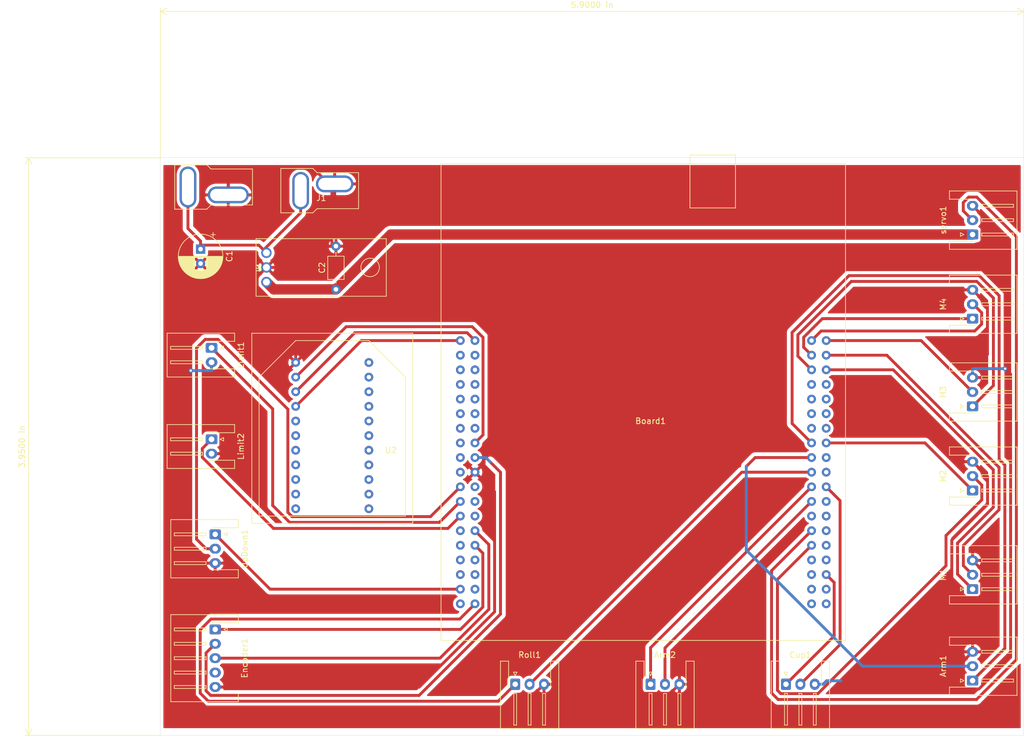
<source format=kicad_pcb>
(kicad_pcb (version 20171130) (host pcbnew "(5.1.9)-1")

  (general
    (thickness 1.6)
    (drawings 6)
    (tracks 239)
    (zones 0)
    (modules 20)
    (nets 98)
  )

  (page A4)
  (layers
    (0 F.Cu signal hide)
    (31 B.Cu signal)
    (32 B.Adhes user)
    (33 F.Adhes user)
    (34 B.Paste user)
    (35 F.Paste user)
    (36 B.SilkS user)
    (37 F.SilkS user)
    (38 B.Mask user)
    (39 F.Mask user)
    (40 Dwgs.User user)
    (41 Cmts.User user)
    (42 Eco1.User user)
    (43 Eco2.User user)
    (44 Edge.Cuts user)
    (45 Margin user)
    (46 B.CrtYd user)
    (47 F.CrtYd user)
    (48 B.Fab user)
    (49 F.Fab user)
  )

  (setup
    (last_trace_width 0.25)
    (user_trace_width 0.5)
    (user_trace_width 1.8)
    (user_trace_width 2)
    (trace_clearance 0.2)
    (zone_clearance 0.508)
    (zone_45_only no)
    (trace_min 0.2)
    (via_size 0.8)
    (via_drill 0.4)
    (via_min_size 0.4)
    (via_min_drill 0.3)
    (uvia_size 0.3)
    (uvia_drill 0.1)
    (uvias_allowed no)
    (uvia_min_size 0.2)
    (uvia_min_drill 0.1)
    (edge_width 0.05)
    (segment_width 0.2)
    (pcb_text_width 0.3)
    (pcb_text_size 1.5 1.5)
    (mod_edge_width 0.12)
    (mod_text_size 1 1)
    (mod_text_width 0.15)
    (pad_size 1.524 1.524)
    (pad_drill 0.762)
    (pad_to_mask_clearance 0)
    (aux_axis_origin 0 0)
    (visible_elements 7FFFFFFF)
    (pcbplotparams
      (layerselection 0x010fc_ffffffff)
      (usegerberextensions false)
      (usegerberattributes true)
      (usegerberadvancedattributes true)
      (creategerberjobfile true)
      (excludeedgelayer true)
      (linewidth 0.100000)
      (plotframeref false)
      (viasonmask false)
      (mode 1)
      (useauxorigin false)
      (hpglpennumber 1)
      (hpglpenspeed 20)
      (hpglpendiameter 15.000000)
      (psnegative false)
      (psa4output false)
      (plotreference true)
      (plotvalue true)
      (plotinvisibletext false)
      (padsonsilk false)
      (subtractmaskfromsilk false)
      (outputformat 1)
      (mirror false)
      (drillshape 1)
      (scaleselection 1)
      (outputdirectory ""))
  )

  (net 0 "")
  (net 1 GND)
  (net 2 Arm1_P)
  (net 3 Arm1_D)
  (net 4 Arm2_P)
  (net 5 Arm2_D)
  (net 6 "Net-(Board1-Pad76)")
  (net 7 "Net-(Board1-Pad75)")
  (net 8 "Net-(Board1-Pad74)")
  (net 9 "Net-(Board1-Pad73)")
  (net 10 Cup_D)
  (net 11 "Net-(Board1-Pad71)")
  (net 12 "Net-(Board1-Pad70)")
  (net 13 "Net-(Board1-Pad69)")
  (net 14 "Net-(Board1-Pad68)")
  (net 15 M2_P)
  (net 16 "Net-(Board1-Pad66)")
  (net 17 Servo)
  (net 18 "Net-(Board1-Pad64)")
  (net 19 "Net-(Board1-Pad63)")
  (net 20 "Net-(Board1-Pad62)")
  (net 21 Cup_P)
  (net 22 "Net-(Board1-Pad58)")
  (net 23 Roll_P)
  (net 24 "Net-(Board1-Pad56)")
  (net 25 M2_D)
  (net 26 "Net-(Board1-Pad52)")
  (net 27 "Net-(Board1-Pad51)")
  (net 28 "Net-(Board1-Pad50)")
  (net 29 "Net-(Board1-Pad49)")
  (net 30 "Net-(Board1-Pad48)")
  (net 31 "Net-(Board1-Pad47)")
  (net 32 "Net-(Board1-Pad46)")
  (net 33 "Net-(Board1-Pad45)")
  (net 34 M1_D)
  (net 35 M3_D)
  (net 36 M1_P)
  (net 37 M4_D)
  (net 38 M3_P)
  (net 39 M4_P)
  (net 40 Roll_D)
  (net 41 "Net-(Board1-Pad37)")
  (net 42 "Net-(Board1-Pad36)")
  (net 43 UpDown_D)
  (net 44 "Net-(Board1-Pad34)")
  (net 45 "Net-(Board1-Pad33)")
  (net 46 "Net-(Board1-Pad32)")
  (net 47 "Net-(Board1-Pad31)")
  (net 48 b1)
  (net 49 "Net-(Board1-Pad29)")
  (net 50 a1)
  (net 51 "Net-(Board1-Pad27)")
  (net 52 "Net-(Board1-Pad26)")
  (net 53 Limit2)
  (net 54 "Net-(Board1-Pad24)")
  (net 55 Limit1)
  (net 56 "Net-(Board1-Pad22)")
  (net 57 UpDown_P)
  (net 58 "Net-(Board1-Pad19)")
  (net 59 5vout)
  (net 60 "Net-(Board1-Pad17)")
  (net 61 3vout)
  (net 62 "Net-(Board1-Pad15)")
  (net 63 "Net-(Board1-Pad14)")
  (net 64 "Net-(Board1-Pad13)")
  (net 65 "Net-(Board1-Pad12)")
  (net 66 "Net-(Board1-Pad11)")
  (net 67 "Net-(Board1-Pad10)")
  (net 68 "Net-(Board1-Pad9)")
  (net 69 "Net-(Board1-Pad8)")
  (net 70 "Net-(Board1-Pad7)")
  (net 71 "Net-(Board1-Pad6)")
  (net 72 "Net-(Board1-Pad5)")
  (net 73 "Net-(Board1-Pad4)")
  (net 74 "Net-(Board1-Pad3)")
  (net 75 uart1_rx)
  (net 76 uart1_tx)
  (net 77 +BATT)
  (net 78 +6V)
  (net 79 "Net-(Encoder1-Pad4)")
  (net 80 "Net-(U2-Pad22)")
  (net 81 "Net-(U2-Pad21)")
  (net 82 "Net-(U2-Pad20)")
  (net 83 "Net-(U2-Pad19)")
  (net 84 "Net-(U2-Pad18)")
  (net 85 "Net-(U2-Pad17)")
  (net 86 "Net-(U2-Pad16)")
  (net 87 "Net-(U2-Pad15)")
  (net 88 "Net-(U2-Pad14)")
  (net 89 "Net-(U2-Pad13)")
  (net 90 "Net-(U2-Pad12)")
  (net 91 "Net-(U2-Pad11)")
  (net 92 "Net-(U2-Pad10)")
  (net 93 "Net-(U2-Pad9)")
  (net 94 "Net-(U2-Pad8)")
  (net 95 "Net-(U2-Pad7)")
  (net 96 "Net-(U2-Pad6)")
  (net 97 "Net-(U2-Pad5)")

  (net_class Default "This is the default net class."
    (clearance 0.2)
    (trace_width 0.25)
    (via_dia 0.8)
    (via_drill 0.4)
    (uvia_dia 0.3)
    (uvia_drill 0.1)
    (add_net +6V)
    (add_net +BATT)
    (add_net 3vout)
    (add_net 5vout)
    (add_net Arm1_D)
    (add_net Arm1_P)
    (add_net Arm2_D)
    (add_net Arm2_P)
    (add_net Cup_D)
    (add_net Cup_P)
    (add_net GND)
    (add_net Limit1)
    (add_net Limit2)
    (add_net M1_D)
    (add_net M1_P)
    (add_net M2_D)
    (add_net M2_P)
    (add_net M3_D)
    (add_net M3_P)
    (add_net M4_D)
    (add_net M4_P)
    (add_net "Net-(Board1-Pad10)")
    (add_net "Net-(Board1-Pad11)")
    (add_net "Net-(Board1-Pad12)")
    (add_net "Net-(Board1-Pad13)")
    (add_net "Net-(Board1-Pad14)")
    (add_net "Net-(Board1-Pad15)")
    (add_net "Net-(Board1-Pad17)")
    (add_net "Net-(Board1-Pad19)")
    (add_net "Net-(Board1-Pad22)")
    (add_net "Net-(Board1-Pad24)")
    (add_net "Net-(Board1-Pad26)")
    (add_net "Net-(Board1-Pad27)")
    (add_net "Net-(Board1-Pad29)")
    (add_net "Net-(Board1-Pad3)")
    (add_net "Net-(Board1-Pad31)")
    (add_net "Net-(Board1-Pad32)")
    (add_net "Net-(Board1-Pad33)")
    (add_net "Net-(Board1-Pad34)")
    (add_net "Net-(Board1-Pad36)")
    (add_net "Net-(Board1-Pad37)")
    (add_net "Net-(Board1-Pad4)")
    (add_net "Net-(Board1-Pad45)")
    (add_net "Net-(Board1-Pad46)")
    (add_net "Net-(Board1-Pad47)")
    (add_net "Net-(Board1-Pad48)")
    (add_net "Net-(Board1-Pad49)")
    (add_net "Net-(Board1-Pad5)")
    (add_net "Net-(Board1-Pad50)")
    (add_net "Net-(Board1-Pad51)")
    (add_net "Net-(Board1-Pad52)")
    (add_net "Net-(Board1-Pad56)")
    (add_net "Net-(Board1-Pad58)")
    (add_net "Net-(Board1-Pad6)")
    (add_net "Net-(Board1-Pad62)")
    (add_net "Net-(Board1-Pad63)")
    (add_net "Net-(Board1-Pad64)")
    (add_net "Net-(Board1-Pad66)")
    (add_net "Net-(Board1-Pad68)")
    (add_net "Net-(Board1-Pad69)")
    (add_net "Net-(Board1-Pad7)")
    (add_net "Net-(Board1-Pad70)")
    (add_net "Net-(Board1-Pad71)")
    (add_net "Net-(Board1-Pad73)")
    (add_net "Net-(Board1-Pad74)")
    (add_net "Net-(Board1-Pad75)")
    (add_net "Net-(Board1-Pad76)")
    (add_net "Net-(Board1-Pad8)")
    (add_net "Net-(Board1-Pad9)")
    (add_net "Net-(Encoder1-Pad4)")
    (add_net "Net-(U2-Pad10)")
    (add_net "Net-(U2-Pad11)")
    (add_net "Net-(U2-Pad12)")
    (add_net "Net-(U2-Pad13)")
    (add_net "Net-(U2-Pad14)")
    (add_net "Net-(U2-Pad15)")
    (add_net "Net-(U2-Pad16)")
    (add_net "Net-(U2-Pad17)")
    (add_net "Net-(U2-Pad18)")
    (add_net "Net-(U2-Pad19)")
    (add_net "Net-(U2-Pad20)")
    (add_net "Net-(U2-Pad21)")
    (add_net "Net-(U2-Pad22)")
    (add_net "Net-(U2-Pad5)")
    (add_net "Net-(U2-Pad6)")
    (add_net "Net-(U2-Pad7)")
    (add_net "Net-(U2-Pad8)")
    (add_net "Net-(U2-Pad9)")
    (add_net Roll_D)
    (add_net Roll_P)
    (add_net Servo)
    (add_net UpDown_D)
    (add_net UpDown_P)
    (add_net a1)
    (add_net b1)
    (add_net uart1_rx)
    (add_net uart1_tx)
  )

  (module Connector_JST:JST_XH_S3B-XH-A-1_1x03_P2.50mm_Horizontal (layer F.Cu) (tedit 5C281476) (tstamp 63F24F07)
    (at 60.325 90.805 270)
    (descr "JST XH series connector, S3B-XH-A-1 (http://www.jst-mfg.com/product/pdf/eng/eXH.pdf), generated with kicad-footprint-generator")
    (tags "connector JST XH horizontal")
    (path /63ED37FD)
    (fp_text reference UpDown1 (at 2.5 -5.1 90) (layer F.SilkS)
      (effects (font (size 1 1) (thickness 0.15)))
    )
    (fp_text value Conn_01x03_Male (at 2.5 8.8 90) (layer F.Fab)
      (effects (font (size 1 1) (thickness 0.15)))
    )
    (fp_line (start -2.95 -4.4) (end -2.95 8.1) (layer F.CrtYd) (width 0.05))
    (fp_line (start -2.95 8.1) (end 7.95 8.1) (layer F.CrtYd) (width 0.05))
    (fp_line (start 7.95 8.1) (end 7.95 -4.4) (layer F.CrtYd) (width 0.05))
    (fp_line (start 7.95 -4.4) (end -2.95 -4.4) (layer F.CrtYd) (width 0.05))
    (fp_line (start 2.5 7.71) (end -2.56 7.71) (layer F.SilkS) (width 0.12))
    (fp_line (start -2.56 7.71) (end -2.56 -4.01) (layer F.SilkS) (width 0.12))
    (fp_line (start -2.56 -4.01) (end -1.14 -4.01) (layer F.SilkS) (width 0.12))
    (fp_line (start -1.14 -4.01) (end -1.14 0.49) (layer F.SilkS) (width 0.12))
    (fp_line (start 2.5 7.71) (end 7.56 7.71) (layer F.SilkS) (width 0.12))
    (fp_line (start 7.56 7.71) (end 7.56 -4.01) (layer F.SilkS) (width 0.12))
    (fp_line (start 7.56 -4.01) (end 6.14 -4.01) (layer F.SilkS) (width 0.12))
    (fp_line (start 6.14 -4.01) (end 6.14 0.49) (layer F.SilkS) (width 0.12))
    (fp_line (start 2.5 7.6) (end -2.45 7.6) (layer F.Fab) (width 0.1))
    (fp_line (start -2.45 7.6) (end -2.45 -3.9) (layer F.Fab) (width 0.1))
    (fp_line (start -2.45 -3.9) (end -1.25 -3.9) (layer F.Fab) (width 0.1))
    (fp_line (start -1.25 -3.9) (end -1.25 0.6) (layer F.Fab) (width 0.1))
    (fp_line (start -1.25 0.6) (end 2.5 0.6) (layer F.Fab) (width 0.1))
    (fp_line (start 2.5 7.6) (end 7.45 7.6) (layer F.Fab) (width 0.1))
    (fp_line (start 7.45 7.6) (end 7.45 -3.9) (layer F.Fab) (width 0.1))
    (fp_line (start 7.45 -3.9) (end 6.25 -3.9) (layer F.Fab) (width 0.1))
    (fp_line (start 6.25 -3.9) (end 6.25 0.6) (layer F.Fab) (width 0.1))
    (fp_line (start 6.25 0.6) (end 2.5 0.6) (layer F.Fab) (width 0.1))
    (fp_line (start -0.25 1.6) (end -0.25 7.1) (layer F.SilkS) (width 0.12))
    (fp_line (start -0.25 7.1) (end 0.25 7.1) (layer F.SilkS) (width 0.12))
    (fp_line (start 0.25 7.1) (end 0.25 1.6) (layer F.SilkS) (width 0.12))
    (fp_line (start 0.25 1.6) (end -0.25 1.6) (layer F.SilkS) (width 0.12))
    (fp_line (start 2.25 1.6) (end 2.25 7.1) (layer F.SilkS) (width 0.12))
    (fp_line (start 2.25 7.1) (end 2.75 7.1) (layer F.SilkS) (width 0.12))
    (fp_line (start 2.75 7.1) (end 2.75 1.6) (layer F.SilkS) (width 0.12))
    (fp_line (start 2.75 1.6) (end 2.25 1.6) (layer F.SilkS) (width 0.12))
    (fp_line (start 4.75 1.6) (end 4.75 7.1) (layer F.SilkS) (width 0.12))
    (fp_line (start 4.75 7.1) (end 5.25 7.1) (layer F.SilkS) (width 0.12))
    (fp_line (start 5.25 7.1) (end 5.25 1.6) (layer F.SilkS) (width 0.12))
    (fp_line (start 5.25 1.6) (end 4.75 1.6) (layer F.SilkS) (width 0.12))
    (fp_line (start 0 -1.5) (end -0.3 -2.1) (layer F.SilkS) (width 0.12))
    (fp_line (start -0.3 -2.1) (end 0.3 -2.1) (layer F.SilkS) (width 0.12))
    (fp_line (start 0.3 -2.1) (end 0 -1.5) (layer F.SilkS) (width 0.12))
    (fp_line (start -0.625 0.6) (end 0 -0.4) (layer F.Fab) (width 0.1))
    (fp_line (start 0 -0.4) (end 0.625 0.6) (layer F.Fab) (width 0.1))
    (fp_text user %R (at 2.5 1.85 90) (layer F.Fab)
      (effects (font (size 1 1) (thickness 0.15)))
    )
    (pad 3 thru_hole oval (at 5 0 270) (size 1.7 1.95) (drill 0.95) (layers *.Cu *.Mask)
      (net 1 GND))
    (pad 2 thru_hole oval (at 2.5 0 270) (size 1.7 1.95) (drill 0.95) (layers *.Cu *.Mask)
      (net 57 UpDown_P))
    (pad 1 thru_hole roundrect (at 0 0 270) (size 1.7 1.95) (drill 0.95) (layers *.Cu *.Mask) (roundrect_rratio 0.147059)
      (net 43 UpDown_D))
    (model ${KISYS3DMOD}/Connector_JST.3dshapes/JST_XH_S3B-XH-A-1_1x03_P2.50mm_Horizontal.wrl
      (at (xyz 0 0 0))
      (scale (xyz 1 1 1))
      (rotate (xyz 0 0 0))
    )
  )

  (module xbee:xbee_pro_s1 (layer F.Cu) (tedit 5FF6BBD6) (tstamp 63F24ED8)
    (at 75.565 59.69)
    (path /63F1D6D6)
    (fp_text reference U2 (at 15.24 16.51) (layer F.SilkS)
      (effects (font (size 1 1) (thickness 0.15)))
    )
    (fp_text value xbeepros1 (at 15.24 12.7) (layer F.Fab)
      (effects (font (size 1 1) (thickness 0.15)))
    )
    (fp_line (start 19.05 -3.81) (end 19.05 29.21) (layer F.SilkS) (width 0.12))
    (fp_line (start 19.05 29.21) (end -8.89 29.21) (layer F.SilkS) (width 0.12))
    (fp_line (start -8.89 29.21) (end -8.89 -3.81) (layer F.SilkS) (width 0.12))
    (fp_line (start -8.89 -3.81) (end 19.05 -3.81) (layer F.SilkS) (width 0.12))
    (fp_line (start -1.27 -2.54) (end 11.43 -2.54) (layer F.SilkS) (width 0.12))
    (fp_line (start 11.43 -2.54) (end 17.78 3.81) (layer F.SilkS) (width 0.12))
    (fp_line (start 17.78 3.81) (end 17.78 27.94) (layer F.SilkS) (width 0.12))
    (fp_line (start 17.78 27.94) (end -7.62 27.94) (layer F.SilkS) (width 0.12))
    (fp_line (start -7.62 27.94) (end -7.62 3.81) (layer F.SilkS) (width 0.12))
    (fp_line (start -7.62 3.81) (end -1.27 -2.54) (layer F.SilkS) (width 0.12))
    (pad 22 thru_hole circle (at 11.43 1.27) (size 1.524 1.524) (drill 0.762) (layers *.Cu *.Mask)
      (net 80 "Net-(U2-Pad22)"))
    (pad 21 thru_hole circle (at 11.43 3.81) (size 1.524 1.524) (drill 0.762) (layers *.Cu *.Mask)
      (net 81 "Net-(U2-Pad21)"))
    (pad 20 thru_hole circle (at 11.43 6.35) (size 1.524 1.524) (drill 0.762) (layers *.Cu *.Mask)
      (net 82 "Net-(U2-Pad20)"))
    (pad 19 thru_hole circle (at 11.43 8.89) (size 1.524 1.524) (drill 0.762) (layers *.Cu *.Mask)
      (net 83 "Net-(U2-Pad19)"))
    (pad 18 thru_hole circle (at 11.43 11.43) (size 1.524 1.524) (drill 0.762) (layers *.Cu *.Mask)
      (net 84 "Net-(U2-Pad18)"))
    (pad 17 thru_hole circle (at 11.43 13.97) (size 1.524 1.524) (drill 0.762) (layers *.Cu *.Mask)
      (net 85 "Net-(U2-Pad17)"))
    (pad 16 thru_hole circle (at 11.43 16.51) (size 1.524 1.524) (drill 0.762) (layers *.Cu *.Mask)
      (net 86 "Net-(U2-Pad16)"))
    (pad 15 thru_hole circle (at 11.43 19.05) (size 1.524 1.524) (drill 0.762) (layers *.Cu *.Mask)
      (net 87 "Net-(U2-Pad15)"))
    (pad 14 thru_hole circle (at 11.43 21.59) (size 1.524 1.524) (drill 0.762) (layers *.Cu *.Mask)
      (net 88 "Net-(U2-Pad14)"))
    (pad 13 thru_hole circle (at 11.43 24.13) (size 1.524 1.524) (drill 0.762) (layers *.Cu *.Mask)
      (net 89 "Net-(U2-Pad13)"))
    (pad 12 thru_hole circle (at 11.43 26.67) (size 1.524 1.524) (drill 0.762) (layers *.Cu *.Mask)
      (net 90 "Net-(U2-Pad12)"))
    (pad 11 thru_hole circle (at -1.27 26.67) (size 1.524 1.524) (drill 0.762) (layers *.Cu *.Mask)
      (net 91 "Net-(U2-Pad11)"))
    (pad 10 thru_hole circle (at -1.27 24.13) (size 1.524 1.524) (drill 0.762) (layers *.Cu *.Mask)
      (net 92 "Net-(U2-Pad10)"))
    (pad 9 thru_hole circle (at -1.27 21.59) (size 1.524 1.524) (drill 0.762) (layers *.Cu *.Mask)
      (net 93 "Net-(U2-Pad9)"))
    (pad 8 thru_hole circle (at -1.27 19.05) (size 1.524 1.524) (drill 0.762) (layers *.Cu *.Mask)
      (net 94 "Net-(U2-Pad8)"))
    (pad 7 thru_hole circle (at -1.27 16.51) (size 1.524 1.524) (drill 0.762) (layers *.Cu *.Mask)
      (net 95 "Net-(U2-Pad7)"))
    (pad 6 thru_hole circle (at -1.27 13.97) (size 1.524 1.524) (drill 0.762) (layers *.Cu *.Mask)
      (net 96 "Net-(U2-Pad6)"))
    (pad 5 thru_hole circle (at -1.27 11.43) (size 1.524 1.524) (drill 0.762) (layers *.Cu *.Mask)
      (net 97 "Net-(U2-Pad5)"))
    (pad 4 thru_hole circle (at -1.27 8.89) (size 1.524 1.524) (drill 0.762) (layers *.Cu *.Mask)
      (net 76 uart1_tx))
    (pad 3 thru_hole circle (at -1.27 6.35) (size 1.524 1.524) (drill 0.762) (layers *.Cu *.Mask)
      (net 75 uart1_rx))
    (pad 2 thru_hole circle (at -1.27 3.81) (size 1.524 1.524) (drill 0.762) (layers *.Cu *.Mask)
      (net 61 3vout))
    (pad 1 thru_hole circle (at -1.27 1.27) (size 1.524 1.524) (drill 0.762) (layers *.Cu *.Mask)
      (net 1 GND))
  )

  (module Regulator:NJM7805FA (layer F.Cu) (tedit 62C2D93E) (tstamp 63F24EB4)
    (at 69.215 41.91 90)
    (path /63F1A4FC)
    (fp_text reference U1 (at -2.54 -1.27 90) (layer F.SilkS)
      (effects (font (size 0.75 0.75) (thickness 0.15)))
    )
    (fp_text value L7806 (at -2.54 1.27 90) (layer F.Fab)
      (effects (font (size 0.75 0.75) (thickness 0.15)))
    )
    (fp_line (start -7.54 20.8) (end 2.46 20.8) (layer F.SilkS) (width 0.12))
    (fp_line (start 2.46 20.8) (end 2.46 -1.8) (layer F.SilkS) (width 0.12))
    (fp_line (start 2.46 -1.8) (end -7.54 -1.8) (layer F.SilkS) (width 0.12))
    (fp_line (start -7.54 -1.8) (end -7.54 20.8) (layer F.SilkS) (width 0.12))
    (fp_circle (center -2.54 18) (end -0.94 18) (layer F.SilkS) (width 0.12))
    (pad 3 thru_hole circle (at -5.08 0 90) (size 1.8 1.8) (drill 1.2) (layers *.Cu *.Mask)
      (net 78 +6V))
    (pad 2 thru_hole circle (at -2.54 0 90) (size 1.8 1.8) (drill 1.2) (layers *.Cu *.Mask)
      (net 1 GND))
    (pad 1 thru_hole circle (at 0 0 90) (size 1.8 1.8) (drill 1.2) (layers *.Cu *.Mask)
      (net 77 +BATT))
  )

  (module Connector_JST:JST_XH_S3B-XH-A-1_1x03_P2.50mm_Horizontal (layer F.Cu) (tedit 5C281476) (tstamp 63F24EA8)
    (at 191.77 38.735 90)
    (descr "JST XH series connector, S3B-XH-A-1 (http://www.jst-mfg.com/product/pdf/eng/eXH.pdf), generated with kicad-footprint-generator")
    (tags "connector JST XH horizontal")
    (path /63F0D6EC)
    (fp_text reference servo1 (at 2.5 -5.1 90) (layer F.SilkS)
      (effects (font (size 1 1) (thickness 0.15)))
    )
    (fp_text value Conn_01x03_Male (at 2.5 8.8 90) (layer F.Fab)
      (effects (font (size 1 1) (thickness 0.15)))
    )
    (fp_line (start -2.95 -4.4) (end -2.95 8.1) (layer F.CrtYd) (width 0.05))
    (fp_line (start -2.95 8.1) (end 7.95 8.1) (layer F.CrtYd) (width 0.05))
    (fp_line (start 7.95 8.1) (end 7.95 -4.4) (layer F.CrtYd) (width 0.05))
    (fp_line (start 7.95 -4.4) (end -2.95 -4.4) (layer F.CrtYd) (width 0.05))
    (fp_line (start 2.5 7.71) (end -2.56 7.71) (layer F.SilkS) (width 0.12))
    (fp_line (start -2.56 7.71) (end -2.56 -4.01) (layer F.SilkS) (width 0.12))
    (fp_line (start -2.56 -4.01) (end -1.14 -4.01) (layer F.SilkS) (width 0.12))
    (fp_line (start -1.14 -4.01) (end -1.14 0.49) (layer F.SilkS) (width 0.12))
    (fp_line (start 2.5 7.71) (end 7.56 7.71) (layer F.SilkS) (width 0.12))
    (fp_line (start 7.56 7.71) (end 7.56 -4.01) (layer F.SilkS) (width 0.12))
    (fp_line (start 7.56 -4.01) (end 6.14 -4.01) (layer F.SilkS) (width 0.12))
    (fp_line (start 6.14 -4.01) (end 6.14 0.49) (layer F.SilkS) (width 0.12))
    (fp_line (start 2.5 7.6) (end -2.45 7.6) (layer F.Fab) (width 0.1))
    (fp_line (start -2.45 7.6) (end -2.45 -3.9) (layer F.Fab) (width 0.1))
    (fp_line (start -2.45 -3.9) (end -1.25 -3.9) (layer F.Fab) (width 0.1))
    (fp_line (start -1.25 -3.9) (end -1.25 0.6) (layer F.Fab) (width 0.1))
    (fp_line (start -1.25 0.6) (end 2.5 0.6) (layer F.Fab) (width 0.1))
    (fp_line (start 2.5 7.6) (end 7.45 7.6) (layer F.Fab) (width 0.1))
    (fp_line (start 7.45 7.6) (end 7.45 -3.9) (layer F.Fab) (width 0.1))
    (fp_line (start 7.45 -3.9) (end 6.25 -3.9) (layer F.Fab) (width 0.1))
    (fp_line (start 6.25 -3.9) (end 6.25 0.6) (layer F.Fab) (width 0.1))
    (fp_line (start 6.25 0.6) (end 2.5 0.6) (layer F.Fab) (width 0.1))
    (fp_line (start -0.25 1.6) (end -0.25 7.1) (layer F.SilkS) (width 0.12))
    (fp_line (start -0.25 7.1) (end 0.25 7.1) (layer F.SilkS) (width 0.12))
    (fp_line (start 0.25 7.1) (end 0.25 1.6) (layer F.SilkS) (width 0.12))
    (fp_line (start 0.25 1.6) (end -0.25 1.6) (layer F.SilkS) (width 0.12))
    (fp_line (start 2.25 1.6) (end 2.25 7.1) (layer F.SilkS) (width 0.12))
    (fp_line (start 2.25 7.1) (end 2.75 7.1) (layer F.SilkS) (width 0.12))
    (fp_line (start 2.75 7.1) (end 2.75 1.6) (layer F.SilkS) (width 0.12))
    (fp_line (start 2.75 1.6) (end 2.25 1.6) (layer F.SilkS) (width 0.12))
    (fp_line (start 4.75 1.6) (end 4.75 7.1) (layer F.SilkS) (width 0.12))
    (fp_line (start 4.75 7.1) (end 5.25 7.1) (layer F.SilkS) (width 0.12))
    (fp_line (start 5.25 7.1) (end 5.25 1.6) (layer F.SilkS) (width 0.12))
    (fp_line (start 5.25 1.6) (end 4.75 1.6) (layer F.SilkS) (width 0.12))
    (fp_line (start 0 -1.5) (end -0.3 -2.1) (layer F.SilkS) (width 0.12))
    (fp_line (start -0.3 -2.1) (end 0.3 -2.1) (layer F.SilkS) (width 0.12))
    (fp_line (start 0.3 -2.1) (end 0 -1.5) (layer F.SilkS) (width 0.12))
    (fp_line (start -0.625 0.6) (end 0 -0.4) (layer F.Fab) (width 0.1))
    (fp_line (start 0 -0.4) (end 0.625 0.6) (layer F.Fab) (width 0.1))
    (fp_text user %R (at 2.5 1.85 90) (layer F.Fab)
      (effects (font (size 1 1) (thickness 0.15)))
    )
    (pad 3 thru_hole oval (at 5 0 90) (size 1.7 1.95) (drill 0.95) (layers *.Cu *.Mask)
      (net 1 GND))
    (pad 2 thru_hole oval (at 2.5 0 90) (size 1.7 1.95) (drill 0.95) (layers *.Cu *.Mask)
      (net 17 Servo))
    (pad 1 thru_hole roundrect (at 0 0 90) (size 1.7 1.95) (drill 0.95) (layers *.Cu *.Mask) (roundrect_rratio 0.147059)
      (net 78 +6V))
    (model ${KISYS3DMOD}/Connector_JST.3dshapes/JST_XH_S3B-XH-A-1_1x03_P2.50mm_Horizontal.wrl
      (at (xyz 0 0 0))
      (scale (xyz 1 1 1))
      (rotate (xyz 0 0 0))
    )
  )

  (module Connector_JST:JST_XH_S3B-XH-A-1_1x03_P2.50mm_Horizontal (layer F.Cu) (tedit 5C281476) (tstamp 63F24E79)
    (at 112.395 116.84)
    (descr "JST XH series connector, S3B-XH-A-1 (http://www.jst-mfg.com/product/pdf/eng/eXH.pdf), generated with kicad-footprint-generator")
    (tags "connector JST XH horizontal")
    (path /63ED345F)
    (fp_text reference Roll1 (at 2.5 -5.1) (layer F.SilkS)
      (effects (font (size 1 1) (thickness 0.15)))
    )
    (fp_text value Conn_01x03_Male (at 2.5 8.8) (layer F.Fab)
      (effects (font (size 1 1) (thickness 0.15)))
    )
    (fp_line (start -2.95 -4.4) (end -2.95 8.1) (layer F.CrtYd) (width 0.05))
    (fp_line (start -2.95 8.1) (end 7.95 8.1) (layer F.CrtYd) (width 0.05))
    (fp_line (start 7.95 8.1) (end 7.95 -4.4) (layer F.CrtYd) (width 0.05))
    (fp_line (start 7.95 -4.4) (end -2.95 -4.4) (layer F.CrtYd) (width 0.05))
    (fp_line (start 2.5 7.71) (end -2.56 7.71) (layer F.SilkS) (width 0.12))
    (fp_line (start -2.56 7.71) (end -2.56 -4.01) (layer F.SilkS) (width 0.12))
    (fp_line (start -2.56 -4.01) (end -1.14 -4.01) (layer F.SilkS) (width 0.12))
    (fp_line (start -1.14 -4.01) (end -1.14 0.49) (layer F.SilkS) (width 0.12))
    (fp_line (start 2.5 7.71) (end 7.56 7.71) (layer F.SilkS) (width 0.12))
    (fp_line (start 7.56 7.71) (end 7.56 -4.01) (layer F.SilkS) (width 0.12))
    (fp_line (start 7.56 -4.01) (end 6.14 -4.01) (layer F.SilkS) (width 0.12))
    (fp_line (start 6.14 -4.01) (end 6.14 0.49) (layer F.SilkS) (width 0.12))
    (fp_line (start 2.5 7.6) (end -2.45 7.6) (layer F.Fab) (width 0.1))
    (fp_line (start -2.45 7.6) (end -2.45 -3.9) (layer F.Fab) (width 0.1))
    (fp_line (start -2.45 -3.9) (end -1.25 -3.9) (layer F.Fab) (width 0.1))
    (fp_line (start -1.25 -3.9) (end -1.25 0.6) (layer F.Fab) (width 0.1))
    (fp_line (start -1.25 0.6) (end 2.5 0.6) (layer F.Fab) (width 0.1))
    (fp_line (start 2.5 7.6) (end 7.45 7.6) (layer F.Fab) (width 0.1))
    (fp_line (start 7.45 7.6) (end 7.45 -3.9) (layer F.Fab) (width 0.1))
    (fp_line (start 7.45 -3.9) (end 6.25 -3.9) (layer F.Fab) (width 0.1))
    (fp_line (start 6.25 -3.9) (end 6.25 0.6) (layer F.Fab) (width 0.1))
    (fp_line (start 6.25 0.6) (end 2.5 0.6) (layer F.Fab) (width 0.1))
    (fp_line (start -0.25 1.6) (end -0.25 7.1) (layer F.SilkS) (width 0.12))
    (fp_line (start -0.25 7.1) (end 0.25 7.1) (layer F.SilkS) (width 0.12))
    (fp_line (start 0.25 7.1) (end 0.25 1.6) (layer F.SilkS) (width 0.12))
    (fp_line (start 0.25 1.6) (end -0.25 1.6) (layer F.SilkS) (width 0.12))
    (fp_line (start 2.25 1.6) (end 2.25 7.1) (layer F.SilkS) (width 0.12))
    (fp_line (start 2.25 7.1) (end 2.75 7.1) (layer F.SilkS) (width 0.12))
    (fp_line (start 2.75 7.1) (end 2.75 1.6) (layer F.SilkS) (width 0.12))
    (fp_line (start 2.75 1.6) (end 2.25 1.6) (layer F.SilkS) (width 0.12))
    (fp_line (start 4.75 1.6) (end 4.75 7.1) (layer F.SilkS) (width 0.12))
    (fp_line (start 4.75 7.1) (end 5.25 7.1) (layer F.SilkS) (width 0.12))
    (fp_line (start 5.25 7.1) (end 5.25 1.6) (layer F.SilkS) (width 0.12))
    (fp_line (start 5.25 1.6) (end 4.75 1.6) (layer F.SilkS) (width 0.12))
    (fp_line (start 0 -1.5) (end -0.3 -2.1) (layer F.SilkS) (width 0.12))
    (fp_line (start -0.3 -2.1) (end 0.3 -2.1) (layer F.SilkS) (width 0.12))
    (fp_line (start 0.3 -2.1) (end 0 -1.5) (layer F.SilkS) (width 0.12))
    (fp_line (start -0.625 0.6) (end 0 -0.4) (layer F.Fab) (width 0.1))
    (fp_line (start 0 -0.4) (end 0.625 0.6) (layer F.Fab) (width 0.1))
    (fp_text user %R (at 2.5 1.85) (layer F.Fab)
      (effects (font (size 1 1) (thickness 0.15)))
    )
    (pad 3 thru_hole oval (at 5 0) (size 1.7 1.95) (drill 0.95) (layers *.Cu *.Mask)
      (net 1 GND))
    (pad 2 thru_hole oval (at 2.5 0) (size 1.7 1.95) (drill 0.95) (layers *.Cu *.Mask)
      (net 23 Roll_P))
    (pad 1 thru_hole roundrect (at 0 0) (size 1.7 1.95) (drill 0.95) (layers *.Cu *.Mask) (roundrect_rratio 0.147059)
      (net 40 Roll_D))
    (model ${KISYS3DMOD}/Connector_JST.3dshapes/JST_XH_S3B-XH-A-1_1x03_P2.50mm_Horizontal.wrl
      (at (xyz 0 0 0))
      (scale (xyz 1 1 1))
      (rotate (xyz 0 0 0))
    )
  )

  (module Connector_JST:JST_XH_S3B-XH-A-1_1x03_P2.50mm_Horizontal (layer F.Cu) (tedit 5C281476) (tstamp 63F24E4A)
    (at 191.77 53.34 90)
    (descr "JST XH series connector, S3B-XH-A-1 (http://www.jst-mfg.com/product/pdf/eng/eXH.pdf), generated with kicad-footprint-generator")
    (tags "connector JST XH horizontal")
    (path /63ED1F94)
    (fp_text reference M4 (at 2.5 -5.1 90) (layer F.SilkS)
      (effects (font (size 1 1) (thickness 0.15)))
    )
    (fp_text value Conn_01x03_Male (at 2.5 8.8 90) (layer F.Fab)
      (effects (font (size 1 1) (thickness 0.15)))
    )
    (fp_line (start -2.95 -4.4) (end -2.95 8.1) (layer F.CrtYd) (width 0.05))
    (fp_line (start -2.95 8.1) (end 7.95 8.1) (layer F.CrtYd) (width 0.05))
    (fp_line (start 7.95 8.1) (end 7.95 -4.4) (layer F.CrtYd) (width 0.05))
    (fp_line (start 7.95 -4.4) (end -2.95 -4.4) (layer F.CrtYd) (width 0.05))
    (fp_line (start 2.5 7.71) (end -2.56 7.71) (layer F.SilkS) (width 0.12))
    (fp_line (start -2.56 7.71) (end -2.56 -4.01) (layer F.SilkS) (width 0.12))
    (fp_line (start -2.56 -4.01) (end -1.14 -4.01) (layer F.SilkS) (width 0.12))
    (fp_line (start -1.14 -4.01) (end -1.14 0.49) (layer F.SilkS) (width 0.12))
    (fp_line (start 2.5 7.71) (end 7.56 7.71) (layer F.SilkS) (width 0.12))
    (fp_line (start 7.56 7.71) (end 7.56 -4.01) (layer F.SilkS) (width 0.12))
    (fp_line (start 7.56 -4.01) (end 6.14 -4.01) (layer F.SilkS) (width 0.12))
    (fp_line (start 6.14 -4.01) (end 6.14 0.49) (layer F.SilkS) (width 0.12))
    (fp_line (start 2.5 7.6) (end -2.45 7.6) (layer F.Fab) (width 0.1))
    (fp_line (start -2.45 7.6) (end -2.45 -3.9) (layer F.Fab) (width 0.1))
    (fp_line (start -2.45 -3.9) (end -1.25 -3.9) (layer F.Fab) (width 0.1))
    (fp_line (start -1.25 -3.9) (end -1.25 0.6) (layer F.Fab) (width 0.1))
    (fp_line (start -1.25 0.6) (end 2.5 0.6) (layer F.Fab) (width 0.1))
    (fp_line (start 2.5 7.6) (end 7.45 7.6) (layer F.Fab) (width 0.1))
    (fp_line (start 7.45 7.6) (end 7.45 -3.9) (layer F.Fab) (width 0.1))
    (fp_line (start 7.45 -3.9) (end 6.25 -3.9) (layer F.Fab) (width 0.1))
    (fp_line (start 6.25 -3.9) (end 6.25 0.6) (layer F.Fab) (width 0.1))
    (fp_line (start 6.25 0.6) (end 2.5 0.6) (layer F.Fab) (width 0.1))
    (fp_line (start -0.25 1.6) (end -0.25 7.1) (layer F.SilkS) (width 0.12))
    (fp_line (start -0.25 7.1) (end 0.25 7.1) (layer F.SilkS) (width 0.12))
    (fp_line (start 0.25 7.1) (end 0.25 1.6) (layer F.SilkS) (width 0.12))
    (fp_line (start 0.25 1.6) (end -0.25 1.6) (layer F.SilkS) (width 0.12))
    (fp_line (start 2.25 1.6) (end 2.25 7.1) (layer F.SilkS) (width 0.12))
    (fp_line (start 2.25 7.1) (end 2.75 7.1) (layer F.SilkS) (width 0.12))
    (fp_line (start 2.75 7.1) (end 2.75 1.6) (layer F.SilkS) (width 0.12))
    (fp_line (start 2.75 1.6) (end 2.25 1.6) (layer F.SilkS) (width 0.12))
    (fp_line (start 4.75 1.6) (end 4.75 7.1) (layer F.SilkS) (width 0.12))
    (fp_line (start 4.75 7.1) (end 5.25 7.1) (layer F.SilkS) (width 0.12))
    (fp_line (start 5.25 7.1) (end 5.25 1.6) (layer F.SilkS) (width 0.12))
    (fp_line (start 5.25 1.6) (end 4.75 1.6) (layer F.SilkS) (width 0.12))
    (fp_line (start 0 -1.5) (end -0.3 -2.1) (layer F.SilkS) (width 0.12))
    (fp_line (start -0.3 -2.1) (end 0.3 -2.1) (layer F.SilkS) (width 0.12))
    (fp_line (start 0.3 -2.1) (end 0 -1.5) (layer F.SilkS) (width 0.12))
    (fp_line (start -0.625 0.6) (end 0 -0.4) (layer F.Fab) (width 0.1))
    (fp_line (start 0 -0.4) (end 0.625 0.6) (layer F.Fab) (width 0.1))
    (fp_text user %R (at 2.5 1.85 90) (layer F.Fab)
      (effects (font (size 1 1) (thickness 0.15)))
    )
    (pad 3 thru_hole oval (at 5 0 90) (size 1.7 1.95) (drill 0.95) (layers *.Cu *.Mask)
      (net 1 GND))
    (pad 2 thru_hole oval (at 2.5 0 90) (size 1.7 1.95) (drill 0.95) (layers *.Cu *.Mask)
      (net 39 M4_P))
    (pad 1 thru_hole roundrect (at 0 0 90) (size 1.7 1.95) (drill 0.95) (layers *.Cu *.Mask) (roundrect_rratio 0.147059)
      (net 37 M4_D))
    (model ${KISYS3DMOD}/Connector_JST.3dshapes/JST_XH_S3B-XH-A-1_1x03_P2.50mm_Horizontal.wrl
      (at (xyz 0 0 0))
      (scale (xyz 1 1 1))
      (rotate (xyz 0 0 0))
    )
  )

  (module Connector_JST:JST_XH_S3B-XH-A-1_1x03_P2.50mm_Horizontal (layer F.Cu) (tedit 5C281476) (tstamp 63F24E1B)
    (at 191.77 68.58 90)
    (descr "JST XH series connector, S3B-XH-A-1 (http://www.jst-mfg.com/product/pdf/eng/eXH.pdf), generated with kicad-footprint-generator")
    (tags "connector JST XH horizontal")
    (path /63ED1AFA)
    (fp_text reference M3 (at 2.5 -5.1 90) (layer F.SilkS)
      (effects (font (size 1 1) (thickness 0.15)))
    )
    (fp_text value Conn_01x03_Male (at 2.5 8.8 90) (layer F.Fab)
      (effects (font (size 1 1) (thickness 0.15)))
    )
    (fp_line (start -2.95 -4.4) (end -2.95 8.1) (layer F.CrtYd) (width 0.05))
    (fp_line (start -2.95 8.1) (end 7.95 8.1) (layer F.CrtYd) (width 0.05))
    (fp_line (start 7.95 8.1) (end 7.95 -4.4) (layer F.CrtYd) (width 0.05))
    (fp_line (start 7.95 -4.4) (end -2.95 -4.4) (layer F.CrtYd) (width 0.05))
    (fp_line (start 2.5 7.71) (end -2.56 7.71) (layer F.SilkS) (width 0.12))
    (fp_line (start -2.56 7.71) (end -2.56 -4.01) (layer F.SilkS) (width 0.12))
    (fp_line (start -2.56 -4.01) (end -1.14 -4.01) (layer F.SilkS) (width 0.12))
    (fp_line (start -1.14 -4.01) (end -1.14 0.49) (layer F.SilkS) (width 0.12))
    (fp_line (start 2.5 7.71) (end 7.56 7.71) (layer F.SilkS) (width 0.12))
    (fp_line (start 7.56 7.71) (end 7.56 -4.01) (layer F.SilkS) (width 0.12))
    (fp_line (start 7.56 -4.01) (end 6.14 -4.01) (layer F.SilkS) (width 0.12))
    (fp_line (start 6.14 -4.01) (end 6.14 0.49) (layer F.SilkS) (width 0.12))
    (fp_line (start 2.5 7.6) (end -2.45 7.6) (layer F.Fab) (width 0.1))
    (fp_line (start -2.45 7.6) (end -2.45 -3.9) (layer F.Fab) (width 0.1))
    (fp_line (start -2.45 -3.9) (end -1.25 -3.9) (layer F.Fab) (width 0.1))
    (fp_line (start -1.25 -3.9) (end -1.25 0.6) (layer F.Fab) (width 0.1))
    (fp_line (start -1.25 0.6) (end 2.5 0.6) (layer F.Fab) (width 0.1))
    (fp_line (start 2.5 7.6) (end 7.45 7.6) (layer F.Fab) (width 0.1))
    (fp_line (start 7.45 7.6) (end 7.45 -3.9) (layer F.Fab) (width 0.1))
    (fp_line (start 7.45 -3.9) (end 6.25 -3.9) (layer F.Fab) (width 0.1))
    (fp_line (start 6.25 -3.9) (end 6.25 0.6) (layer F.Fab) (width 0.1))
    (fp_line (start 6.25 0.6) (end 2.5 0.6) (layer F.Fab) (width 0.1))
    (fp_line (start -0.25 1.6) (end -0.25 7.1) (layer F.SilkS) (width 0.12))
    (fp_line (start -0.25 7.1) (end 0.25 7.1) (layer F.SilkS) (width 0.12))
    (fp_line (start 0.25 7.1) (end 0.25 1.6) (layer F.SilkS) (width 0.12))
    (fp_line (start 0.25 1.6) (end -0.25 1.6) (layer F.SilkS) (width 0.12))
    (fp_line (start 2.25 1.6) (end 2.25 7.1) (layer F.SilkS) (width 0.12))
    (fp_line (start 2.25 7.1) (end 2.75 7.1) (layer F.SilkS) (width 0.12))
    (fp_line (start 2.75 7.1) (end 2.75 1.6) (layer F.SilkS) (width 0.12))
    (fp_line (start 2.75 1.6) (end 2.25 1.6) (layer F.SilkS) (width 0.12))
    (fp_line (start 4.75 1.6) (end 4.75 7.1) (layer F.SilkS) (width 0.12))
    (fp_line (start 4.75 7.1) (end 5.25 7.1) (layer F.SilkS) (width 0.12))
    (fp_line (start 5.25 7.1) (end 5.25 1.6) (layer F.SilkS) (width 0.12))
    (fp_line (start 5.25 1.6) (end 4.75 1.6) (layer F.SilkS) (width 0.12))
    (fp_line (start 0 -1.5) (end -0.3 -2.1) (layer F.SilkS) (width 0.12))
    (fp_line (start -0.3 -2.1) (end 0.3 -2.1) (layer F.SilkS) (width 0.12))
    (fp_line (start 0.3 -2.1) (end 0 -1.5) (layer F.SilkS) (width 0.12))
    (fp_line (start -0.625 0.6) (end 0 -0.4) (layer F.Fab) (width 0.1))
    (fp_line (start 0 -0.4) (end 0.625 0.6) (layer F.Fab) (width 0.1))
    (fp_text user %R (at 2.5 1.85 90) (layer F.Fab)
      (effects (font (size 1 1) (thickness 0.15)))
    )
    (pad 3 thru_hole oval (at 5 0 90) (size 1.7 1.95) (drill 0.95) (layers *.Cu *.Mask)
      (net 1 GND))
    (pad 2 thru_hole oval (at 2.5 0 90) (size 1.7 1.95) (drill 0.95) (layers *.Cu *.Mask)
      (net 38 M3_P))
    (pad 1 thru_hole roundrect (at 0 0 90) (size 1.7 1.95) (drill 0.95) (layers *.Cu *.Mask) (roundrect_rratio 0.147059)
      (net 35 M3_D))
    (model ${KISYS3DMOD}/Connector_JST.3dshapes/JST_XH_S3B-XH-A-1_1x03_P2.50mm_Horizontal.wrl
      (at (xyz 0 0 0))
      (scale (xyz 1 1 1))
      (rotate (xyz 0 0 0))
    )
  )

  (module Connector_JST:JST_XH_S3B-XH-A-1_1x03_P2.50mm_Horizontal (layer F.Cu) (tedit 5C281476) (tstamp 63F24DEC)
    (at 191.77 83.185 90)
    (descr "JST XH series connector, S3B-XH-A-1 (http://www.jst-mfg.com/product/pdf/eng/eXH.pdf), generated with kicad-footprint-generator")
    (tags "connector JST XH horizontal")
    (path /63ED1747)
    (fp_text reference M2 (at 2.5 -5.1 90) (layer F.SilkS)
      (effects (font (size 1 1) (thickness 0.15)))
    )
    (fp_text value Conn_01x03_Male (at 2.5 8.8 90) (layer F.Fab)
      (effects (font (size 1 1) (thickness 0.15)))
    )
    (fp_line (start -2.95 -4.4) (end -2.95 8.1) (layer F.CrtYd) (width 0.05))
    (fp_line (start -2.95 8.1) (end 7.95 8.1) (layer F.CrtYd) (width 0.05))
    (fp_line (start 7.95 8.1) (end 7.95 -4.4) (layer F.CrtYd) (width 0.05))
    (fp_line (start 7.95 -4.4) (end -2.95 -4.4) (layer F.CrtYd) (width 0.05))
    (fp_line (start 2.5 7.71) (end -2.56 7.71) (layer F.SilkS) (width 0.12))
    (fp_line (start -2.56 7.71) (end -2.56 -4.01) (layer F.SilkS) (width 0.12))
    (fp_line (start -2.56 -4.01) (end -1.14 -4.01) (layer F.SilkS) (width 0.12))
    (fp_line (start -1.14 -4.01) (end -1.14 0.49) (layer F.SilkS) (width 0.12))
    (fp_line (start 2.5 7.71) (end 7.56 7.71) (layer F.SilkS) (width 0.12))
    (fp_line (start 7.56 7.71) (end 7.56 -4.01) (layer F.SilkS) (width 0.12))
    (fp_line (start 7.56 -4.01) (end 6.14 -4.01) (layer F.SilkS) (width 0.12))
    (fp_line (start 6.14 -4.01) (end 6.14 0.49) (layer F.SilkS) (width 0.12))
    (fp_line (start 2.5 7.6) (end -2.45 7.6) (layer F.Fab) (width 0.1))
    (fp_line (start -2.45 7.6) (end -2.45 -3.9) (layer F.Fab) (width 0.1))
    (fp_line (start -2.45 -3.9) (end -1.25 -3.9) (layer F.Fab) (width 0.1))
    (fp_line (start -1.25 -3.9) (end -1.25 0.6) (layer F.Fab) (width 0.1))
    (fp_line (start -1.25 0.6) (end 2.5 0.6) (layer F.Fab) (width 0.1))
    (fp_line (start 2.5 7.6) (end 7.45 7.6) (layer F.Fab) (width 0.1))
    (fp_line (start 7.45 7.6) (end 7.45 -3.9) (layer F.Fab) (width 0.1))
    (fp_line (start 7.45 -3.9) (end 6.25 -3.9) (layer F.Fab) (width 0.1))
    (fp_line (start 6.25 -3.9) (end 6.25 0.6) (layer F.Fab) (width 0.1))
    (fp_line (start 6.25 0.6) (end 2.5 0.6) (layer F.Fab) (width 0.1))
    (fp_line (start -0.25 1.6) (end -0.25 7.1) (layer F.SilkS) (width 0.12))
    (fp_line (start -0.25 7.1) (end 0.25 7.1) (layer F.SilkS) (width 0.12))
    (fp_line (start 0.25 7.1) (end 0.25 1.6) (layer F.SilkS) (width 0.12))
    (fp_line (start 0.25 1.6) (end -0.25 1.6) (layer F.SilkS) (width 0.12))
    (fp_line (start 2.25 1.6) (end 2.25 7.1) (layer F.SilkS) (width 0.12))
    (fp_line (start 2.25 7.1) (end 2.75 7.1) (layer F.SilkS) (width 0.12))
    (fp_line (start 2.75 7.1) (end 2.75 1.6) (layer F.SilkS) (width 0.12))
    (fp_line (start 2.75 1.6) (end 2.25 1.6) (layer F.SilkS) (width 0.12))
    (fp_line (start 4.75 1.6) (end 4.75 7.1) (layer F.SilkS) (width 0.12))
    (fp_line (start 4.75 7.1) (end 5.25 7.1) (layer F.SilkS) (width 0.12))
    (fp_line (start 5.25 7.1) (end 5.25 1.6) (layer F.SilkS) (width 0.12))
    (fp_line (start 5.25 1.6) (end 4.75 1.6) (layer F.SilkS) (width 0.12))
    (fp_line (start 0 -1.5) (end -0.3 -2.1) (layer F.SilkS) (width 0.12))
    (fp_line (start -0.3 -2.1) (end 0.3 -2.1) (layer F.SilkS) (width 0.12))
    (fp_line (start 0.3 -2.1) (end 0 -1.5) (layer F.SilkS) (width 0.12))
    (fp_line (start -0.625 0.6) (end 0 -0.4) (layer F.Fab) (width 0.1))
    (fp_line (start 0 -0.4) (end 0.625 0.6) (layer F.Fab) (width 0.1))
    (fp_text user %R (at 2.5 1.85 90) (layer F.Fab)
      (effects (font (size 1 1) (thickness 0.15)))
    )
    (pad 3 thru_hole oval (at 5 0 90) (size 1.7 1.95) (drill 0.95) (layers *.Cu *.Mask)
      (net 1 GND))
    (pad 2 thru_hole oval (at 2.5 0 90) (size 1.7 1.95) (drill 0.95) (layers *.Cu *.Mask)
      (net 15 M2_P))
    (pad 1 thru_hole roundrect (at 0 0 90) (size 1.7 1.95) (drill 0.95) (layers *.Cu *.Mask) (roundrect_rratio 0.147059)
      (net 25 M2_D))
    (model ${KISYS3DMOD}/Connector_JST.3dshapes/JST_XH_S3B-XH-A-1_1x03_P2.50mm_Horizontal.wrl
      (at (xyz 0 0 0))
      (scale (xyz 1 1 1))
      (rotate (xyz 0 0 0))
    )
  )

  (module Connector_JST:JST_XH_S3B-XH-A-1_1x03_P2.50mm_Horizontal (layer F.Cu) (tedit 5C281476) (tstamp 63F24DBD)
    (at 191.77 100.33 90)
    (descr "JST XH series connector, S3B-XH-A-1 (http://www.jst-mfg.com/product/pdf/eng/eXH.pdf), generated with kicad-footprint-generator")
    (tags "connector JST XH horizontal")
    (path /63ECF2FC)
    (fp_text reference M1 (at 2.5 -5.1 90) (layer F.SilkS)
      (effects (font (size 1 1) (thickness 0.15)))
    )
    (fp_text value Conn_01x03_Male (at 2.5 8.8 90) (layer F.Fab)
      (effects (font (size 1 1) (thickness 0.15)))
    )
    (fp_line (start -2.95 -4.4) (end -2.95 8.1) (layer F.CrtYd) (width 0.05))
    (fp_line (start -2.95 8.1) (end 7.95 8.1) (layer F.CrtYd) (width 0.05))
    (fp_line (start 7.95 8.1) (end 7.95 -4.4) (layer F.CrtYd) (width 0.05))
    (fp_line (start 7.95 -4.4) (end -2.95 -4.4) (layer F.CrtYd) (width 0.05))
    (fp_line (start 2.5 7.71) (end -2.56 7.71) (layer F.SilkS) (width 0.12))
    (fp_line (start -2.56 7.71) (end -2.56 -4.01) (layer F.SilkS) (width 0.12))
    (fp_line (start -2.56 -4.01) (end -1.14 -4.01) (layer F.SilkS) (width 0.12))
    (fp_line (start -1.14 -4.01) (end -1.14 0.49) (layer F.SilkS) (width 0.12))
    (fp_line (start 2.5 7.71) (end 7.56 7.71) (layer F.SilkS) (width 0.12))
    (fp_line (start 7.56 7.71) (end 7.56 -4.01) (layer F.SilkS) (width 0.12))
    (fp_line (start 7.56 -4.01) (end 6.14 -4.01) (layer F.SilkS) (width 0.12))
    (fp_line (start 6.14 -4.01) (end 6.14 0.49) (layer F.SilkS) (width 0.12))
    (fp_line (start 2.5 7.6) (end -2.45 7.6) (layer F.Fab) (width 0.1))
    (fp_line (start -2.45 7.6) (end -2.45 -3.9) (layer F.Fab) (width 0.1))
    (fp_line (start -2.45 -3.9) (end -1.25 -3.9) (layer F.Fab) (width 0.1))
    (fp_line (start -1.25 -3.9) (end -1.25 0.6) (layer F.Fab) (width 0.1))
    (fp_line (start -1.25 0.6) (end 2.5 0.6) (layer F.Fab) (width 0.1))
    (fp_line (start 2.5 7.6) (end 7.45 7.6) (layer F.Fab) (width 0.1))
    (fp_line (start 7.45 7.6) (end 7.45 -3.9) (layer F.Fab) (width 0.1))
    (fp_line (start 7.45 -3.9) (end 6.25 -3.9) (layer F.Fab) (width 0.1))
    (fp_line (start 6.25 -3.9) (end 6.25 0.6) (layer F.Fab) (width 0.1))
    (fp_line (start 6.25 0.6) (end 2.5 0.6) (layer F.Fab) (width 0.1))
    (fp_line (start -0.25 1.6) (end -0.25 7.1) (layer F.SilkS) (width 0.12))
    (fp_line (start -0.25 7.1) (end 0.25 7.1) (layer F.SilkS) (width 0.12))
    (fp_line (start 0.25 7.1) (end 0.25 1.6) (layer F.SilkS) (width 0.12))
    (fp_line (start 0.25 1.6) (end -0.25 1.6) (layer F.SilkS) (width 0.12))
    (fp_line (start 2.25 1.6) (end 2.25 7.1) (layer F.SilkS) (width 0.12))
    (fp_line (start 2.25 7.1) (end 2.75 7.1) (layer F.SilkS) (width 0.12))
    (fp_line (start 2.75 7.1) (end 2.75 1.6) (layer F.SilkS) (width 0.12))
    (fp_line (start 2.75 1.6) (end 2.25 1.6) (layer F.SilkS) (width 0.12))
    (fp_line (start 4.75 1.6) (end 4.75 7.1) (layer F.SilkS) (width 0.12))
    (fp_line (start 4.75 7.1) (end 5.25 7.1) (layer F.SilkS) (width 0.12))
    (fp_line (start 5.25 7.1) (end 5.25 1.6) (layer F.SilkS) (width 0.12))
    (fp_line (start 5.25 1.6) (end 4.75 1.6) (layer F.SilkS) (width 0.12))
    (fp_line (start 0 -1.5) (end -0.3 -2.1) (layer F.SilkS) (width 0.12))
    (fp_line (start -0.3 -2.1) (end 0.3 -2.1) (layer F.SilkS) (width 0.12))
    (fp_line (start 0.3 -2.1) (end 0 -1.5) (layer F.SilkS) (width 0.12))
    (fp_line (start -0.625 0.6) (end 0 -0.4) (layer F.Fab) (width 0.1))
    (fp_line (start 0 -0.4) (end 0.625 0.6) (layer F.Fab) (width 0.1))
    (fp_text user %R (at 2.5 1.85 90) (layer F.Fab)
      (effects (font (size 1 1) (thickness 0.15)))
    )
    (pad 3 thru_hole oval (at 5 0 90) (size 1.7 1.95) (drill 0.95) (layers *.Cu *.Mask)
      (net 1 GND))
    (pad 2 thru_hole oval (at 2.5 0 90) (size 1.7 1.95) (drill 0.95) (layers *.Cu *.Mask)
      (net 36 M1_P))
    (pad 1 thru_hole roundrect (at 0 0 90) (size 1.7 1.95) (drill 0.95) (layers *.Cu *.Mask) (roundrect_rratio 0.147059)
      (net 34 M1_D))
    (model ${KISYS3DMOD}/Connector_JST.3dshapes/JST_XH_S3B-XH-A-1_1x03_P2.50mm_Horizontal.wrl
      (at (xyz 0 0 0))
      (scale (xyz 1 1 1))
      (rotate (xyz 0 0 0))
    )
  )

  (module Connector_JST:JST_XH_S2B-XH-A-1_1x02_P2.50mm_Horizontal (layer F.Cu) (tedit 5C281476) (tstamp 63F24D8E)
    (at 59.69 74.295 270)
    (descr "JST XH series connector, S2B-XH-A-1 (http://www.jst-mfg.com/product/pdf/eng/eXH.pdf), generated with kicad-footprint-generator")
    (tags "connector JST XH horizontal")
    (path /63EDEC13)
    (fp_text reference Limit2 (at 1.25 -5.1 90) (layer F.SilkS)
      (effects (font (size 1 1) (thickness 0.15)))
    )
    (fp_text value Conn_01x02_Male (at 1.25 8.8 90) (layer F.Fab)
      (effects (font (size 1 1) (thickness 0.15)))
    )
    (fp_line (start -2.95 -4.4) (end -2.95 8.1) (layer F.CrtYd) (width 0.05))
    (fp_line (start -2.95 8.1) (end 5.45 8.1) (layer F.CrtYd) (width 0.05))
    (fp_line (start 5.45 8.1) (end 5.45 -4.4) (layer F.CrtYd) (width 0.05))
    (fp_line (start 5.45 -4.4) (end -2.95 -4.4) (layer F.CrtYd) (width 0.05))
    (fp_line (start 1.25 7.71) (end -2.56 7.71) (layer F.SilkS) (width 0.12))
    (fp_line (start -2.56 7.71) (end -2.56 -4.01) (layer F.SilkS) (width 0.12))
    (fp_line (start -2.56 -4.01) (end -1.14 -4.01) (layer F.SilkS) (width 0.12))
    (fp_line (start -1.14 -4.01) (end -1.14 0.49) (layer F.SilkS) (width 0.12))
    (fp_line (start 1.25 7.71) (end 5.06 7.71) (layer F.SilkS) (width 0.12))
    (fp_line (start 5.06 7.71) (end 5.06 -4.01) (layer F.SilkS) (width 0.12))
    (fp_line (start 5.06 -4.01) (end 3.64 -4.01) (layer F.SilkS) (width 0.12))
    (fp_line (start 3.64 -4.01) (end 3.64 0.49) (layer F.SilkS) (width 0.12))
    (fp_line (start 1.25 7.6) (end -2.45 7.6) (layer F.Fab) (width 0.1))
    (fp_line (start -2.45 7.6) (end -2.45 -3.9) (layer F.Fab) (width 0.1))
    (fp_line (start -2.45 -3.9) (end -1.25 -3.9) (layer F.Fab) (width 0.1))
    (fp_line (start -1.25 -3.9) (end -1.25 0.6) (layer F.Fab) (width 0.1))
    (fp_line (start -1.25 0.6) (end 1.25 0.6) (layer F.Fab) (width 0.1))
    (fp_line (start 1.25 7.6) (end 4.95 7.6) (layer F.Fab) (width 0.1))
    (fp_line (start 4.95 7.6) (end 4.95 -3.9) (layer F.Fab) (width 0.1))
    (fp_line (start 4.95 -3.9) (end 3.75 -3.9) (layer F.Fab) (width 0.1))
    (fp_line (start 3.75 -3.9) (end 3.75 0.6) (layer F.Fab) (width 0.1))
    (fp_line (start 3.75 0.6) (end 1.25 0.6) (layer F.Fab) (width 0.1))
    (fp_line (start -0.25 1.6) (end -0.25 7.1) (layer F.SilkS) (width 0.12))
    (fp_line (start -0.25 7.1) (end 0.25 7.1) (layer F.SilkS) (width 0.12))
    (fp_line (start 0.25 7.1) (end 0.25 1.6) (layer F.SilkS) (width 0.12))
    (fp_line (start 0.25 1.6) (end -0.25 1.6) (layer F.SilkS) (width 0.12))
    (fp_line (start 2.25 1.6) (end 2.25 7.1) (layer F.SilkS) (width 0.12))
    (fp_line (start 2.25 7.1) (end 2.75 7.1) (layer F.SilkS) (width 0.12))
    (fp_line (start 2.75 7.1) (end 2.75 1.6) (layer F.SilkS) (width 0.12))
    (fp_line (start 2.75 1.6) (end 2.25 1.6) (layer F.SilkS) (width 0.12))
    (fp_line (start 0 -1.5) (end -0.3 -2.1) (layer F.SilkS) (width 0.12))
    (fp_line (start -0.3 -2.1) (end 0.3 -2.1) (layer F.SilkS) (width 0.12))
    (fp_line (start 0.3 -2.1) (end 0 -1.5) (layer F.SilkS) (width 0.12))
    (fp_line (start -0.625 0.6) (end 0 -0.4) (layer F.Fab) (width 0.1))
    (fp_line (start 0 -0.4) (end 0.625 0.6) (layer F.Fab) (width 0.1))
    (fp_text user %R (at 1.25 1.85 90) (layer F.Fab)
      (effects (font (size 1 1) (thickness 0.15)))
    )
    (pad 2 thru_hole oval (at 2.5 0 270) (size 1.7 2) (drill 1) (layers *.Cu *.Mask)
      (net 1 GND))
    (pad 1 thru_hole roundrect (at 0 0 270) (size 1.7 2) (drill 1) (layers *.Cu *.Mask) (roundrect_rratio 0.147059)
      (net 53 Limit2))
    (model ${KISYS3DMOD}/Connector_JST.3dshapes/JST_XH_S2B-XH-A-1_1x02_P2.50mm_Horizontal.wrl
      (at (xyz 0 0 0))
      (scale (xyz 1 1 1))
      (rotate (xyz 0 0 0))
    )
  )

  (module Connector_JST:JST_XH_S2B-XH-A-1_1x02_P2.50mm_Horizontal (layer F.Cu) (tedit 5C281476) (tstamp 63F24D64)
    (at 59.69 58.42 270)
    (descr "JST XH series connector, S2B-XH-A-1 (http://www.jst-mfg.com/product/pdf/eng/eXH.pdf), generated with kicad-footprint-generator")
    (tags "connector JST XH horizontal")
    (path /63EDE0D5)
    (fp_text reference Limit1 (at 1.25 -5.1 90) (layer F.SilkS)
      (effects (font (size 1 1) (thickness 0.15)))
    )
    (fp_text value Conn_01x02_Male (at 1.25 8.8 90) (layer F.Fab)
      (effects (font (size 1 1) (thickness 0.15)))
    )
    (fp_line (start -2.95 -4.4) (end -2.95 8.1) (layer F.CrtYd) (width 0.05))
    (fp_line (start -2.95 8.1) (end 5.45 8.1) (layer F.CrtYd) (width 0.05))
    (fp_line (start 5.45 8.1) (end 5.45 -4.4) (layer F.CrtYd) (width 0.05))
    (fp_line (start 5.45 -4.4) (end -2.95 -4.4) (layer F.CrtYd) (width 0.05))
    (fp_line (start 1.25 7.71) (end -2.56 7.71) (layer F.SilkS) (width 0.12))
    (fp_line (start -2.56 7.71) (end -2.56 -4.01) (layer F.SilkS) (width 0.12))
    (fp_line (start -2.56 -4.01) (end -1.14 -4.01) (layer F.SilkS) (width 0.12))
    (fp_line (start -1.14 -4.01) (end -1.14 0.49) (layer F.SilkS) (width 0.12))
    (fp_line (start 1.25 7.71) (end 5.06 7.71) (layer F.SilkS) (width 0.12))
    (fp_line (start 5.06 7.71) (end 5.06 -4.01) (layer F.SilkS) (width 0.12))
    (fp_line (start 5.06 -4.01) (end 3.64 -4.01) (layer F.SilkS) (width 0.12))
    (fp_line (start 3.64 -4.01) (end 3.64 0.49) (layer F.SilkS) (width 0.12))
    (fp_line (start 1.25 7.6) (end -2.45 7.6) (layer F.Fab) (width 0.1))
    (fp_line (start -2.45 7.6) (end -2.45 -3.9) (layer F.Fab) (width 0.1))
    (fp_line (start -2.45 -3.9) (end -1.25 -3.9) (layer F.Fab) (width 0.1))
    (fp_line (start -1.25 -3.9) (end -1.25 0.6) (layer F.Fab) (width 0.1))
    (fp_line (start -1.25 0.6) (end 1.25 0.6) (layer F.Fab) (width 0.1))
    (fp_line (start 1.25 7.6) (end 4.95 7.6) (layer F.Fab) (width 0.1))
    (fp_line (start 4.95 7.6) (end 4.95 -3.9) (layer F.Fab) (width 0.1))
    (fp_line (start 4.95 -3.9) (end 3.75 -3.9) (layer F.Fab) (width 0.1))
    (fp_line (start 3.75 -3.9) (end 3.75 0.6) (layer F.Fab) (width 0.1))
    (fp_line (start 3.75 0.6) (end 1.25 0.6) (layer F.Fab) (width 0.1))
    (fp_line (start -0.25 1.6) (end -0.25 7.1) (layer F.SilkS) (width 0.12))
    (fp_line (start -0.25 7.1) (end 0.25 7.1) (layer F.SilkS) (width 0.12))
    (fp_line (start 0.25 7.1) (end 0.25 1.6) (layer F.SilkS) (width 0.12))
    (fp_line (start 0.25 1.6) (end -0.25 1.6) (layer F.SilkS) (width 0.12))
    (fp_line (start 2.25 1.6) (end 2.25 7.1) (layer F.SilkS) (width 0.12))
    (fp_line (start 2.25 7.1) (end 2.75 7.1) (layer F.SilkS) (width 0.12))
    (fp_line (start 2.75 7.1) (end 2.75 1.6) (layer F.SilkS) (width 0.12))
    (fp_line (start 2.75 1.6) (end 2.25 1.6) (layer F.SilkS) (width 0.12))
    (fp_line (start 0 -1.5) (end -0.3 -2.1) (layer F.SilkS) (width 0.12))
    (fp_line (start -0.3 -2.1) (end 0.3 -2.1) (layer F.SilkS) (width 0.12))
    (fp_line (start 0.3 -2.1) (end 0 -1.5) (layer F.SilkS) (width 0.12))
    (fp_line (start -0.625 0.6) (end 0 -0.4) (layer F.Fab) (width 0.1))
    (fp_line (start 0 -0.4) (end 0.625 0.6) (layer F.Fab) (width 0.1))
    (fp_text user %R (at 1.25 1.85 90) (layer F.Fab)
      (effects (font (size 1 1) (thickness 0.15)))
    )
    (pad 2 thru_hole oval (at 2.5 0 270) (size 1.7 2) (drill 1) (layers *.Cu *.Mask)
      (net 1 GND))
    (pad 1 thru_hole roundrect (at 0 0 270) (size 1.7 2) (drill 1) (layers *.Cu *.Mask) (roundrect_rratio 0.147059)
      (net 55 Limit1))
    (model ${KISYS3DMOD}/Connector_JST.3dshapes/JST_XH_S2B-XH-A-1_1x02_P2.50mm_Horizontal.wrl
      (at (xyz 0 0 0))
      (scale (xyz 1 1 1))
      (rotate (xyz 0 0 0))
    )
  )

  (module Connector_T:Connector_T_Female (layer F.Cu) (tedit 61B5F80E) (tstamp 63F24D3A)
    (at 55.245 30.48)
    (path /63F221FC)
    (fp_text reference J2 (at 5.08 1.27) (layer F.SilkS)
      (effects (font (size 1 1) (thickness 0.15)))
    )
    (fp_text value Conn_01x02_Female (at 5.08 0) (layer F.Fab)
      (effects (font (size 1 1) (thickness 0.15)))
    )
    (fp_line (start -1.95 -3.85) (end 3.625 -3.85) (layer F.SilkS) (width 0.12))
    (fp_line (start 4.35 -3.125) (end 3.625 -3.85) (layer F.SilkS) (width 0.12))
    (fp_line (start 4.35 -3.125) (end 11.55 -3.125) (layer F.SilkS) (width 0.12))
    (fp_line (start 11.55 -3.125) (end 11.55 3.125) (layer F.SilkS) (width 0.12))
    (fp_line (start 4.35 3.125) (end 11.55 3.125) (layer F.SilkS) (width 0.12))
    (fp_line (start 4.35 3.125) (end 3.625 3.85) (layer F.SilkS) (width 0.12))
    (fp_line (start -1.95 3.85) (end 3.625 3.85) (layer F.SilkS) (width 0.12))
    (fp_line (start -1.95 3.85) (end -1.95 -3.85) (layer F.SilkS) (width 0.12))
    (pad 2 thru_hole oval (at 7.35 1.375) (size 7.1 2.9) (drill oval 6.3 2.1) (layers *.Cu *.Mask)
      (net 1 GND))
    (pad 1 thru_hole oval (at 0.35 0) (size 2.9 7.1) (drill oval 2.1 6.3) (layers *.Cu *.Mask)
      (net 77 +BATT))
  )

  (module Connector_T:Connector_T_Male (layer F.Cu) (tedit 61C3ED0E) (tstamp 63F24D2C)
    (at 73.66 31.115)
    (path /63F20211)
    (fp_text reference J1 (at 5.08 1.27) (layer F.SilkS)
      (effects (font (size 1 1) (thickness 0.15)))
    )
    (fp_text value Conn_01x02_Male (at 5.08 0) (layer F.Fab)
      (effects (font (size 1 1) (thickness 0.15)))
    )
    (fp_line (start -1.95 3.85) (end -1.95 -3.85) (layer F.SilkS) (width 0.12))
    (fp_line (start -1.95 3.85) (end 3.625 3.85) (layer F.SilkS) (width 0.12))
    (fp_line (start 4.35 3.125) (end 3.625 3.85) (layer F.SilkS) (width 0.12))
    (fp_line (start 4.35 3.125) (end 11.55 3.125) (layer F.SilkS) (width 0.12))
    (fp_line (start 11.55 -3.125) (end 11.55 3.125) (layer F.SilkS) (width 0.12))
    (fp_line (start 4.35 -3.125) (end 11.55 -3.125) (layer F.SilkS) (width 0.12))
    (fp_line (start 4.35 -3.125) (end 3.625 -3.85) (layer F.SilkS) (width 0.12))
    (fp_line (start -1.95 -3.85) (end 3.625 -3.85) (layer F.SilkS) (width 0.12))
    (pad 1 thru_hole oval (at 1.5 0) (size 2.9 6.5) (drill oval 2.1 5.7) (layers *.Cu *.Mask)
      (net 77 +BATT))
    (pad 2 thru_hole oval (at 7.4 -1.175) (size 6.5 2.9) (drill oval 5.7 2.1) (layers *.Cu *.Mask)
      (net 1 GND))
  )

  (module Connector_JST:JST_XH_S5B-XH-A-1_1x05_P2.50mm_Horizontal (layer F.Cu) (tedit 5C281476) (tstamp 63F24D1E)
    (at 60.325 107.315 270)
    (descr "JST XH series connector, S5B-XH-A-1 (http://www.jst-mfg.com/product/pdf/eng/eXH.pdf), generated with kicad-footprint-generator")
    (tags "connector JST XH horizontal")
    (path /63ED8D9E)
    (fp_text reference Encoder1 (at 5 -5.1 90) (layer F.SilkS)
      (effects (font (size 1 1) (thickness 0.15)))
    )
    (fp_text value Conn_01x05_Male (at 5 8.8 90) (layer F.Fab)
      (effects (font (size 1 1) (thickness 0.15)))
    )
    (fp_line (start -2.95 -4.4) (end -2.95 8.1) (layer F.CrtYd) (width 0.05))
    (fp_line (start -2.95 8.1) (end 12.95 8.1) (layer F.CrtYd) (width 0.05))
    (fp_line (start 12.95 8.1) (end 12.95 -4.4) (layer F.CrtYd) (width 0.05))
    (fp_line (start 12.95 -4.4) (end -2.95 -4.4) (layer F.CrtYd) (width 0.05))
    (fp_line (start 5 7.71) (end -2.56 7.71) (layer F.SilkS) (width 0.12))
    (fp_line (start -2.56 7.71) (end -2.56 -4.01) (layer F.SilkS) (width 0.12))
    (fp_line (start -2.56 -4.01) (end -1.14 -4.01) (layer F.SilkS) (width 0.12))
    (fp_line (start -1.14 -4.01) (end -1.14 0.49) (layer F.SilkS) (width 0.12))
    (fp_line (start 5 7.71) (end 12.56 7.71) (layer F.SilkS) (width 0.12))
    (fp_line (start 12.56 7.71) (end 12.56 -4.01) (layer F.SilkS) (width 0.12))
    (fp_line (start 12.56 -4.01) (end 11.14 -4.01) (layer F.SilkS) (width 0.12))
    (fp_line (start 11.14 -4.01) (end 11.14 0.49) (layer F.SilkS) (width 0.12))
    (fp_line (start 5 7.6) (end -2.45 7.6) (layer F.Fab) (width 0.1))
    (fp_line (start -2.45 7.6) (end -2.45 -3.9) (layer F.Fab) (width 0.1))
    (fp_line (start -2.45 -3.9) (end -1.25 -3.9) (layer F.Fab) (width 0.1))
    (fp_line (start -1.25 -3.9) (end -1.25 0.6) (layer F.Fab) (width 0.1))
    (fp_line (start -1.25 0.6) (end 5 0.6) (layer F.Fab) (width 0.1))
    (fp_line (start 5 7.6) (end 12.45 7.6) (layer F.Fab) (width 0.1))
    (fp_line (start 12.45 7.6) (end 12.45 -3.9) (layer F.Fab) (width 0.1))
    (fp_line (start 12.45 -3.9) (end 11.25 -3.9) (layer F.Fab) (width 0.1))
    (fp_line (start 11.25 -3.9) (end 11.25 0.6) (layer F.Fab) (width 0.1))
    (fp_line (start 11.25 0.6) (end 5 0.6) (layer F.Fab) (width 0.1))
    (fp_line (start -0.25 1.6) (end -0.25 7.1) (layer F.SilkS) (width 0.12))
    (fp_line (start -0.25 7.1) (end 0.25 7.1) (layer F.SilkS) (width 0.12))
    (fp_line (start 0.25 7.1) (end 0.25 1.6) (layer F.SilkS) (width 0.12))
    (fp_line (start 0.25 1.6) (end -0.25 1.6) (layer F.SilkS) (width 0.12))
    (fp_line (start 2.25 1.6) (end 2.25 7.1) (layer F.SilkS) (width 0.12))
    (fp_line (start 2.25 7.1) (end 2.75 7.1) (layer F.SilkS) (width 0.12))
    (fp_line (start 2.75 7.1) (end 2.75 1.6) (layer F.SilkS) (width 0.12))
    (fp_line (start 2.75 1.6) (end 2.25 1.6) (layer F.SilkS) (width 0.12))
    (fp_line (start 4.75 1.6) (end 4.75 7.1) (layer F.SilkS) (width 0.12))
    (fp_line (start 4.75 7.1) (end 5.25 7.1) (layer F.SilkS) (width 0.12))
    (fp_line (start 5.25 7.1) (end 5.25 1.6) (layer F.SilkS) (width 0.12))
    (fp_line (start 5.25 1.6) (end 4.75 1.6) (layer F.SilkS) (width 0.12))
    (fp_line (start 7.25 1.6) (end 7.25 7.1) (layer F.SilkS) (width 0.12))
    (fp_line (start 7.25 7.1) (end 7.75 7.1) (layer F.SilkS) (width 0.12))
    (fp_line (start 7.75 7.1) (end 7.75 1.6) (layer F.SilkS) (width 0.12))
    (fp_line (start 7.75 1.6) (end 7.25 1.6) (layer F.SilkS) (width 0.12))
    (fp_line (start 9.75 1.6) (end 9.75 7.1) (layer F.SilkS) (width 0.12))
    (fp_line (start 9.75 7.1) (end 10.25 7.1) (layer F.SilkS) (width 0.12))
    (fp_line (start 10.25 7.1) (end 10.25 1.6) (layer F.SilkS) (width 0.12))
    (fp_line (start 10.25 1.6) (end 9.75 1.6) (layer F.SilkS) (width 0.12))
    (fp_line (start 0 -1.5) (end -0.3 -2.1) (layer F.SilkS) (width 0.12))
    (fp_line (start -0.3 -2.1) (end 0.3 -2.1) (layer F.SilkS) (width 0.12))
    (fp_line (start 0.3 -2.1) (end 0 -1.5) (layer F.SilkS) (width 0.12))
    (fp_line (start -0.625 0.6) (end 0 -0.4) (layer F.Fab) (width 0.1))
    (fp_line (start 0 -0.4) (end 0.625 0.6) (layer F.Fab) (width 0.1))
    (fp_text user %R (at 5 1.85 90) (layer F.Fab)
      (effects (font (size 1 1) (thickness 0.15)))
    )
    (pad 5 thru_hole oval (at 10 0 270) (size 1.7 1.95) (drill 0.95) (layers *.Cu *.Mask)
      (net 1 GND))
    (pad 4 thru_hole oval (at 7.5 0 270) (size 1.7 1.95) (drill 0.95) (layers *.Cu *.Mask)
      (net 79 "Net-(Encoder1-Pad4)"))
    (pad 3 thru_hole oval (at 5 0 270) (size 1.7 1.95) (drill 0.95) (layers *.Cu *.Mask)
      (net 50 a1))
    (pad 2 thru_hole oval (at 2.5 0 270) (size 1.7 1.95) (drill 0.95) (layers *.Cu *.Mask)
      (net 59 5vout))
    (pad 1 thru_hole roundrect (at 0 0 270) (size 1.7 1.95) (drill 0.95) (layers *.Cu *.Mask) (roundrect_rratio 0.147059)
      (net 48 b1))
    (model ${KISYS3DMOD}/Connector_JST.3dshapes/JST_XH_S5B-XH-A-1_1x05_P2.50mm_Horizontal.wrl
      (at (xyz 0 0 0))
      (scale (xyz 1 1 1))
      (rotate (xyz 0 0 0))
    )
  )

  (module Connector_JST:JST_XH_S3B-XH-A-1_1x03_P2.50mm_Horizontal (layer F.Cu) (tedit 5C281476) (tstamp 63F24CE5)
    (at 159.385 116.84)
    (descr "JST XH series connector, S3B-XH-A-1 (http://www.jst-mfg.com/product/pdf/eng/eXH.pdf), generated with kicad-footprint-generator")
    (tags "connector JST XH horizontal")
    (path /63ED4DFD)
    (fp_text reference Cup1 (at 2.5 -5.1) (layer F.SilkS)
      (effects (font (size 1 1) (thickness 0.15)))
    )
    (fp_text value Conn_01x03_Male (at 2.5 8.8) (layer F.Fab)
      (effects (font (size 1 1) (thickness 0.15)))
    )
    (fp_line (start -2.95 -4.4) (end -2.95 8.1) (layer F.CrtYd) (width 0.05))
    (fp_line (start -2.95 8.1) (end 7.95 8.1) (layer F.CrtYd) (width 0.05))
    (fp_line (start 7.95 8.1) (end 7.95 -4.4) (layer F.CrtYd) (width 0.05))
    (fp_line (start 7.95 -4.4) (end -2.95 -4.4) (layer F.CrtYd) (width 0.05))
    (fp_line (start 2.5 7.71) (end -2.56 7.71) (layer F.SilkS) (width 0.12))
    (fp_line (start -2.56 7.71) (end -2.56 -4.01) (layer F.SilkS) (width 0.12))
    (fp_line (start -2.56 -4.01) (end -1.14 -4.01) (layer F.SilkS) (width 0.12))
    (fp_line (start -1.14 -4.01) (end -1.14 0.49) (layer F.SilkS) (width 0.12))
    (fp_line (start 2.5 7.71) (end 7.56 7.71) (layer F.SilkS) (width 0.12))
    (fp_line (start 7.56 7.71) (end 7.56 -4.01) (layer F.SilkS) (width 0.12))
    (fp_line (start 7.56 -4.01) (end 6.14 -4.01) (layer F.SilkS) (width 0.12))
    (fp_line (start 6.14 -4.01) (end 6.14 0.49) (layer F.SilkS) (width 0.12))
    (fp_line (start 2.5 7.6) (end -2.45 7.6) (layer F.Fab) (width 0.1))
    (fp_line (start -2.45 7.6) (end -2.45 -3.9) (layer F.Fab) (width 0.1))
    (fp_line (start -2.45 -3.9) (end -1.25 -3.9) (layer F.Fab) (width 0.1))
    (fp_line (start -1.25 -3.9) (end -1.25 0.6) (layer F.Fab) (width 0.1))
    (fp_line (start -1.25 0.6) (end 2.5 0.6) (layer F.Fab) (width 0.1))
    (fp_line (start 2.5 7.6) (end 7.45 7.6) (layer F.Fab) (width 0.1))
    (fp_line (start 7.45 7.6) (end 7.45 -3.9) (layer F.Fab) (width 0.1))
    (fp_line (start 7.45 -3.9) (end 6.25 -3.9) (layer F.Fab) (width 0.1))
    (fp_line (start 6.25 -3.9) (end 6.25 0.6) (layer F.Fab) (width 0.1))
    (fp_line (start 6.25 0.6) (end 2.5 0.6) (layer F.Fab) (width 0.1))
    (fp_line (start -0.25 1.6) (end -0.25 7.1) (layer F.SilkS) (width 0.12))
    (fp_line (start -0.25 7.1) (end 0.25 7.1) (layer F.SilkS) (width 0.12))
    (fp_line (start 0.25 7.1) (end 0.25 1.6) (layer F.SilkS) (width 0.12))
    (fp_line (start 0.25 1.6) (end -0.25 1.6) (layer F.SilkS) (width 0.12))
    (fp_line (start 2.25 1.6) (end 2.25 7.1) (layer F.SilkS) (width 0.12))
    (fp_line (start 2.25 7.1) (end 2.75 7.1) (layer F.SilkS) (width 0.12))
    (fp_line (start 2.75 7.1) (end 2.75 1.6) (layer F.SilkS) (width 0.12))
    (fp_line (start 2.75 1.6) (end 2.25 1.6) (layer F.SilkS) (width 0.12))
    (fp_line (start 4.75 1.6) (end 4.75 7.1) (layer F.SilkS) (width 0.12))
    (fp_line (start 4.75 7.1) (end 5.25 7.1) (layer F.SilkS) (width 0.12))
    (fp_line (start 5.25 7.1) (end 5.25 1.6) (layer F.SilkS) (width 0.12))
    (fp_line (start 5.25 1.6) (end 4.75 1.6) (layer F.SilkS) (width 0.12))
    (fp_line (start 0 -1.5) (end -0.3 -2.1) (layer F.SilkS) (width 0.12))
    (fp_line (start -0.3 -2.1) (end 0.3 -2.1) (layer F.SilkS) (width 0.12))
    (fp_line (start 0.3 -2.1) (end 0 -1.5) (layer F.SilkS) (width 0.12))
    (fp_line (start -0.625 0.6) (end 0 -0.4) (layer F.Fab) (width 0.1))
    (fp_line (start 0 -0.4) (end 0.625 0.6) (layer F.Fab) (width 0.1))
    (fp_text user %R (at 2.5 1.85) (layer F.Fab)
      (effects (font (size 1 1) (thickness 0.15)))
    )
    (pad 3 thru_hole oval (at 5 0) (size 1.7 1.95) (drill 0.95) (layers *.Cu *.Mask)
      (net 1 GND))
    (pad 2 thru_hole oval (at 2.5 0) (size 1.7 1.95) (drill 0.95) (layers *.Cu *.Mask)
      (net 21 Cup_P))
    (pad 1 thru_hole roundrect (at 0 0) (size 1.7 1.95) (drill 0.95) (layers *.Cu *.Mask) (roundrect_rratio 0.147059)
      (net 10 Cup_D))
    (model ${KISYS3DMOD}/Connector_JST.3dshapes/JST_XH_S3B-XH-A-1_1x03_P2.50mm_Horizontal.wrl
      (at (xyz 0 0 0))
      (scale (xyz 1 1 1))
      (rotate (xyz 0 0 0))
    )
  )

  (module Capacitor_THT:C_Axial_L3.8mm_D2.6mm_P7.50mm_Horizontal (layer F.Cu) (tedit 5AE50EF0) (tstamp 63F24CB6)
    (at 81.28 48.26 90)
    (descr "C, Axial series, Axial, Horizontal, pin pitch=7.5mm, , length*diameter=3.8*2.6mm^2, http://www.vishay.com/docs/45231/arseries.pdf")
    (tags "C Axial series Axial Horizontal pin pitch 7.5mm  length 3.8mm diameter 2.6mm")
    (path /63F1CECC)
    (fp_text reference C2 (at 3.75 -2.42 90) (layer F.SilkS)
      (effects (font (size 1 1) (thickness 0.15)))
    )
    (fp_text value C (at 3.75 2.42 90) (layer F.Fab)
      (effects (font (size 1 1) (thickness 0.15)))
    )
    (fp_line (start 1.85 -1.3) (end 1.85 1.3) (layer F.Fab) (width 0.1))
    (fp_line (start 1.85 1.3) (end 5.65 1.3) (layer F.Fab) (width 0.1))
    (fp_line (start 5.65 1.3) (end 5.65 -1.3) (layer F.Fab) (width 0.1))
    (fp_line (start 5.65 -1.3) (end 1.85 -1.3) (layer F.Fab) (width 0.1))
    (fp_line (start 0 0) (end 1.85 0) (layer F.Fab) (width 0.1))
    (fp_line (start 7.5 0) (end 5.65 0) (layer F.Fab) (width 0.1))
    (fp_line (start 1.73 -1.42) (end 1.73 1.42) (layer F.SilkS) (width 0.12))
    (fp_line (start 1.73 1.42) (end 5.77 1.42) (layer F.SilkS) (width 0.12))
    (fp_line (start 5.77 1.42) (end 5.77 -1.42) (layer F.SilkS) (width 0.12))
    (fp_line (start 5.77 -1.42) (end 1.73 -1.42) (layer F.SilkS) (width 0.12))
    (fp_line (start 1.04 0) (end 1.73 0) (layer F.SilkS) (width 0.12))
    (fp_line (start 6.46 0) (end 5.77 0) (layer F.SilkS) (width 0.12))
    (fp_line (start -1.05 -1.55) (end -1.05 1.55) (layer F.CrtYd) (width 0.05))
    (fp_line (start -1.05 1.55) (end 8.55 1.55) (layer F.CrtYd) (width 0.05))
    (fp_line (start 8.55 1.55) (end 8.55 -1.55) (layer F.CrtYd) (width 0.05))
    (fp_line (start 8.55 -1.55) (end -1.05 -1.55) (layer F.CrtYd) (width 0.05))
    (fp_text user %R (at 3.75 0 90) (layer F.Fab)
      (effects (font (size 0.76 0.76) (thickness 0.114)))
    )
    (pad 2 thru_hole oval (at 7.5 0 90) (size 1.6 1.6) (drill 0.8) (layers *.Cu *.Mask)
      (net 1 GND))
    (pad 1 thru_hole circle (at 0 0 90) (size 1.6 1.6) (drill 0.8) (layers *.Cu *.Mask)
      (net 78 +6V))
    (model ${KISYS3DMOD}/Capacitor_THT.3dshapes/C_Axial_L3.8mm_D2.6mm_P7.50mm_Horizontal.wrl
      (at (xyz 0 0 0))
      (scale (xyz 1 1 1))
      (rotate (xyz 0 0 0))
    )
  )

  (module Capacitor_THT:CP_Radial_D7.5mm_P2.50mm (layer F.Cu) (tedit 5AE50EF0) (tstamp 63F24C9F)
    (at 57.785 41.275 270)
    (descr "CP, Radial series, Radial, pin pitch=2.50mm, , diameter=7.5mm, Electrolytic Capacitor")
    (tags "CP Radial series Radial pin pitch 2.50mm  diameter 7.5mm Electrolytic Capacitor")
    (path /63F1C2D2)
    (fp_text reference C1 (at 1.25 -5 90) (layer F.SilkS)
      (effects (font (size 1 1) (thickness 0.15)))
    )
    (fp_text value CP (at 1.25 5 90) (layer F.Fab)
      (effects (font (size 1 1) (thickness 0.15)))
    )
    (fp_circle (center 1.25 0) (end 5 0) (layer F.Fab) (width 0.1))
    (fp_circle (center 1.25 0) (end 5.12 0) (layer F.SilkS) (width 0.12))
    (fp_circle (center 1.25 0) (end 5.25 0) (layer F.CrtYd) (width 0.05))
    (fp_line (start -1.961233 -1.6375) (end -1.211233 -1.6375) (layer F.Fab) (width 0.1))
    (fp_line (start -1.586233 -2.0125) (end -1.586233 -1.2625) (layer F.Fab) (width 0.1))
    (fp_line (start 1.25 -3.83) (end 1.25 3.83) (layer F.SilkS) (width 0.12))
    (fp_line (start 1.29 -3.83) (end 1.29 3.83) (layer F.SilkS) (width 0.12))
    (fp_line (start 1.33 -3.83) (end 1.33 3.83) (layer F.SilkS) (width 0.12))
    (fp_line (start 1.37 -3.829) (end 1.37 3.829) (layer F.SilkS) (width 0.12))
    (fp_line (start 1.41 -3.827) (end 1.41 3.827) (layer F.SilkS) (width 0.12))
    (fp_line (start 1.45 -3.825) (end 1.45 3.825) (layer F.SilkS) (width 0.12))
    (fp_line (start 1.49 -3.823) (end 1.49 -1.04) (layer F.SilkS) (width 0.12))
    (fp_line (start 1.49 1.04) (end 1.49 3.823) (layer F.SilkS) (width 0.12))
    (fp_line (start 1.53 -3.82) (end 1.53 -1.04) (layer F.SilkS) (width 0.12))
    (fp_line (start 1.53 1.04) (end 1.53 3.82) (layer F.SilkS) (width 0.12))
    (fp_line (start 1.57 -3.817) (end 1.57 -1.04) (layer F.SilkS) (width 0.12))
    (fp_line (start 1.57 1.04) (end 1.57 3.817) (layer F.SilkS) (width 0.12))
    (fp_line (start 1.61 -3.814) (end 1.61 -1.04) (layer F.SilkS) (width 0.12))
    (fp_line (start 1.61 1.04) (end 1.61 3.814) (layer F.SilkS) (width 0.12))
    (fp_line (start 1.65 -3.81) (end 1.65 -1.04) (layer F.SilkS) (width 0.12))
    (fp_line (start 1.65 1.04) (end 1.65 3.81) (layer F.SilkS) (width 0.12))
    (fp_line (start 1.69 -3.805) (end 1.69 -1.04) (layer F.SilkS) (width 0.12))
    (fp_line (start 1.69 1.04) (end 1.69 3.805) (layer F.SilkS) (width 0.12))
    (fp_line (start 1.73 -3.801) (end 1.73 -1.04) (layer F.SilkS) (width 0.12))
    (fp_line (start 1.73 1.04) (end 1.73 3.801) (layer F.SilkS) (width 0.12))
    (fp_line (start 1.77 -3.795) (end 1.77 -1.04) (layer F.SilkS) (width 0.12))
    (fp_line (start 1.77 1.04) (end 1.77 3.795) (layer F.SilkS) (width 0.12))
    (fp_line (start 1.81 -3.79) (end 1.81 -1.04) (layer F.SilkS) (width 0.12))
    (fp_line (start 1.81 1.04) (end 1.81 3.79) (layer F.SilkS) (width 0.12))
    (fp_line (start 1.85 -3.784) (end 1.85 -1.04) (layer F.SilkS) (width 0.12))
    (fp_line (start 1.85 1.04) (end 1.85 3.784) (layer F.SilkS) (width 0.12))
    (fp_line (start 1.89 -3.777) (end 1.89 -1.04) (layer F.SilkS) (width 0.12))
    (fp_line (start 1.89 1.04) (end 1.89 3.777) (layer F.SilkS) (width 0.12))
    (fp_line (start 1.93 -3.77) (end 1.93 -1.04) (layer F.SilkS) (width 0.12))
    (fp_line (start 1.93 1.04) (end 1.93 3.77) (layer F.SilkS) (width 0.12))
    (fp_line (start 1.971 -3.763) (end 1.971 -1.04) (layer F.SilkS) (width 0.12))
    (fp_line (start 1.971 1.04) (end 1.971 3.763) (layer F.SilkS) (width 0.12))
    (fp_line (start 2.011 -3.755) (end 2.011 -1.04) (layer F.SilkS) (width 0.12))
    (fp_line (start 2.011 1.04) (end 2.011 3.755) (layer F.SilkS) (width 0.12))
    (fp_line (start 2.051 -3.747) (end 2.051 -1.04) (layer F.SilkS) (width 0.12))
    (fp_line (start 2.051 1.04) (end 2.051 3.747) (layer F.SilkS) (width 0.12))
    (fp_line (start 2.091 -3.738) (end 2.091 -1.04) (layer F.SilkS) (width 0.12))
    (fp_line (start 2.091 1.04) (end 2.091 3.738) (layer F.SilkS) (width 0.12))
    (fp_line (start 2.131 -3.729) (end 2.131 -1.04) (layer F.SilkS) (width 0.12))
    (fp_line (start 2.131 1.04) (end 2.131 3.729) (layer F.SilkS) (width 0.12))
    (fp_line (start 2.171 -3.72) (end 2.171 -1.04) (layer F.SilkS) (width 0.12))
    (fp_line (start 2.171 1.04) (end 2.171 3.72) (layer F.SilkS) (width 0.12))
    (fp_line (start 2.211 -3.71) (end 2.211 -1.04) (layer F.SilkS) (width 0.12))
    (fp_line (start 2.211 1.04) (end 2.211 3.71) (layer F.SilkS) (width 0.12))
    (fp_line (start 2.251 -3.699) (end 2.251 -1.04) (layer F.SilkS) (width 0.12))
    (fp_line (start 2.251 1.04) (end 2.251 3.699) (layer F.SilkS) (width 0.12))
    (fp_line (start 2.291 -3.688) (end 2.291 -1.04) (layer F.SilkS) (width 0.12))
    (fp_line (start 2.291 1.04) (end 2.291 3.688) (layer F.SilkS) (width 0.12))
    (fp_line (start 2.331 -3.677) (end 2.331 -1.04) (layer F.SilkS) (width 0.12))
    (fp_line (start 2.331 1.04) (end 2.331 3.677) (layer F.SilkS) (width 0.12))
    (fp_line (start 2.371 -3.665) (end 2.371 -1.04) (layer F.SilkS) (width 0.12))
    (fp_line (start 2.371 1.04) (end 2.371 3.665) (layer F.SilkS) (width 0.12))
    (fp_line (start 2.411 -3.653) (end 2.411 -1.04) (layer F.SilkS) (width 0.12))
    (fp_line (start 2.411 1.04) (end 2.411 3.653) (layer F.SilkS) (width 0.12))
    (fp_line (start 2.451 -3.64) (end 2.451 -1.04) (layer F.SilkS) (width 0.12))
    (fp_line (start 2.451 1.04) (end 2.451 3.64) (layer F.SilkS) (width 0.12))
    (fp_line (start 2.491 -3.626) (end 2.491 -1.04) (layer F.SilkS) (width 0.12))
    (fp_line (start 2.491 1.04) (end 2.491 3.626) (layer F.SilkS) (width 0.12))
    (fp_line (start 2.531 -3.613) (end 2.531 -1.04) (layer F.SilkS) (width 0.12))
    (fp_line (start 2.531 1.04) (end 2.531 3.613) (layer F.SilkS) (width 0.12))
    (fp_line (start 2.571 -3.598) (end 2.571 -1.04) (layer F.SilkS) (width 0.12))
    (fp_line (start 2.571 1.04) (end 2.571 3.598) (layer F.SilkS) (width 0.12))
    (fp_line (start 2.611 -3.584) (end 2.611 -1.04) (layer F.SilkS) (width 0.12))
    (fp_line (start 2.611 1.04) (end 2.611 3.584) (layer F.SilkS) (width 0.12))
    (fp_line (start 2.651 -3.568) (end 2.651 -1.04) (layer F.SilkS) (width 0.12))
    (fp_line (start 2.651 1.04) (end 2.651 3.568) (layer F.SilkS) (width 0.12))
    (fp_line (start 2.691 -3.553) (end 2.691 -1.04) (layer F.SilkS) (width 0.12))
    (fp_line (start 2.691 1.04) (end 2.691 3.553) (layer F.SilkS) (width 0.12))
    (fp_line (start 2.731 -3.536) (end 2.731 -1.04) (layer F.SilkS) (width 0.12))
    (fp_line (start 2.731 1.04) (end 2.731 3.536) (layer F.SilkS) (width 0.12))
    (fp_line (start 2.771 -3.52) (end 2.771 -1.04) (layer F.SilkS) (width 0.12))
    (fp_line (start 2.771 1.04) (end 2.771 3.52) (layer F.SilkS) (width 0.12))
    (fp_line (start 2.811 -3.502) (end 2.811 -1.04) (layer F.SilkS) (width 0.12))
    (fp_line (start 2.811 1.04) (end 2.811 3.502) (layer F.SilkS) (width 0.12))
    (fp_line (start 2.851 -3.484) (end 2.851 -1.04) (layer F.SilkS) (width 0.12))
    (fp_line (start 2.851 1.04) (end 2.851 3.484) (layer F.SilkS) (width 0.12))
    (fp_line (start 2.891 -3.466) (end 2.891 -1.04) (layer F.SilkS) (width 0.12))
    (fp_line (start 2.891 1.04) (end 2.891 3.466) (layer F.SilkS) (width 0.12))
    (fp_line (start 2.931 -3.447) (end 2.931 -1.04) (layer F.SilkS) (width 0.12))
    (fp_line (start 2.931 1.04) (end 2.931 3.447) (layer F.SilkS) (width 0.12))
    (fp_line (start 2.971 -3.427) (end 2.971 -1.04) (layer F.SilkS) (width 0.12))
    (fp_line (start 2.971 1.04) (end 2.971 3.427) (layer F.SilkS) (width 0.12))
    (fp_line (start 3.011 -3.407) (end 3.011 -1.04) (layer F.SilkS) (width 0.12))
    (fp_line (start 3.011 1.04) (end 3.011 3.407) (layer F.SilkS) (width 0.12))
    (fp_line (start 3.051 -3.386) (end 3.051 -1.04) (layer F.SilkS) (width 0.12))
    (fp_line (start 3.051 1.04) (end 3.051 3.386) (layer F.SilkS) (width 0.12))
    (fp_line (start 3.091 -3.365) (end 3.091 -1.04) (layer F.SilkS) (width 0.12))
    (fp_line (start 3.091 1.04) (end 3.091 3.365) (layer F.SilkS) (width 0.12))
    (fp_line (start 3.131 -3.343) (end 3.131 -1.04) (layer F.SilkS) (width 0.12))
    (fp_line (start 3.131 1.04) (end 3.131 3.343) (layer F.SilkS) (width 0.12))
    (fp_line (start 3.171 -3.321) (end 3.171 -1.04) (layer F.SilkS) (width 0.12))
    (fp_line (start 3.171 1.04) (end 3.171 3.321) (layer F.SilkS) (width 0.12))
    (fp_line (start 3.211 -3.297) (end 3.211 -1.04) (layer F.SilkS) (width 0.12))
    (fp_line (start 3.211 1.04) (end 3.211 3.297) (layer F.SilkS) (width 0.12))
    (fp_line (start 3.251 -3.274) (end 3.251 -1.04) (layer F.SilkS) (width 0.12))
    (fp_line (start 3.251 1.04) (end 3.251 3.274) (layer F.SilkS) (width 0.12))
    (fp_line (start 3.291 -3.249) (end 3.291 -1.04) (layer F.SilkS) (width 0.12))
    (fp_line (start 3.291 1.04) (end 3.291 3.249) (layer F.SilkS) (width 0.12))
    (fp_line (start 3.331 -3.224) (end 3.331 -1.04) (layer F.SilkS) (width 0.12))
    (fp_line (start 3.331 1.04) (end 3.331 3.224) (layer F.SilkS) (width 0.12))
    (fp_line (start 3.371 -3.198) (end 3.371 -1.04) (layer F.SilkS) (width 0.12))
    (fp_line (start 3.371 1.04) (end 3.371 3.198) (layer F.SilkS) (width 0.12))
    (fp_line (start 3.411 -3.172) (end 3.411 -1.04) (layer F.SilkS) (width 0.12))
    (fp_line (start 3.411 1.04) (end 3.411 3.172) (layer F.SilkS) (width 0.12))
    (fp_line (start 3.451 -3.144) (end 3.451 -1.04) (layer F.SilkS) (width 0.12))
    (fp_line (start 3.451 1.04) (end 3.451 3.144) (layer F.SilkS) (width 0.12))
    (fp_line (start 3.491 -3.116) (end 3.491 -1.04) (layer F.SilkS) (width 0.12))
    (fp_line (start 3.491 1.04) (end 3.491 3.116) (layer F.SilkS) (width 0.12))
    (fp_line (start 3.531 -3.088) (end 3.531 -1.04) (layer F.SilkS) (width 0.12))
    (fp_line (start 3.531 1.04) (end 3.531 3.088) (layer F.SilkS) (width 0.12))
    (fp_line (start 3.571 -3.058) (end 3.571 3.058) (layer F.SilkS) (width 0.12))
    (fp_line (start 3.611 -3.028) (end 3.611 3.028) (layer F.SilkS) (width 0.12))
    (fp_line (start 3.651 -2.996) (end 3.651 2.996) (layer F.SilkS) (width 0.12))
    (fp_line (start 3.691 -2.964) (end 3.691 2.964) (layer F.SilkS) (width 0.12))
    (fp_line (start 3.731 -2.931) (end 3.731 2.931) (layer F.SilkS) (width 0.12))
    (fp_line (start 3.771 -2.898) (end 3.771 2.898) (layer F.SilkS) (width 0.12))
    (fp_line (start 3.811 -2.863) (end 3.811 2.863) (layer F.SilkS) (width 0.12))
    (fp_line (start 3.851 -2.827) (end 3.851 2.827) (layer F.SilkS) (width 0.12))
    (fp_line (start 3.891 -2.79) (end 3.891 2.79) (layer F.SilkS) (width 0.12))
    (fp_line (start 3.931 -2.752) (end 3.931 2.752) (layer F.SilkS) (width 0.12))
    (fp_line (start 3.971 -2.713) (end 3.971 2.713) (layer F.SilkS) (width 0.12))
    (fp_line (start 4.011 -2.673) (end 4.011 2.673) (layer F.SilkS) (width 0.12))
    (fp_line (start 4.051 -2.632) (end 4.051 2.632) (layer F.SilkS) (width 0.12))
    (fp_line (start 4.091 -2.589) (end 4.091 2.589) (layer F.SilkS) (width 0.12))
    (fp_line (start 4.131 -2.546) (end 4.131 2.546) (layer F.SilkS) (width 0.12))
    (fp_line (start 4.171 -2.5) (end 4.171 2.5) (layer F.SilkS) (width 0.12))
    (fp_line (start 4.211 -2.454) (end 4.211 2.454) (layer F.SilkS) (width 0.12))
    (fp_line (start 4.251 -2.405) (end 4.251 2.405) (layer F.SilkS) (width 0.12))
    (fp_line (start 4.291 -2.355) (end 4.291 2.355) (layer F.SilkS) (width 0.12))
    (fp_line (start 4.331 -2.304) (end 4.331 2.304) (layer F.SilkS) (width 0.12))
    (fp_line (start 4.371 -2.25) (end 4.371 2.25) (layer F.SilkS) (width 0.12))
    (fp_line (start 4.411 -2.195) (end 4.411 2.195) (layer F.SilkS) (width 0.12))
    (fp_line (start 4.451 -2.137) (end 4.451 2.137) (layer F.SilkS) (width 0.12))
    (fp_line (start 4.491 -2.077) (end 4.491 2.077) (layer F.SilkS) (width 0.12))
    (fp_line (start 4.531 -2.014) (end 4.531 2.014) (layer F.SilkS) (width 0.12))
    (fp_line (start 4.571 -1.949) (end 4.571 1.949) (layer F.SilkS) (width 0.12))
    (fp_line (start 4.611 -1.881) (end 4.611 1.881) (layer F.SilkS) (width 0.12))
    (fp_line (start 4.651 -1.809) (end 4.651 1.809) (layer F.SilkS) (width 0.12))
    (fp_line (start 4.691 -1.733) (end 4.691 1.733) (layer F.SilkS) (width 0.12))
    (fp_line (start 4.731 -1.654) (end 4.731 1.654) (layer F.SilkS) (width 0.12))
    (fp_line (start 4.771 -1.569) (end 4.771 1.569) (layer F.SilkS) (width 0.12))
    (fp_line (start 4.811 -1.478) (end 4.811 1.478) (layer F.SilkS) (width 0.12))
    (fp_line (start 4.851 -1.381) (end 4.851 1.381) (layer F.SilkS) (width 0.12))
    (fp_line (start 4.891 -1.275) (end 4.891 1.275) (layer F.SilkS) (width 0.12))
    (fp_line (start 4.931 -1.158) (end 4.931 1.158) (layer F.SilkS) (width 0.12))
    (fp_line (start 4.971 -1.028) (end 4.971 1.028) (layer F.SilkS) (width 0.12))
    (fp_line (start 5.011 -0.877) (end 5.011 0.877) (layer F.SilkS) (width 0.12))
    (fp_line (start 5.051 -0.693) (end 5.051 0.693) (layer F.SilkS) (width 0.12))
    (fp_line (start 5.091 -0.441) (end 5.091 0.441) (layer F.SilkS) (width 0.12))
    (fp_line (start -2.892211 -2.175) (end -2.142211 -2.175) (layer F.SilkS) (width 0.12))
    (fp_line (start -2.517211 -2.55) (end -2.517211 -1.8) (layer F.SilkS) (width 0.12))
    (fp_text user %R (at 1.25 0 90) (layer F.Fab)
      (effects (font (size 1 1) (thickness 0.15)))
    )
    (pad 2 thru_hole circle (at 2.5 0 270) (size 1.6 1.6) (drill 0.8) (layers *.Cu *.Mask)
      (net 1 GND))
    (pad 1 thru_hole rect (at 0 0 270) (size 1.6 1.6) (drill 0.8) (layers *.Cu *.Mask)
      (net 77 +BATT))
    (model ${KISYS3DMOD}/Capacitor_THT.3dshapes/CP_Radial_D7.5mm_P2.50mm.wrl
      (at (xyz 0 0 0))
      (scale (xyz 1 1 1))
      (rotate (xyz 0 0 0))
    )
  )

  (module NUCLEO:Nucleof446re (layer F.Cu) (tedit 63F0F691) (tstamp 63F24BFC)
    (at 102.87 102.87)
    (path /63EA4EBE)
    (fp_text reference Board1 (at 33.02 -31.75) (layer F.SilkS)
      (effects (font (size 1 1) (thickness 0.15)))
    )
    (fp_text value Nucleo_f446RE (at 33.02 -34.29) (layer F.Fab)
      (effects (font (size 1 1) (thickness 0.15)))
    )
    (fp_line (start -3.35 -76.45) (end 66.85 -76.45) (layer F.SilkS) (width 0.12))
    (fp_line (start 66.85 -76.45) (end 66.85 6.35) (layer F.SilkS) (width 0.12))
    (fp_line (start -3.35 6.35) (end 66.85 6.35) (layer F.SilkS) (width 0.12))
    (fp_line (start -3.35 6.35) (end -3.35 -76.45) (layer F.SilkS) (width 0.12))
    (fp_line (start 47.75 -68.75) (end 39.85 -68.75) (layer F.SilkS) (width 0.12))
    (fp_line (start 39.85 -77.95) (end 39.85 -68.75) (layer F.SilkS) (width 0.12))
    (fp_line (start 39.85 -77.95) (end 47.75 -77.95) (layer F.SilkS) (width 0.12))
    (fp_line (start 47.75 -77.95) (end 47.75 -68.75) (layer F.SilkS) (width 0.12))
    (pad 76 thru_hole circle (at 63.5 0) (size 1.524 1.524) (drill 0.762) (layers *.Cu *.Mask)
      (net 6 "Net-(Board1-Pad76)"))
    (pad 75 thru_hole circle (at 60.96 0) (size 1.524 1.524) (drill 0.762) (layers *.Cu *.Mask)
      (net 7 "Net-(Board1-Pad75)"))
    (pad 74 thru_hole circle (at 63.5 -2.54) (size 1.524 1.524) (drill 0.762) (layers *.Cu *.Mask)
      (net 8 "Net-(Board1-Pad74)"))
    (pad 73 thru_hole circle (at 60.96 -2.54) (size 1.524 1.524) (drill 0.762) (layers *.Cu *.Mask)
      (net 9 "Net-(Board1-Pad73)"))
    (pad 72 thru_hole circle (at 63.5 -5.08) (size 1.524 1.524) (drill 0.762) (layers *.Cu *.Mask)
      (net 10 Cup_D))
    (pad 71 thru_hole circle (at 60.96 -5.08) (size 1.524 1.524) (drill 0.762) (layers *.Cu *.Mask)
      (net 11 "Net-(Board1-Pad71)"))
    (pad 70 thru_hole circle (at 63.5 -7.62) (size 1.524 1.524) (drill 0.762) (layers *.Cu *.Mask)
      (net 12 "Net-(Board1-Pad70)"))
    (pad 69 thru_hole circle (at 60.96 -7.62) (size 1.524 1.524) (drill 0.762) (layers *.Cu *.Mask)
      (net 13 "Net-(Board1-Pad69)"))
    (pad 68 thru_hole circle (at 63.5 -10.16) (size 1.524 1.524) (drill 0.762) (layers *.Cu *.Mask)
      (net 14 "Net-(Board1-Pad68)"))
    (pad 67 thru_hole circle (at 60.96 -10.16) (size 1.524 1.524) (drill 0.762) (layers *.Cu *.Mask)
      (net 15 M2_P))
    (pad 66 thru_hole circle (at 63.5 -12.7) (size 1.524 1.524) (drill 0.762) (layers *.Cu *.Mask)
      (net 16 "Net-(Board1-Pad66)"))
    (pad 65 thru_hole circle (at 60.96 -12.7) (size 1.524 1.524) (drill 0.762) (layers *.Cu *.Mask)
      (net 17 Servo))
    (pad 64 thru_hole circle (at 63.5 -15.24) (size 1.524 1.524) (drill 0.762) (layers *.Cu *.Mask)
      (net 18 "Net-(Board1-Pad64)"))
    (pad 63 thru_hole circle (at 60.96 -15.24) (size 1.524 1.524) (drill 0.762) (layers *.Cu *.Mask)
      (net 19 "Net-(Board1-Pad63)"))
    (pad 62 thru_hole circle (at 63.5 -17.78) (size 1.524 1.524) (drill 0.762) (layers *.Cu *.Mask)
      (net 20 "Net-(Board1-Pad62)"))
    (pad 61 thru_hole circle (at 60.96 -17.78) (size 1.524 1.524) (drill 0.762) (layers *.Cu *.Mask)
      (net 4 Arm2_P))
    (pad 60 thru_hole circle (at 63.5 -20.32) (size 1.524 1.524) (drill 0.762) (layers *.Cu *.Mask)
      (net 21 Cup_P))
    (pad 59 thru_hole circle (at 60.96 -20.32) (size 1.524 1.524) (drill 0.762) (layers *.Cu *.Mask)
      (net 5 Arm2_D))
    (pad 58 thru_hole circle (at 63.5 -22.86) (size 1.524 1.524) (drill 0.762) (layers *.Cu *.Mask)
      (net 22 "Net-(Board1-Pad58)"))
    (pad 57 thru_hole circle (at 60.96 -22.86) (size 1.524 1.524) (drill 0.762) (layers *.Cu *.Mask)
      (net 23 Roll_P))
    (pad 56 thru_hole circle (at 63.5 -25.4) (size 1.524 1.524) (drill 0.762) (layers *.Cu *.Mask)
      (net 24 "Net-(Board1-Pad56)"))
    (pad 55 thru_hole circle (at 60.96 -25.4) (size 1.524 1.524) (drill 0.762) (layers *.Cu *.Mask)
      (net 2 Arm1_P))
    (pad 54 thru_hole circle (at 63.5 -27.94) (size 1.524 1.524) (drill 0.762) (layers *.Cu *.Mask)
      (net 25 M2_D))
    (pad 53 thru_hole circle (at 60.96 -27.94) (size 1.524 1.524) (drill 0.762) (layers *.Cu *.Mask)
      (net 3 Arm1_D))
    (pad 52 thru_hole circle (at 63.5 -30.48) (size 1.524 1.524) (drill 0.762) (layers *.Cu *.Mask)
      (net 26 "Net-(Board1-Pad52)"))
    (pad 51 thru_hole circle (at 60.96 -30.48) (size 1.524 1.524) (drill 0.762) (layers *.Cu *.Mask)
      (net 27 "Net-(Board1-Pad51)"))
    (pad 50 thru_hole circle (at 63.5 -33.02) (size 1.524 1.524) (drill 0.762) (layers *.Cu *.Mask)
      (net 28 "Net-(Board1-Pad50)"))
    (pad 49 thru_hole circle (at 60.96 -33.02) (size 1.524 1.524) (drill 0.762) (layers *.Cu *.Mask)
      (net 29 "Net-(Board1-Pad49)"))
    (pad 48 thru_hole circle (at 63.5 -35.56) (size 1.524 1.524) (drill 0.762) (layers *.Cu *.Mask)
      (net 30 "Net-(Board1-Pad48)"))
    (pad 47 thru_hole circle (at 60.96 -35.56) (size 1.524 1.524) (drill 0.762) (layers *.Cu *.Mask)
      (net 31 "Net-(Board1-Pad47)"))
    (pad 46 thru_hole circle (at 63.5 -38.1) (size 1.524 1.524) (drill 0.762) (layers *.Cu *.Mask)
      (net 32 "Net-(Board1-Pad46)"))
    (pad 45 thru_hole circle (at 60.96 -38.1) (size 1.524 1.524) (drill 0.762) (layers *.Cu *.Mask)
      (net 33 "Net-(Board1-Pad45)"))
    (pad 44 thru_hole circle (at 63.5 -40.64) (size 1.524 1.524) (drill 0.762) (layers *.Cu *.Mask)
      (net 34 M1_D))
    (pad 43 thru_hole circle (at 60.96 -40.64) (size 1.524 1.524) (drill 0.762) (layers *.Cu *.Mask)
      (net 35 M3_D))
    (pad 42 thru_hole circle (at 63.5 -43.18) (size 1.524 1.524) (drill 0.762) (layers *.Cu *.Mask)
      (net 36 M1_P))
    (pad 41 thru_hole circle (at 60.96 -43.18) (size 1.524 1.524) (drill 0.762) (layers *.Cu *.Mask)
      (net 37 M4_D))
    (pad 40 thru_hole circle (at 63.5 -45.72) (size 1.524 1.524) (drill 0.762) (layers *.Cu *.Mask)
      (net 38 M3_P))
    (pad 39 thru_hole circle (at 60.96 -45.72) (size 1.524 1.524) (drill 0.762) (layers *.Cu *.Mask)
      (net 39 M4_P))
    (pad 38 thru_hole circle (at 2.54 0) (size 1.524 1.524) (drill 0.762) (layers *.Cu *.Mask)
      (net 40 Roll_D))
    (pad 37 thru_hole circle (at 0 0) (size 1.524 1.524) (drill 0.762) (layers *.Cu *.Mask)
      (net 41 "Net-(Board1-Pad37)"))
    (pad 36 thru_hole circle (at 2.54 -2.54) (size 1.524 1.524) (drill 0.762) (layers *.Cu *.Mask)
      (net 42 "Net-(Board1-Pad36)"))
    (pad 35 thru_hole circle (at 0 -2.54) (size 1.524 1.524) (drill 0.762) (layers *.Cu *.Mask)
      (net 43 UpDown_D))
    (pad 34 thru_hole circle (at 2.54 -5.08) (size 1.524 1.524) (drill 0.762) (layers *.Cu *.Mask)
      (net 44 "Net-(Board1-Pad34)"))
    (pad 33 thru_hole circle (at 0 -5.08) (size 1.524 1.524) (drill 0.762) (layers *.Cu *.Mask)
      (net 45 "Net-(Board1-Pad33)"))
    (pad 32 thru_hole circle (at 2.54 -7.62) (size 1.524 1.524) (drill 0.762) (layers *.Cu *.Mask)
      (net 46 "Net-(Board1-Pad32)"))
    (pad 31 thru_hole circle (at 0 -7.62) (size 1.524 1.524) (drill 0.762) (layers *.Cu *.Mask)
      (net 47 "Net-(Board1-Pad31)"))
    (pad 30 thru_hole circle (at 2.54 -10.16) (size 1.524 1.524) (drill 0.762) (layers *.Cu *.Mask)
      (net 48 b1))
    (pad 29 thru_hole circle (at 0 -10.16) (size 1.524 1.524) (drill 0.762) (layers *.Cu *.Mask)
      (net 49 "Net-(Board1-Pad29)"))
    (pad 28 thru_hole circle (at 2.54 -12.7) (size 1.524 1.524) (drill 0.762) (layers *.Cu *.Mask)
      (net 50 a1))
    (pad 27 thru_hole circle (at 0 -12.7) (size 1.524 1.524) (drill 0.762) (layers *.Cu *.Mask)
      (net 51 "Net-(Board1-Pad27)"))
    (pad 26 thru_hole circle (at 2.54 -15.24) (size 1.524 1.524) (drill 0.762) (layers *.Cu *.Mask)
      (net 52 "Net-(Board1-Pad26)"))
    (pad 25 thru_hole circle (at 0 -15.24) (size 1.524 1.524) (drill 0.762) (layers *.Cu *.Mask)
      (net 53 Limit2))
    (pad 24 thru_hole circle (at 2.54 -17.78) (size 1.524 1.524) (drill 0.762) (layers *.Cu *.Mask)
      (net 54 "Net-(Board1-Pad24)"))
    (pad 23 thru_hole circle (at 0 -17.78) (size 1.524 1.524) (drill 0.762) (layers *.Cu *.Mask)
      (net 55 Limit1))
    (pad 22 thru_hole circle (at 2.54 -20.32) (size 1.524 1.524) (drill 0.762) (layers *.Cu *.Mask)
      (net 56 "Net-(Board1-Pad22)"))
    (pad 21 thru_hole circle (at 0 -20.32) (size 1.524 1.524) (drill 0.762) (layers *.Cu *.Mask)
      (net 57 UpDown_P))
    (pad 20 thru_hole circle (at 2.54 -22.86) (size 1.524 1.524) (drill 0.762) (layers *.Cu *.Mask)
      (net 1 GND))
    (pad 19 thru_hole circle (at 0 -22.86) (size 1.524 1.524) (drill 0.762) (layers *.Cu *.Mask)
      (net 58 "Net-(Board1-Pad19)"))
    (pad 18 thru_hole circle (at 2.54 -25.4) (size 1.524 1.524) (drill 0.762) (layers *.Cu *.Mask)
      (net 59 5vout))
    (pad 17 thru_hole circle (at 0 -25.4) (size 1.524 1.524) (drill 0.762) (layers *.Cu *.Mask)
      (net 60 "Net-(Board1-Pad17)"))
    (pad 16 thru_hole circle (at 2.54 -27.94) (size 1.524 1.524) (drill 0.762) (layers *.Cu *.Mask)
      (net 61 3vout))
    (pad 15 thru_hole circle (at 0 -27.94) (size 1.524 1.524) (drill 0.762) (layers *.Cu *.Mask)
      (net 62 "Net-(Board1-Pad15)"))
    (pad 14 thru_hole circle (at 2.54 -30.48) (size 1.524 1.524) (drill 0.762) (layers *.Cu *.Mask)
      (net 63 "Net-(Board1-Pad14)"))
    (pad 13 thru_hole circle (at 0 -30.48) (size 1.524 1.524) (drill 0.762) (layers *.Cu *.Mask)
      (net 64 "Net-(Board1-Pad13)"))
    (pad 12 thru_hole circle (at 2.54 -33.02) (size 1.524 1.524) (drill 0.762) (layers *.Cu *.Mask)
      (net 65 "Net-(Board1-Pad12)"))
    (pad 11 thru_hole circle (at 0 -33.02) (size 1.524 1.524) (drill 0.762) (layers *.Cu *.Mask)
      (net 66 "Net-(Board1-Pad11)"))
    (pad 10 thru_hole circle (at 2.54 -35.56) (size 1.524 1.524) (drill 0.762) (layers *.Cu *.Mask)
      (net 67 "Net-(Board1-Pad10)"))
    (pad 9 thru_hole circle (at 0 -35.56) (size 1.524 1.524) (drill 0.762) (layers *.Cu *.Mask)
      (net 68 "Net-(Board1-Pad9)"))
    (pad 8 thru_hole circle (at 2.54 -38.1) (size 1.524 1.524) (drill 0.762) (layers *.Cu *.Mask)
      (net 69 "Net-(Board1-Pad8)"))
    (pad 7 thru_hole circle (at 0 -38.1) (size 1.524 1.524) (drill 0.762) (layers *.Cu *.Mask)
      (net 70 "Net-(Board1-Pad7)"))
    (pad 6 thru_hole circle (at 2.54 -40.64) (size 1.524 1.524) (drill 0.762) (layers *.Cu *.Mask)
      (net 71 "Net-(Board1-Pad6)"))
    (pad 5 thru_hole circle (at 0 -40.64) (size 1.524 1.524) (drill 0.762) (layers *.Cu *.Mask)
      (net 72 "Net-(Board1-Pad5)"))
    (pad 4 thru_hole circle (at 2.54 -43.18) (size 1.524 1.524) (drill 0.762) (layers *.Cu *.Mask)
      (net 73 "Net-(Board1-Pad4)"))
    (pad 3 thru_hole circle (at 0 -43.18) (size 1.524 1.524) (drill 0.762) (layers *.Cu *.Mask)
      (net 74 "Net-(Board1-Pad3)"))
    (pad 2 thru_hole circle (at 2.54 -45.72) (size 1.524 1.524) (drill 0.762) (layers *.Cu *.Mask)
      (net 75 uart1_rx))
    (pad 1 thru_hole circle (at 0 -45.72) (size 1.524 1.524) (drill 0.762) (layers *.Cu *.Mask)
      (net 76 uart1_tx))
  )

  (module Connector_JST:JST_XH_S3B-XH-A-1_1x03_P2.50mm_Horizontal (layer F.Cu) (tedit 5C281476) (tstamp 63F24BA4)
    (at 135.89 116.84)
    (descr "JST XH series connector, S3B-XH-A-1 (http://www.jst-mfg.com/product/pdf/eng/eXH.pdf), generated with kicad-footprint-generator")
    (tags "connector JST XH horizontal")
    (path /63ED5DD8)
    (fp_text reference Arm2 (at 2.5 -5.1) (layer F.SilkS)
      (effects (font (size 1 1) (thickness 0.15)))
    )
    (fp_text value Conn_01x03_Male (at 2.5 8.8) (layer F.Fab)
      (effects (font (size 1 1) (thickness 0.15)))
    )
    (fp_line (start -2.95 -4.4) (end -2.95 8.1) (layer F.CrtYd) (width 0.05))
    (fp_line (start -2.95 8.1) (end 7.95 8.1) (layer F.CrtYd) (width 0.05))
    (fp_line (start 7.95 8.1) (end 7.95 -4.4) (layer F.CrtYd) (width 0.05))
    (fp_line (start 7.95 -4.4) (end -2.95 -4.4) (layer F.CrtYd) (width 0.05))
    (fp_line (start 2.5 7.71) (end -2.56 7.71) (layer F.SilkS) (width 0.12))
    (fp_line (start -2.56 7.71) (end -2.56 -4.01) (layer F.SilkS) (width 0.12))
    (fp_line (start -2.56 -4.01) (end -1.14 -4.01) (layer F.SilkS) (width 0.12))
    (fp_line (start -1.14 -4.01) (end -1.14 0.49) (layer F.SilkS) (width 0.12))
    (fp_line (start 2.5 7.71) (end 7.56 7.71) (layer F.SilkS) (width 0.12))
    (fp_line (start 7.56 7.71) (end 7.56 -4.01) (layer F.SilkS) (width 0.12))
    (fp_line (start 7.56 -4.01) (end 6.14 -4.01) (layer F.SilkS) (width 0.12))
    (fp_line (start 6.14 -4.01) (end 6.14 0.49) (layer F.SilkS) (width 0.12))
    (fp_line (start 2.5 7.6) (end -2.45 7.6) (layer F.Fab) (width 0.1))
    (fp_line (start -2.45 7.6) (end -2.45 -3.9) (layer F.Fab) (width 0.1))
    (fp_line (start -2.45 -3.9) (end -1.25 -3.9) (layer F.Fab) (width 0.1))
    (fp_line (start -1.25 -3.9) (end -1.25 0.6) (layer F.Fab) (width 0.1))
    (fp_line (start -1.25 0.6) (end 2.5 0.6) (layer F.Fab) (width 0.1))
    (fp_line (start 2.5 7.6) (end 7.45 7.6) (layer F.Fab) (width 0.1))
    (fp_line (start 7.45 7.6) (end 7.45 -3.9) (layer F.Fab) (width 0.1))
    (fp_line (start 7.45 -3.9) (end 6.25 -3.9) (layer F.Fab) (width 0.1))
    (fp_line (start 6.25 -3.9) (end 6.25 0.6) (layer F.Fab) (width 0.1))
    (fp_line (start 6.25 0.6) (end 2.5 0.6) (layer F.Fab) (width 0.1))
    (fp_line (start -0.25 1.6) (end -0.25 7.1) (layer F.SilkS) (width 0.12))
    (fp_line (start -0.25 7.1) (end 0.25 7.1) (layer F.SilkS) (width 0.12))
    (fp_line (start 0.25 7.1) (end 0.25 1.6) (layer F.SilkS) (width 0.12))
    (fp_line (start 0.25 1.6) (end -0.25 1.6) (layer F.SilkS) (width 0.12))
    (fp_line (start 2.25 1.6) (end 2.25 7.1) (layer F.SilkS) (width 0.12))
    (fp_line (start 2.25 7.1) (end 2.75 7.1) (layer F.SilkS) (width 0.12))
    (fp_line (start 2.75 7.1) (end 2.75 1.6) (layer F.SilkS) (width 0.12))
    (fp_line (start 2.75 1.6) (end 2.25 1.6) (layer F.SilkS) (width 0.12))
    (fp_line (start 4.75 1.6) (end 4.75 7.1) (layer F.SilkS) (width 0.12))
    (fp_line (start 4.75 7.1) (end 5.25 7.1) (layer F.SilkS) (width 0.12))
    (fp_line (start 5.25 7.1) (end 5.25 1.6) (layer F.SilkS) (width 0.12))
    (fp_line (start 5.25 1.6) (end 4.75 1.6) (layer F.SilkS) (width 0.12))
    (fp_line (start 0 -1.5) (end -0.3 -2.1) (layer F.SilkS) (width 0.12))
    (fp_line (start -0.3 -2.1) (end 0.3 -2.1) (layer F.SilkS) (width 0.12))
    (fp_line (start 0.3 -2.1) (end 0 -1.5) (layer F.SilkS) (width 0.12))
    (fp_line (start -0.625 0.6) (end 0 -0.4) (layer F.Fab) (width 0.1))
    (fp_line (start 0 -0.4) (end 0.625 0.6) (layer F.Fab) (width 0.1))
    (fp_text user %R (at 2.5 1.85) (layer F.Fab)
      (effects (font (size 1 1) (thickness 0.15)))
    )
    (pad 3 thru_hole oval (at 5 0) (size 1.7 1.95) (drill 0.95) (layers *.Cu *.Mask)
      (net 1 GND))
    (pad 2 thru_hole oval (at 2.5 0) (size 1.7 1.95) (drill 0.95) (layers *.Cu *.Mask)
      (net 4 Arm2_P))
    (pad 1 thru_hole roundrect (at 0 0) (size 1.7 1.95) (drill 0.95) (layers *.Cu *.Mask) (roundrect_rratio 0.147059)
      (net 5 Arm2_D))
    (model ${KISYS3DMOD}/Connector_JST.3dshapes/JST_XH_S3B-XH-A-1_1x03_P2.50mm_Horizontal.wrl
      (at (xyz 0 0 0))
      (scale (xyz 1 1 1))
      (rotate (xyz 0 0 0))
    )
  )

  (module Connector_JST:JST_XH_S3B-XH-A-1_1x03_P2.50mm_Horizontal (layer F.Cu) (tedit 5C281476) (tstamp 63F24B75)
    (at 191.77 116.205 90)
    (descr "JST XH series connector, S3B-XH-A-1 (http://www.jst-mfg.com/product/pdf/eng/eXH.pdf), generated with kicad-footprint-generator")
    (tags "connector JST XH horizontal")
    (path /63ED569C)
    (fp_text reference Arm1 (at 2.5 -5.1 90) (layer F.SilkS)
      (effects (font (size 1 1) (thickness 0.15)))
    )
    (fp_text value Conn_01x03_Male (at 2.5 8.8 90) (layer F.Fab)
      (effects (font (size 1 1) (thickness 0.15)))
    )
    (fp_line (start -2.95 -4.4) (end -2.95 8.1) (layer F.CrtYd) (width 0.05))
    (fp_line (start -2.95 8.1) (end 7.95 8.1) (layer F.CrtYd) (width 0.05))
    (fp_line (start 7.95 8.1) (end 7.95 -4.4) (layer F.CrtYd) (width 0.05))
    (fp_line (start 7.95 -4.4) (end -2.95 -4.4) (layer F.CrtYd) (width 0.05))
    (fp_line (start 2.5 7.71) (end -2.56 7.71) (layer F.SilkS) (width 0.12))
    (fp_line (start -2.56 7.71) (end -2.56 -4.01) (layer F.SilkS) (width 0.12))
    (fp_line (start -2.56 -4.01) (end -1.14 -4.01) (layer F.SilkS) (width 0.12))
    (fp_line (start -1.14 -4.01) (end -1.14 0.49) (layer F.SilkS) (width 0.12))
    (fp_line (start 2.5 7.71) (end 7.56 7.71) (layer F.SilkS) (width 0.12))
    (fp_line (start 7.56 7.71) (end 7.56 -4.01) (layer F.SilkS) (width 0.12))
    (fp_line (start 7.56 -4.01) (end 6.14 -4.01) (layer F.SilkS) (width 0.12))
    (fp_line (start 6.14 -4.01) (end 6.14 0.49) (layer F.SilkS) (width 0.12))
    (fp_line (start 2.5 7.6) (end -2.45 7.6) (layer F.Fab) (width 0.1))
    (fp_line (start -2.45 7.6) (end -2.45 -3.9) (layer F.Fab) (width 0.1))
    (fp_line (start -2.45 -3.9) (end -1.25 -3.9) (layer F.Fab) (width 0.1))
    (fp_line (start -1.25 -3.9) (end -1.25 0.6) (layer F.Fab) (width 0.1))
    (fp_line (start -1.25 0.6) (end 2.5 0.6) (layer F.Fab) (width 0.1))
    (fp_line (start 2.5 7.6) (end 7.45 7.6) (layer F.Fab) (width 0.1))
    (fp_line (start 7.45 7.6) (end 7.45 -3.9) (layer F.Fab) (width 0.1))
    (fp_line (start 7.45 -3.9) (end 6.25 -3.9) (layer F.Fab) (width 0.1))
    (fp_line (start 6.25 -3.9) (end 6.25 0.6) (layer F.Fab) (width 0.1))
    (fp_line (start 6.25 0.6) (end 2.5 0.6) (layer F.Fab) (width 0.1))
    (fp_line (start -0.25 1.6) (end -0.25 7.1) (layer F.SilkS) (width 0.12))
    (fp_line (start -0.25 7.1) (end 0.25 7.1) (layer F.SilkS) (width 0.12))
    (fp_line (start 0.25 7.1) (end 0.25 1.6) (layer F.SilkS) (width 0.12))
    (fp_line (start 0.25 1.6) (end -0.25 1.6) (layer F.SilkS) (width 0.12))
    (fp_line (start 2.25 1.6) (end 2.25 7.1) (layer F.SilkS) (width 0.12))
    (fp_line (start 2.25 7.1) (end 2.75 7.1) (layer F.SilkS) (width 0.12))
    (fp_line (start 2.75 7.1) (end 2.75 1.6) (layer F.SilkS) (width 0.12))
    (fp_line (start 2.75 1.6) (end 2.25 1.6) (layer F.SilkS) (width 0.12))
    (fp_line (start 4.75 1.6) (end 4.75 7.1) (layer F.SilkS) (width 0.12))
    (fp_line (start 4.75 7.1) (end 5.25 7.1) (layer F.SilkS) (width 0.12))
    (fp_line (start 5.25 7.1) (end 5.25 1.6) (layer F.SilkS) (width 0.12))
    (fp_line (start 5.25 1.6) (end 4.75 1.6) (layer F.SilkS) (width 0.12))
    (fp_line (start 0 -1.5) (end -0.3 -2.1) (layer F.SilkS) (width 0.12))
    (fp_line (start -0.3 -2.1) (end 0.3 -2.1) (layer F.SilkS) (width 0.12))
    (fp_line (start 0.3 -2.1) (end 0 -1.5) (layer F.SilkS) (width 0.12))
    (fp_line (start -0.625 0.6) (end 0 -0.4) (layer F.Fab) (width 0.1))
    (fp_line (start 0 -0.4) (end 0.625 0.6) (layer F.Fab) (width 0.1))
    (fp_text user %R (at 2.5 1.85 90) (layer F.Fab)
      (effects (font (size 1 1) (thickness 0.15)))
    )
    (pad 3 thru_hole oval (at 5 0 90) (size 1.7 1.95) (drill 0.95) (layers *.Cu *.Mask)
      (net 1 GND))
    (pad 2 thru_hole oval (at 2.5 0 90) (size 1.7 1.95) (drill 0.95) (layers *.Cu *.Mask)
      (net 2 Arm1_P))
    (pad 1 thru_hole roundrect (at 0 0 90) (size 1.7 1.95) (drill 0.95) (layers *.Cu *.Mask) (roundrect_rratio 0.147059)
      (net 3 Arm1_D))
    (model ${KISYS3DMOD}/Connector_JST.3dshapes/JST_XH_S3B-XH-A-1_1x03_P2.50mm_Horizontal.wrl
      (at (xyz 0 0 0))
      (scale (xyz 1 1 1))
      (rotate (xyz 0 0 0))
    )
  )

  (dimension 100.33 (width 0.12) (layer F.SilkS)
    (gr_text "100.330 mm" (at 26.67 75.565 270) (layer F.SilkS)
      (effects (font (size 1 1) (thickness 0.15)))
    )
    (feature1 (pts (xy 50.8 125.73) (xy 27.353579 125.73)))
    (feature2 (pts (xy 50.8 25.4) (xy 27.353579 25.4)))
    (crossbar (pts (xy 27.94 25.4) (xy 27.94 125.73)))
    (arrow1a (pts (xy 27.94 125.73) (xy 27.353579 124.603496)))
    (arrow1b (pts (xy 27.94 125.73) (xy 28.526421 124.603496)))
    (arrow2a (pts (xy 27.94 25.4) (xy 27.353579 26.526504)))
    (arrow2b (pts (xy 27.94 25.4) (xy 28.526421 26.526504)))
  )
  (dimension 149.86 (width 0.12) (layer F.SilkS)
    (gr_text "149.860 mm" (at 125.73 -1.27) (layer F.SilkS)
      (effects (font (size 1 1) (thickness 0.15)))
    )
    (feature1 (pts (xy 200.66 25.4) (xy 200.66 -0.586421)))
    (feature2 (pts (xy 50.8 25.4) (xy 50.8 -0.586421)))
    (crossbar (pts (xy 50.8 0) (xy 200.66 0)))
    (arrow1a (pts (xy 200.66 0) (xy 199.533496 0.586421)))
    (arrow1b (pts (xy 200.66 0) (xy 199.533496 -0.586421)))
    (arrow2a (pts (xy 50.8 0) (xy 51.926504 0.586421)))
    (arrow2b (pts (xy 50.8 0) (xy 51.926504 -0.586421)))
  )
  (gr_line (start 50.8 125.73) (end 50.8 25.4) (layer Edge.Cuts) (width 0.05) (tstamp 63F42A44))
  (gr_line (start 200.66 125.73) (end 50.8 125.73) (layer Edge.Cuts) (width 0.05))
  (gr_line (start 200.66 25.4) (end 200.66 125.73) (layer Edge.Cuts) (width 0.05))
  (gr_line (start 50.8 25.4) (end 200.66 25.4) (layer Edge.Cuts) (width 0.05))

  (segment (start 59.69 76.795) (end 61.2903 76.795) (width 0.5) (layer F.Cu) (net 1))
  (segment (start 59.69 60.92) (end 59.69 62.3703) (width 0.5) (layer F.Cu) (net 1))
  (segment (start 59.69 62.3703) (end 61.2998 63.9801) (width 0.5) (layer F.Cu) (net 1))
  (segment (start 61.2998 63.9801) (end 61.2998 76.7855) (width 0.5) (layer F.Cu) (net 1))
  (segment (start 61.2998 76.7855) (end 61.2903 76.795) (width 0.5) (layer F.Cu) (net 1))
  (segment (start 60.0671 46.0571) (end 57.785 43.775) (width 0.5) (layer F.Cu) (net 1))
  (segment (start 67.6079 46.0571) (end 60.0671 46.0571) (width 0.5) (layer F.Cu) (net 1))
  (segment (start 60.0671 46.0571) (end 56.0844 50.0398) (width 0.5) (layer F.Cu) (net 1))
  (segment (start 56.0844 50.0398) (end 56.0844 62.3703) (width 0.5) (layer F.Cu) (net 1))
  (segment (start 67.6079 46.0571) (end 69.215 44.45) (width 0.5) (layer F.Cu) (net 1))
  (segment (start 75.0731 55.1901) (end 67.6079 47.725) (width 0.5) (layer F.Cu) (net 1))
  (segment (start 67.6079 47.725) (end 67.6079 46.0571) (width 0.5) (layer F.Cu) (net 1))
  (segment (start 75.0731 55.1901) (end 74.295 55.9682) (width 0.5) (layer F.Cu) (net 1))
  (segment (start 74.295 55.9682) (end 74.295 60.96) (width 0.5) (layer F.Cu) (net 1))
  (segment (start 107.8429 53.6778) (end 76.5854 53.6778) (width 0.5) (layer F.Cu) (net 1))
  (segment (start 76.5854 53.6778) (end 75.0731 55.1901) (width 0.5) (layer F.Cu) (net 1))
  (segment (start 191.77 63.58) (end 191.77 62.1297) (width 0.5) (layer F.Cu) (net 1))
  (segment (start 191.77 62.1297) (end 194.3549 59.5448) (width 0.5) (layer F.Cu) (net 1))
  (segment (start 194.3549 59.5448) (end 194.3549 50.9249) (width 0.5) (layer F.Cu) (net 1))
  (segment (start 194.3549 50.9249) (end 191.77 48.34) (width 0.5) (layer F.Cu) (net 1))
  (segment (start 191.77 78.185) (end 194.3721 80.7871) (width 0.5) (layer F.Cu) (net 1))
  (segment (start 194.3721 80.7871) (end 194.3721 85.6042) (width 0.5) (layer F.Cu) (net 1))
  (segment (start 194.3721 85.6042) (end 188.1643 91.812) (width 0.5) (layer F.Cu) (net 1))
  (segment (start 188.1643 91.812) (end 188.1643 99.2905) (width 0.5) (layer F.Cu) (net 1))
  (segment (start 188.1643 99.2905) (end 190.6569 101.7831) (width 0.5) (layer F.Cu) (net 1))
  (segment (start 190.6569 101.7831) (end 191.77 101.7831) (width 0.5) (layer F.Cu) (net 1))
  (segment (start 190.1816 116.235) (end 190.1816 117.1951) (width 0.5) (layer F.Cu) (net 1))
  (segment (start 190.1816 117.1951) (end 190.6467 117.6602) (width 0.5) (layer F.Cu) (net 1))
  (segment (start 190.6467 117.6602) (end 192.8714 117.6602) (width 0.5) (layer F.Cu) (net 1))
  (segment (start 192.8714 117.6602) (end 198.3733 112.1583) (width 0.5) (layer F.Cu) (net 1))
  (segment (start 198.3733 112.1583) (end 198.3733 62.9836) (width 0.5) (layer F.Cu) (net 1))
  (segment (start 198.3733 62.9836) (end 197.4208 62.0311) (width 0.5) (layer F.Cu) (net 1))
  (segment (start 190.1816 116.235) (end 190.1816 112.7934) (width 0.5) (layer F.Cu) (net 1))
  (segment (start 190.1816 112.7934) (end 191.77 111.205) (width 0.5) (layer F.Cu) (net 1))
  (segment (start 190.1816 116.235) (end 168.9375 116.235) (width 0.5) (layer F.Cu) (net 1))
  (segment (start 164.385 116.84) (end 165.8353 116.84) (width 0.5) (layer B.Cu) (net 1))
  (segment (start 168.9375 116.235) (end 166.4403 116.235) (width 0.5) (layer B.Cu) (net 1))
  (segment (start 166.4403 116.235) (end 165.8353 116.84) (width 0.5) (layer B.Cu) (net 1))
  (segment (start 193.4036 44.8387) (end 197.4208 48.8559) (width 0.5) (layer F.Cu) (net 1))
  (segment (start 197.4208 48.8559) (end 197.4208 62.0311) (width 0.5) (layer F.Cu) (net 1))
  (segment (start 197.4208 62.0311) (end 191.8686 62.0311) (width 0.5) (layer B.Cu) (net 1))
  (segment (start 191.8686 62.0311) (end 191.77 62.1297) (width 0.5) (layer B.Cu) (net 1))
  (segment (start 191.77 95.33) (end 193.3523 96.9123) (width 0.5) (layer F.Cu) (net 1))
  (segment (start 193.3523 96.9123) (end 193.3523 101.2887) (width 0.5) (layer F.Cu) (net 1))
  (segment (start 193.3523 101.2887) (end 192.8579 101.7831) (width 0.5) (layer F.Cu) (net 1))
  (segment (start 192.8579 101.7831) (end 191.77 101.7831) (width 0.5) (layer F.Cu) (net 1))
  (segment (start 191.77 109.7547) (end 191.77 101.7831) (width 0.5) (layer F.Cu) (net 1))
  (segment (start 191.77 111.205) (end 191.77 109.7547) (width 0.5) (layer F.Cu) (net 1))
  (segment (start 118.8453 116.84) (end 120.4217 118.4164) (width 0.5) (layer F.Cu) (net 1))
  (segment (start 120.4217 118.4164) (end 139.3136 118.4164) (width 0.5) (layer F.Cu) (net 1))
  (segment (start 139.3136 118.4164) (end 140.89 116.84) (width 0.5) (layer F.Cu) (net 1))
  (segment (start 105.41 80.01) (end 108.8137 83.4137) (width 0.5) (layer F.Cu) (net 1))
  (segment (start 108.8137 83.4137) (end 108.8137 104.2587) (width 0.5) (layer F.Cu) (net 1))
  (segment (start 108.8137 104.2587) (end 95.7574 117.315) (width 0.5) (layer F.Cu) (net 1))
  (segment (start 95.7574 117.315) (end 60.325 117.315) (width 0.5) (layer F.Cu) (net 1))
  (segment (start 107.8429 53.6778) (end 107.8429 76.9281) (width 0.5) (layer F.Cu) (net 1))
  (segment (start 107.8429 76.9281) (end 107.0012 77.7698) (width 0.5) (layer F.Cu) (net 1))
  (segment (start 107.0012 77.7698) (end 107.0012 78.4188) (width 0.5) (layer F.Cu) (net 1))
  (segment (start 107.0012 78.4188) (end 105.41 80.01) (width 0.5) (layer F.Cu) (net 1))
  (segment (start 193.4036 44.8387) (end 116.682 44.8387) (width 0.5) (layer F.Cu) (net 1))
  (segment (start 116.682 44.8387) (end 107.8429 53.6778) (width 0.5) (layer F.Cu) (net 1))
  (segment (start 193.4036 44.8387) (end 193.4036 35.3686) (width 0.5) (layer F.Cu) (net 1))
  (segment (start 193.4036 35.3686) (end 191.77 33.735) (width 0.5) (layer F.Cu) (net 1))
  (segment (start 57.7222 95.805) (end 56.7261 96.8011) (width 0.5) (layer F.Cu) (net 1))
  (segment (start 56.7261 96.8011) (end 56.7261 118.7965) (width 0.5) (layer F.Cu) (net 1))
  (segment (start 56.7261 118.7965) (end 58.7193 120.7897) (width 0.5) (layer F.Cu) (net 1))
  (segment (start 58.7193 120.7897) (end 113.4453 120.7897) (width 0.5) (layer F.Cu) (net 1))
  (segment (start 113.4453 120.7897) (end 117.395 116.84) (width 0.5) (layer F.Cu) (net 1))
  (segment (start 57.7222 95.805) (end 58.7497 95.805) (width 0.5) (layer F.Cu) (net 1))
  (segment (start 56.0844 62.3703) (end 56.0844 94.1672) (width 0.5) (layer F.Cu) (net 1))
  (segment (start 56.0844 94.1672) (end 57.7222 95.805) (width 0.5) (layer F.Cu) (net 1))
  (segment (start 117.395 116.84) (end 118.8453 116.84) (width 0.5) (layer F.Cu) (net 1))
  (segment (start 60.325 95.805) (end 58.7497 95.805) (width 0.5) (layer F.Cu) (net 1))
  (segment (start 80.5799 40.76) (end 80.5799 31.4452) (width 0.5) (layer F.Cu) (net 1))
  (segment (start 80.5799 31.4452) (end 81.06 30.9651) (width 0.5) (layer F.Cu) (net 1))
  (segment (start 80.5799 40.76) (end 79.8797 40.76) (width 0.5) (layer F.Cu) (net 1))
  (segment (start 81.28 40.76) (end 80.5799 40.76) (width 0.5) (layer F.Cu) (net 1))
  (segment (start 62.595 31.855) (end 62.595 29.8047) (width 0.5) (layer F.Cu) (net 1))
  (segment (start 81.06 30.9651) (end 77.3295 27.2346) (width 0.5) (layer F.Cu) (net 1))
  (segment (start 77.3295 27.2346) (end 65.1651 27.2346) (width 0.5) (layer F.Cu) (net 1))
  (segment (start 65.1651 27.2346) (end 62.595 29.8047) (width 0.5) (layer F.Cu) (net 1))
  (segment (start 81.06 29.94) (end 81.06 30.9651) (width 0.5) (layer F.Cu) (net 1))
  (segment (start 191.77 63.58) (end 191.77 62.1297) (width 0.5) (layer B.Cu) (net 1))
  (segment (start 69.215 44.45) (end 76.1897 44.45) (width 0.5) (layer F.Cu) (net 1))
  (segment (start 76.1897 44.45) (end 79.8797 40.76) (width 0.5) (layer F.Cu) (net 1))
  (segment (start 59.69 62.3703) (end 56.0844 62.3703) (width 0.5) (layer B.Cu) (net 1))
  (segment (start 59.69 60.92) (end 59.69 62.3703) (width 0.5) (layer B.Cu) (net 1))
  (via (at 197.4208 62.0311) (size 0.8) (drill 0.4) (layers F.Cu B.Cu) (net 1))
  (via (at 56.0844 62.3703) (size 0.8) (drill 0.4) (layers F.Cu B.Cu) (net 1))
  (segment (start 163.83 77.47) (end 154.0385 77.47) (width 0.5) (layer F.Cu) (net 2))
  (segment (start 154.0385 77.47) (end 152.58425 78.92425) (width 0.5) (layer F.Cu) (net 2))
  (segment (start 191.77 113.705) (end 172.6684 113.705) (width 0.5) (layer B.Cu) (net 2))
  (segment (start 172.6684 113.705) (end 152.4988 93.5354) (width 0.5) (layer B.Cu) (net 2))
  (segment (start 152.4988 93.5354) (end 152.4988 79.0097) (width 0.5) (layer B.Cu) (net 2))
  (segment (start 152.58425 78.92425) (end 152.4988 79.0097) (width 0.5) (layer F.Cu) (net 2) (tstamp 63F3428A))
  (segment (start 191.77 116.205) (end 197.373 110.602) (width 0.5) (layer F.Cu) (net 3))
  (segment (start 197.373 110.602) (end 197.373 78.7681) (width 0.5) (layer F.Cu) (net 3))
  (segment (start 197.373 78.7681) (end 196.388 77.7831) (width 0.5) (layer F.Cu) (net 3))
  (segment (start 196.388 77.7831) (end 196.388 49.3422) (width 0.5) (layer F.Cu) (net 3))
  (segment (start 196.388 49.3422) (end 192.914 45.8682) (width 0.5) (layer F.Cu) (net 3))
  (segment (start 192.914 45.8682) (end 170.3215 45.8682) (width 0.5) (layer F.Cu) (net 3))
  (segment (start 170.3215 45.8682) (end 160.4521 55.7376) (width 0.5) (layer F.Cu) (net 3))
  (segment (start 160.4521 55.7376) (end 160.4521 71.5521) (width 0.5) (layer F.Cu) (net 3))
  (segment (start 160.4521 71.5521) (end 163.83 74.93) (width 0.5) (layer F.Cu) (net 3))
  (segment (start 163.83 85.09) (end 138.39 110.53) (width 0.5) (layer F.Cu) (net 4))
  (segment (start 138.39 110.53) (end 138.39 116.84) (width 0.5) (layer F.Cu) (net 4))
  (segment (start 163.83 82.55) (end 135.89 110.49) (width 0.5) (layer F.Cu) (net 5))
  (segment (start 135.89 110.49) (end 135.89 116.84) (width 0.5) (layer F.Cu) (net 5))
  (segment (start 166.37 97.79) (end 167.7543 99.1743) (width 0.5) (layer F.Cu) (net 10))
  (segment (start 167.7543 99.1743) (end 167.7543 108.4707) (width 0.5) (layer F.Cu) (net 10))
  (segment (start 167.7543 108.4707) (end 159.385 116.84) (width 0.5) (layer F.Cu) (net 10))
  (segment (start 191.77 80.685) (end 191.8104 80.685) (width 0.5) (layer F.Cu) (net 15))
  (segment (start 191.8104 80.685) (end 193.3717 82.2463) (width 0.5) (layer F.Cu) (net 15))
  (segment (start 193.3717 82.2463) (end 193.3717 84.8062) (width 0.5) (layer F.Cu) (net 15))
  (segment (start 193.3717 84.8062) (end 187.164 91.0139) (width 0.5) (layer F.Cu) (net 15))
  (segment (start 187.164 91.0139) (end 187.164 96.2423) (width 0.5) (layer F.Cu) (net 15))
  (segment (start 187.164 96.2423) (end 164.9386 118.4677) (width 0.5) (layer F.Cu) (net 15))
  (segment (start 164.9386 118.4677) (end 158.4842 118.4677) (width 0.5) (layer F.Cu) (net 15))
  (segment (start 158.4842 118.4677) (end 157.9086 117.8921) (width 0.5) (layer F.Cu) (net 15))
  (segment (start 157.9086 117.8921) (end 157.9086 98.6314) (width 0.5) (layer F.Cu) (net 15))
  (segment (start 157.9086 98.6314) (end 163.83 92.71) (width 0.5) (layer F.Cu) (net 15))
  (segment (start 163.83 90.17) (end 156.8831 97.1169) (width 0.5) (layer F.Cu) (net 17))
  (segment (start 156.8831 97.1169) (end 156.8831 118.3564) (width 0.5) (layer F.Cu) (net 17))
  (segment (start 156.8831 118.3564) (end 158.0132 119.4865) (width 0.5) (layer F.Cu) (net 17))
  (segment (start 158.0132 119.4865) (end 192.4598 119.4865) (width 0.5) (layer F.Cu) (net 17))
  (segment (start 192.4598 119.4865) (end 199.3736 112.5727) (width 0.5) (layer F.Cu) (net 17))
  (segment (start 199.3736 112.5727) (end 199.3736 39.1148) (width 0.5) (layer F.Cu) (net 17))
  (segment (start 199.3736 39.1148) (end 192.4872 32.2284) (width 0.5) (layer F.Cu) (net 17))
  (segment (start 192.4872 32.2284) (end 191.0977 32.2284) (width 0.5) (layer F.Cu) (net 17))
  (segment (start 191.0977 32.2284) (end 190.1596 33.1665) (width 0.5) (layer F.Cu) (net 17))
  (segment (start 190.1596 33.1665) (end 190.1596 34.6246) (width 0.5) (layer F.Cu) (net 17))
  (segment (start 190.1596 34.6246) (end 191.77 36.235) (width 0.5) (layer F.Cu) (net 17))
  (segment (start 166.37 82.55) (end 168.7765 84.9565) (width 0.5) (layer F.Cu) (net 21))
  (segment (start 168.7765 84.9565) (end 168.7765 109.9485) (width 0.5) (layer F.Cu) (net 21))
  (segment (start 168.7765 109.9485) (end 161.885 116.84) (width 0.5) (layer F.Cu) (net 21))
  (segment (start 114.895 116.84) (end 151.725 80.01) (width 0.5) (layer F.Cu) (net 23))
  (segment (start 151.725 80.01) (end 163.83 80.01) (width 0.5) (layer F.Cu) (net 23))
  (segment (start 166.37 74.93) (end 183.515 74.93) (width 0.5) (layer F.Cu) (net 25))
  (segment (start 183.515 74.93) (end 191.77 83.185) (width 0.5) (layer F.Cu) (net 25))
  (segment (start 166.37 62.23) (end 178.0055 62.23) (width 0.5) (layer F.Cu) (net 34))
  (segment (start 178.0055 62.23) (end 195.3724 79.5969) (width 0.5) (layer F.Cu) (net 34))
  (segment (start 195.3724 79.5969) (end 195.3724 86.1043) (width 0.5) (layer F.Cu) (net 34))
  (segment (start 195.3724 86.1043) (end 189.1646 92.3121) (width 0.5) (layer F.Cu) (net 34))
  (segment (start 189.1646 92.3121) (end 189.1646 97.7246) (width 0.5) (layer F.Cu) (net 34))
  (segment (start 189.1646 97.7246) (end 191.77 100.33) (width 0.5) (layer F.Cu) (net 34))
  (segment (start 163.83 62.23) (end 161.4525 59.8525) (width 0.5) (layer F.Cu) (net 35))
  (segment (start 161.4525 59.8525) (end 161.4525 56.1519) (width 0.5) (layer F.Cu) (net 35))
  (segment (start 161.4525 56.1519) (end 170.7253 46.8791) (width 0.5) (layer F.Cu) (net 35))
  (segment (start 170.7253 46.8791) (end 192.5102 46.8791) (width 0.5) (layer F.Cu) (net 35))
  (segment (start 192.5102 46.8791) (end 195.3876 49.7565) (width 0.5) (layer F.Cu) (net 35))
  (segment (start 195.3876 49.7565) (end 195.3876 64.9624) (width 0.5) (layer F.Cu) (net 35))
  (segment (start 195.3876 64.9624) (end 191.77 68.58) (width 0.5) (layer F.Cu) (net 35))
  (segment (start 191.77 97.83) (end 190.1742 96.2342) (width 0.5) (layer F.Cu) (net 36))
  (segment (start 190.1742 96.2342) (end 190.1742 92.7267) (width 0.5) (layer F.Cu) (net 36))
  (segment (start 190.1742 92.7267) (end 196.3727 86.5282) (width 0.5) (layer F.Cu) (net 36))
  (segment (start 196.3727 86.5282) (end 196.3727 79.1825) (width 0.5) (layer F.Cu) (net 36))
  (segment (start 196.3727 79.1825) (end 176.8802 59.69) (width 0.5) (layer F.Cu) (net 36))
  (segment (start 176.8802 59.69) (end 166.37 59.69) (width 0.5) (layer F.Cu) (net 36))
  (segment (start 163.83 59.69) (end 162.4585 58.3185) (width 0.5) (layer F.Cu) (net 37))
  (segment (start 162.4585 58.3185) (end 162.4585 56.5884) (width 0.5) (layer F.Cu) (net 37))
  (segment (start 162.4585 56.5884) (end 165.7069 53.34) (width 0.5) (layer F.Cu) (net 37))
  (segment (start 165.7069 53.34) (end 191.77 53.34) (width 0.5) (layer F.Cu) (net 37))
  (segment (start 166.37 57.15) (end 182.84 57.15) (width 0.5) (layer F.Cu) (net 38))
  (segment (start 182.84 57.15) (end 191.77 66.08) (width 0.5) (layer F.Cu) (net 38))
  (segment (start 191.77 50.84) (end 191.8824 50.84) (width 0.5) (layer F.Cu) (net 39))
  (segment (start 191.8824 50.84) (end 193.3484 52.306) (width 0.5) (layer F.Cu) (net 39))
  (segment (start 193.3484 52.306) (end 193.3484 54.2913) (width 0.5) (layer F.Cu) (net 39))
  (segment (start 193.3484 54.2913) (end 192.15 55.4897) (width 0.5) (layer F.Cu) (net 39))
  (segment (start 192.15 55.4897) (end 165.4903 55.4897) (width 0.5) (layer F.Cu) (net 39))
  (segment (start 165.4903 55.4897) (end 163.83 57.15) (width 0.5) (layer F.Cu) (net 39))
  (segment (start 105.41 102.87) (end 102.7648 105.5152) (width 0.5) (layer F.Cu) (net 40))
  (segment (start 102.7648 105.5152) (end 59.5964 105.5152) (width 0.5) (layer F.Cu) (net 40))
  (segment (start 59.5964 105.5152) (end 57.7264 107.3852) (width 0.5) (layer F.Cu) (net 40))
  (segment (start 57.7264 107.3852) (end 57.7264 118.3821) (width 0.5) (layer F.Cu) (net 40))
  (segment (start 57.7264 118.3821) (end 59.1337 119.7894) (width 0.5) (layer F.Cu) (net 40))
  (segment (start 59.1337 119.7894) (end 109.4456 119.7894) (width 0.5) (layer F.Cu) (net 40))
  (segment (start 109.4456 119.7894) (end 112.395 116.84) (width 0.5) (layer F.Cu) (net 40))
  (segment (start 102.87 100.33) (end 69.85 100.33) (width 0.5) (layer F.Cu) (net 43))
  (segment (start 69.85 100.33) (end 60.325 90.805) (width 0.5) (layer F.Cu) (net 43))
  (segment (start 105.41 92.71) (end 106.7724 94.0724) (width 0.5) (layer F.Cu) (net 48))
  (segment (start 106.7724 94.0724) (end 106.7724 103.4344) (width 0.5) (layer F.Cu) (net 48))
  (segment (start 106.7724 103.4344) (end 102.8918 107.315) (width 0.5) (layer F.Cu) (net 48))
  (segment (start 102.8918 107.315) (end 60.325 107.315) (width 0.5) (layer F.Cu) (net 48))
  (segment (start 105.41 90.17) (end 107.8133 92.5733) (width 0.5) (layer F.Cu) (net 50))
  (segment (start 107.8133 92.5733) (end 107.8133 103.8374) (width 0.5) (layer F.Cu) (net 50))
  (segment (start 107.8133 103.8374) (end 99.3357 112.315) (width 0.5) (layer F.Cu) (net 50))
  (segment (start 99.3357 112.315) (end 60.325 112.315) (width 0.5) (layer F.Cu) (net 50))
  (segment (start 102.87 87.63) (end 100.7221 89.7779) (width 0.5) (layer F.Cu) (net 53))
  (segment (start 100.7221 89.7779) (end 70.4392 89.7779) (width 0.5) (layer F.Cu) (net 53))
  (segment (start 70.4392 89.7779) (end 58.0874 77.4261) (width 0.5) (layer F.Cu) (net 53))
  (segment (start 58.0874 77.4261) (end 58.0874 75.8976) (width 0.5) (layer F.Cu) (net 53))
  (segment (start 58.0874 75.8976) (end 59.69 74.295) (width 0.5) (layer F.Cu) (net 53))
  (segment (start 102.87 85.09) (end 99.2325 88.7275) (width 0.5) (layer F.Cu) (net 55))
  (segment (start 99.2325 88.7275) (end 73.2437 88.7275) (width 0.5) (layer F.Cu) (net 55))
  (segment (start 73.2437 88.7275) (end 70.3027 85.7865) (width 0.5) (layer F.Cu) (net 55))
  (segment (start 70.3027 85.7865) (end 70.3027 69.0327) (width 0.5) (layer F.Cu) (net 55))
  (segment (start 70.3027 69.0327) (end 59.69 58.42) (width 0.5) (layer F.Cu) (net 55))
  (segment (start 102.87 82.55) (end 97.6953 87.7247) (width 0.5) (layer F.Cu) (net 57))
  (segment (start 97.6953 87.7247) (end 73.6774 87.7247) (width 0.5) (layer F.Cu) (net 57))
  (segment (start 73.6774 87.7247) (end 72.9326 86.9799) (width 0.5) (layer F.Cu) (net 57))
  (segment (start 72.9326 86.9799) (end 72.9326 69.073) (width 0.5) (layer F.Cu) (net 57))
  (segment (start 72.9326 69.073) (end 60.8034 56.9438) (width 0.5) (layer F.Cu) (net 57))
  (segment (start 60.8034 56.9438) (end 58.5868 56.9438) (width 0.5) (layer F.Cu) (net 57))
  (segment (start 58.5868 56.9438) (end 57.0848 58.4458) (width 0.5) (layer F.Cu) (net 57))
  (segment (start 57.0848 58.4458) (end 57.0848 91.6401) (width 0.5) (layer F.Cu) (net 57))
  (segment (start 57.0848 91.6401) (end 58.7497 93.305) (width 0.5) (layer F.Cu) (net 57))
  (segment (start 60.325 93.305) (end 58.7497 93.305) (width 0.5) (layer F.Cu) (net 57))
  (segment (start 108.0015 78.1842) (end 109.8403 80.023) (width 0.5) (layer F.Cu) (net 59))
  (segment (start 109.8403 80.023) (end 109.8403 104.6561) (width 0.5) (layer F.Cu) (net 59))
  (segment (start 109.8403 104.6561) (end 95.7192 118.7772) (width 0.5) (layer F.Cu) (net 59))
  (segment (start 95.7192 118.7772) (end 59.5362 118.7772) (width 0.5) (layer F.Cu) (net 59))
  (segment (start 59.5362 118.7772) (end 58.7382 117.9792) (width 0.5) (layer F.Cu) (net 59))
  (segment (start 58.7382 117.9792) (end 58.7382 111.4018) (width 0.5) (layer F.Cu) (net 59))
  (segment (start 58.7382 111.4018) (end 60.325 109.815) (width 0.5) (layer F.Cu) (net 59))
  (segment (start 105.41 77.47) (end 107.2873 77.47) (width 0.5) (layer B.Cu) (net 59))
  (segment (start 107.2873 77.47) (end 108.0015 78.1842) (width 0.5) (layer B.Cu) (net 59))
  (segment (start 105.41 74.93) (end 106.8075 73.5325) (width 0.5) (layer F.Cu) (net 61))
  (segment (start 106.8075 73.5325) (end 106.8075 56.6136) (width 0.5) (layer F.Cu) (net 61))
  (segment (start 106.8075 56.6136) (end 104.9326 54.7387) (width 0.5) (layer F.Cu) (net 61))
  (segment (start 104.9326 54.7387) (end 83.0563 54.7387) (width 0.5) (layer F.Cu) (net 61))
  (segment (start 83.0563 54.7387) (end 74.295 63.5) (width 0.5) (layer F.Cu) (net 61))
  (segment (start 105.41 57.15) (end 104.043 55.783) (width 0.5) (layer F.Cu) (net 75))
  (segment (start 104.043 55.783) (end 84.552 55.783) (width 0.5) (layer F.Cu) (net 75))
  (segment (start 84.552 55.783) (end 74.295 66.04) (width 0.5) (layer F.Cu) (net 75))
  (segment (start 74.295 68.58) (end 85.725 57.15) (width 0.5) (layer F.Cu) (net 76))
  (segment (start 85.725 57.15) (end 102.87 57.15) (width 0.5) (layer F.Cu) (net 76))
  (segment (start 68.7152 41.4101) (end 69.215 41.91) (width 0.5) (layer F.Cu) (net 77))
  (segment (start 57.785 40.5748) (end 67.8798 40.5748) (width 0.5) (layer F.Cu) (net 77))
  (segment (start 67.8798 40.5748) (end 68.7152 41.4101) (width 0.5) (layer F.Cu) (net 77))
  (segment (start 75.16 34.9653) (end 68.7152 41.4101) (width 0.5) (layer F.Cu) (net 77))
  (segment (start 75.16 31.115) (end 75.16 34.9653) (width 0.5) (layer F.Cu) (net 77))
  (segment (start 57.785 40.5748) (end 57.785 39.8747) (width 0.5) (layer F.Cu) (net 77))
  (segment (start 57.785 41.275) (end 57.785 40.5748) (width 0.5) (layer F.Cu) (net 77))
  (segment (start 57.785 39.8747) (end 55.595 37.6847) (width 0.5) (layer F.Cu) (net 77))
  (segment (start 55.595 37.6847) (end 55.595 30.48) (width 0.5) (layer F.Cu) (net 77))
  (segment (start 81.28 48.26) (end 90.805 38.735) (width 1.8) (layer F.Cu) (net 78))
  (segment (start 90.805 38.735) (end 191.77 38.735) (width 1.8) (layer F.Cu) (net 78))
  (segment (start 81.28 48.26) (end 70.485 48.26) (width 1.8) (layer F.Cu) (net 78))
  (segment (start 70.485 48.26) (end 69.215 46.99) (width 1.8) (layer F.Cu) (net 78))

  (zone (net 1) (net_name GND) (layer F.Cu) (tstamp 0) (hatch edge 0.508)
    (connect_pads (clearance 0.508))
    (min_thickness 0.254)
    (fill yes (arc_segments 32) (thermal_gap 0.508) (thermal_bridge_width 0.508))
    (polygon
      (pts
        (xy 200.66 124.46) (xy 50.8 124.46) (xy 50.8 26.67) (xy 200.66 26.67)
      )
    )
    (filled_polygon
      (pts
        (xy 54.113549 26.898549) (xy 53.852998 27.216031) (xy 53.659391 27.578246) (xy 53.540169 27.97127) (xy 53.51 28.277577)
        (xy 53.510001 32.682424) (xy 53.54017 32.988731) (xy 53.659392 33.381755) (xy 53.852999 33.743969) (xy 54.11355 34.061451)
        (xy 54.431032 34.322002) (xy 54.56 34.390937) (xy 54.56 37.633872) (xy 54.554994 37.6847) (xy 54.56 37.735528)
        (xy 54.56 37.735537) (xy 54.574976 37.887594) (xy 54.634159 38.082692) (xy 54.730266 38.262497) (xy 54.859604 38.420096)
        (xy 54.899097 38.452507) (xy 56.505232 40.058643) (xy 56.454463 40.120506) (xy 56.395498 40.23082) (xy 56.359188 40.350518)
        (xy 56.346928 40.475) (xy 56.346928 42.075) (xy 56.359188 42.199482) (xy 56.395498 42.31918) (xy 56.454463 42.429494)
        (xy 56.533815 42.526185) (xy 56.630506 42.605537) (xy 56.74082 42.664502) (xy 56.860518 42.700812) (xy 56.985 42.713072)
        (xy 56.992215 42.713072) (xy 56.971903 42.782298) (xy 57.785 43.595395) (xy 58.598097 42.782298) (xy 58.577785 42.713072)
        (xy 58.585 42.713072) (xy 58.709482 42.700812) (xy 58.82918 42.664502) (xy 58.939494 42.605537) (xy 59.036185 42.526185)
        (xy 59.115537 42.429494) (xy 59.174502 42.31918) (xy 59.210812 42.199482) (xy 59.223072 42.075) (xy 59.223072 41.6098)
        (xy 67.451126 41.6098) (xy 67.68 41.838646) (xy 67.68 42.061184) (xy 67.738989 42.357743) (xy 67.854701 42.637095)
        (xy 68.022688 42.888505) (xy 68.236495 43.102312) (xy 68.390105 43.204951) (xy 68.330525 43.38592) (xy 69.215 44.270395)
        (xy 70.099475 43.38592) (xy 70.039895 43.204951) (xy 70.193505 43.102312) (xy 70.407312 42.888505) (xy 70.575299 42.637095)
        (xy 70.691011 42.357743) (xy 70.75 42.061184) (xy 70.75 41.758816) (xy 70.691011 41.462257) (xy 70.575299 41.182905)
        (xy 70.525944 41.10904) (xy 79.888091 41.10904) (xy 79.98293 41.373881) (xy 80.127615 41.615131) (xy 80.316586 41.823519)
        (xy 80.54258 41.991037) (xy 80.796913 42.111246) (xy 80.930961 42.151904) (xy 81.153 42.029915) (xy 81.153 40.887)
        (xy 81.407 40.887) (xy 81.407 42.029915) (xy 81.629039 42.151904) (xy 81.763087 42.111246) (xy 82.01742 41.991037)
        (xy 82.243414 41.823519) (xy 82.432385 41.615131) (xy 82.57707 41.373881) (xy 82.671909 41.10904) (xy 82.550624 40.887)
        (xy 81.407 40.887) (xy 81.153 40.887) (xy 80.009376 40.887) (xy 79.888091 41.10904) (xy 70.525944 41.10904)
        (xy 70.507529 41.081481) (xy 71.17805 40.41096) (xy 79.888091 40.41096) (xy 80.009376 40.633) (xy 81.153 40.633)
        (xy 81.153 39.490085) (xy 81.407 39.490085) (xy 81.407 40.633) (xy 82.550624 40.633) (xy 82.671909 40.41096)
        (xy 82.57707 40.146119) (xy 82.432385 39.904869) (xy 82.243414 39.696481) (xy 82.01742 39.528963) (xy 81.763087 39.408754)
        (xy 81.629039 39.368096) (xy 81.407 39.490085) (xy 81.153 39.490085) (xy 80.930961 39.368096) (xy 80.796913 39.408754)
        (xy 80.54258 39.528963) (xy 80.316586 39.696481) (xy 80.127615 39.904869) (xy 79.98293 40.146119) (xy 79.888091 40.41096)
        (xy 71.17805 40.41096) (xy 75.855908 35.733103) (xy 75.895396 35.700696) (xy 75.941413 35.644624) (xy 76.024734 35.543098)
        (xy 76.120841 35.363294) (xy 76.134615 35.317885) (xy 76.180024 35.168195) (xy 76.195 35.016138) (xy 76.195 35.016135)
        (xy 76.200007 34.9653) (xy 76.195 34.914465) (xy 76.195 34.725937) (xy 76.323969 34.657002) (xy 76.641451 34.396451)
        (xy 76.902002 34.078969) (xy 77.095609 33.716755) (xy 77.214831 33.323731) (xy 77.245 33.017424) (xy 77.245 30.468992)
        (xy 77.28511 30.620562) (xy 77.455828 30.992767) (xy 77.695879 31.324515) (xy 77.996039 31.603057) (xy 78.344772 31.817688)
        (xy 78.728677 31.960161) (xy 79.133 32.025) (xy 80.933 32.025) (xy 80.933 30.067) (xy 81.187 30.067)
        (xy 81.187 32.025) (xy 82.987 32.025) (xy 83.391323 31.960161) (xy 83.775228 31.817688) (xy 84.123961 31.603057)
        (xy 84.424121 31.324515) (xy 84.664172 30.992767) (xy 84.83489 30.620562) (xy 84.89564 30.390997) (xy 84.782059 30.067)
        (xy 81.187 30.067) (xy 80.933 30.067) (xy 80.913 30.067) (xy 80.913 29.813) (xy 80.933 29.813)
        (xy 80.933 27.855) (xy 81.187 27.855) (xy 81.187 29.813) (xy 84.782059 29.813) (xy 84.89564 29.489003)
        (xy 84.83489 29.259438) (xy 84.664172 28.887233) (xy 84.424121 28.555485) (xy 84.123961 28.276943) (xy 83.775228 28.062312)
        (xy 83.391323 27.919839) (xy 82.987 27.855) (xy 81.187 27.855) (xy 80.933 27.855) (xy 79.133 27.855)
        (xy 78.728677 27.919839) (xy 78.344772 28.062312) (xy 77.996039 28.276943) (xy 77.695879 28.555485) (xy 77.455828 28.887233)
        (xy 77.28511 29.259438) (xy 77.245 29.411008) (xy 77.245 29.212576) (xy 77.214831 28.906269) (xy 77.095609 28.513245)
        (xy 76.902002 28.151031) (xy 76.641451 27.833549) (xy 76.323969 27.572998) (xy 75.961754 27.379391) (xy 75.56873 27.260169)
        (xy 75.16 27.219912) (xy 74.751269 27.260169) (xy 74.358245 27.379391) (xy 73.996031 27.572998) (xy 73.678549 27.833549)
        (xy 73.417998 28.151031) (xy 73.224391 28.513246) (xy 73.105169 28.90627) (xy 73.075 29.212577) (xy 73.075001 33.017424)
        (xy 73.10517 33.323731) (xy 73.224392 33.716755) (xy 73.417999 34.078969) (xy 73.67855 34.396451) (xy 73.996032 34.657002)
        (xy 74.001607 34.659982) (xy 68.715156 39.946434) (xy 68.647586 39.878871) (xy 68.615196 39.839404) (xy 68.575681 39.806975)
        (xy 68.575661 39.806955) (xy 68.541683 39.779074) (xy 68.457597 39.710066) (xy 68.457567 39.71005) (xy 68.457545 39.710032)
        (xy 68.375936 39.666417) (xy 68.277793 39.613959) (xy 68.277761 39.613949) (xy 68.277736 39.613936) (xy 68.193439 39.58837)
        (xy 68.082695 39.554776) (xy 68.082658 39.554772) (xy 68.082634 39.554765) (xy 67.998936 39.546527) (xy 67.930638 39.5398)
        (xy 67.930597 39.5398) (xy 67.879738 39.534794) (xy 67.828941 39.5398) (xy 58.76498 39.5398) (xy 58.745841 39.476707)
        (xy 58.685446 39.363715) (xy 58.649734 39.296902) (xy 58.552803 39.178792) (xy 58.520396 39.139304) (xy 58.480908 39.106897)
        (xy 56.63 37.25599) (xy 56.63 34.390937) (xy 56.758969 34.322002) (xy 57.076451 34.061451) (xy 57.337002 33.743969)
        (xy 57.530609 33.381755) (xy 57.649831 32.988731) (xy 57.68 32.682424) (xy 57.68 32.305997) (xy 58.45936 32.305997)
        (xy 58.52011 32.535562) (xy 58.690828 32.907767) (xy 58.930879 33.239515) (xy 59.231039 33.518057) (xy 59.579772 33.732688)
        (xy 59.963677 33.875161) (xy 60.368 33.94) (xy 62.468 33.94) (xy 62.468 31.982) (xy 62.722 31.982)
        (xy 62.722 33.94) (xy 64.822 33.94) (xy 65.226323 33.875161) (xy 65.610228 33.732688) (xy 65.958961 33.518057)
        (xy 66.259121 33.239515) (xy 66.499172 32.907767) (xy 66.66989 32.535562) (xy 66.73064 32.305997) (xy 66.617059 31.982)
        (xy 62.722 31.982) (xy 62.468 31.982) (xy 58.572941 31.982) (xy 58.45936 32.305997) (xy 57.68 32.305997)
        (xy 57.68 31.404003) (xy 58.45936 31.404003) (xy 58.572941 31.728) (xy 62.468 31.728) (xy 62.468 29.77)
        (xy 62.722 29.77) (xy 62.722 31.728) (xy 66.617059 31.728) (xy 66.73064 31.404003) (xy 66.66989 31.174438)
        (xy 66.499172 30.802233) (xy 66.259121 30.470485) (xy 65.958961 30.191943) (xy 65.610228 29.977312) (xy 65.226323 29.834839)
        (xy 64.822 29.77) (xy 62.722 29.77) (xy 62.468 29.77) (xy 60.368 29.77) (xy 59.963677 29.834839)
        (xy 59.579772 29.977312) (xy 59.231039 30.191943) (xy 58.930879 30.470485) (xy 58.690828 30.802233) (xy 58.52011 31.174438)
        (xy 58.45936 31.404003) (xy 57.68 31.404003) (xy 57.68 28.277576) (xy 57.649831 27.971269) (xy 57.530609 27.578245)
        (xy 57.337002 27.216031) (xy 57.076451 26.898549) (xy 56.952713 26.797) (xy 200 26.797) (xy 200 38.277489)
        (xy 193.255007 31.532497) (xy 193.222596 31.493004) (xy 193.064997 31.363666) (xy 192.885193 31.267559) (xy 192.690095 31.208376)
        (xy 192.538038 31.1934) (xy 192.538028 31.1934) (xy 192.4872 31.188394) (xy 192.436372 31.1934) (xy 191.148535 31.1934)
        (xy 191.0977 31.188393) (xy 191.046865 31.1934) (xy 191.046862 31.1934) (xy 190.894805 31.208376) (xy 190.699707 31.267559)
        (xy 190.616009 31.312296) (xy 190.519902 31.363666) (xy 190.470752 31.404003) (xy 190.362304 31.493004) (xy 190.329897 31.532492)
        (xy 189.463697 32.398693) (xy 189.424204 32.431104) (xy 189.294866 32.588703) (xy 189.198759 32.768508) (xy 189.139576 32.963606)
        (xy 189.1246 33.115663) (xy 189.1246 33.115672) (xy 189.119594 33.1665) (xy 189.1246 33.217328) (xy 189.124601 34.573763)
        (xy 189.119594 34.6246) (xy 189.139577 34.827495) (xy 189.19876 35.022593) (xy 189.294866 35.202397) (xy 189.391797 35.320507)
        (xy 189.424205 35.359996) (xy 189.463692 35.392402) (xy 190.166576 36.095286) (xy 190.152815 36.235) (xy 190.181487 36.526111)
        (xy 190.266401 36.806034) (xy 190.404294 37.064014) (xy 190.433827 37.1) (xy 90.885319 37.1) (xy 90.804999 37.092089)
        (xy 90.72468 37.1) (xy 90.724678 37.1) (xy 90.484484 37.123657) (xy 90.176285 37.217148) (xy 89.892248 37.368969)
        (xy 89.643286 37.573286) (xy 89.59208 37.635681) (xy 80.602762 46.625) (xy 71.162239 46.625) (xy 70.314323 45.777085)
        (xy 70.127752 45.62397) (xy 70.072942 45.594673) (xy 70.099475 45.51408) (xy 69.215 44.629605) (xy 68.330525 45.51408)
        (xy 68.357058 45.594673) (xy 68.302248 45.62397) (xy 68.053287 45.828287) (xy 67.84897 46.077248) (xy 67.697148 46.361286)
        (xy 67.603658 46.669484) (xy 67.572089 46.99) (xy 67.603658 47.310516) (xy 67.697148 47.618714) (xy 67.84897 47.902752)
        (xy 68.002085 48.089323) (xy 69.272079 49.359318) (xy 69.323286 49.421714) (xy 69.572248 49.626031) (xy 69.856285 49.777852)
        (xy 70.164484 49.871343) (xy 70.404678 49.895) (xy 70.40468 49.895) (xy 70.484999 49.902911) (xy 70.565319 49.895)
        (xy 81.199681 49.895) (xy 81.28 49.902911) (xy 81.360319 49.895) (xy 81.360322 49.895) (xy 81.600516 49.871343)
        (xy 81.908715 49.777852) (xy 82.192752 49.626031) (xy 82.441714 49.421714) (xy 82.492925 49.359313) (xy 91.482239 40.37)
        (xy 191.850322 40.37) (xy 192.090516 40.346343) (xy 192.398715 40.252852) (xy 192.454429 40.223072) (xy 192.495 40.223072)
        (xy 192.668254 40.206008) (xy 192.83485 40.155472) (xy 192.988386 40.073405) (xy 193.122962 39.962962) (xy 193.233405 39.828386)
        (xy 193.315472 39.67485) (xy 193.366008 39.508254) (xy 193.383072 39.335) (xy 193.383072 39.037961) (xy 193.412911 38.735)
        (xy 193.383072 38.432039) (xy 193.383072 38.135) (xy 193.366008 37.961746) (xy 193.315472 37.79515) (xy 193.233405 37.641614)
        (xy 193.122962 37.507038) (xy 192.988386 37.396595) (xy 192.886663 37.342223) (xy 192.950134 37.290134) (xy 193.135706 37.064014)
        (xy 193.273599 36.806034) (xy 193.358513 36.526111) (xy 193.387185 36.235) (xy 193.358513 35.943889) (xy 193.273599 35.663966)
        (xy 193.135706 35.405986) (xy 192.950134 35.179866) (xy 192.724014 34.994294) (xy 192.698278 34.980538) (xy 192.904429 34.824049)
        (xy 193.097496 34.606193) (xy 193.209535 34.414445) (xy 198.338601 39.543512) (xy 198.3386 78.385797) (xy 198.333841 78.370107)
        (xy 198.254494 78.221659) (xy 198.237734 78.190302) (xy 198.140803 78.072192) (xy 198.108396 78.032704) (xy 198.068908 78.000297)
        (xy 197.423 77.35439) (xy 197.423 49.393035) (xy 197.428007 49.3422) (xy 197.411904 49.178703) (xy 197.408024 49.139305)
        (xy 197.348841 48.944207) (xy 197.269441 48.795659) (xy 197.252734 48.764402) (xy 197.155803 48.646292) (xy 197.123396 48.606804)
        (xy 197.083908 48.574397) (xy 193.681807 45.172297) (xy 193.649396 45.132804) (xy 193.491797 45.003466) (xy 193.311993 44.907359)
        (xy 193.116895 44.848176) (xy 192.964838 44.8332) (xy 192.964828 44.8332) (xy 192.914 44.828194) (xy 192.863172 44.8332)
        (xy 170.372327 44.8332) (xy 170.321499 44.828194) (xy 170.270671 44.8332) (xy 170.270662 44.8332) (xy 170.118605 44.848176)
        (xy 169.923507 44.907359) (xy 169.839809 44.952096) (xy 169.743702 45.003466) (xy 169.652148 45.078603) (xy 169.586104 45.132804)
        (xy 169.553697 45.172292) (xy 159.756197 54.969793) (xy 159.716704 55.002204) (xy 159.587366 55.159803) (xy 159.491259 55.339608)
        (xy 159.432076 55.534706) (xy 159.4171 55.686763) (xy 159.4171 55.686772) (xy 159.412094 55.7376) (xy 159.4171 55.788428)
        (xy 159.417101 71.501262) (xy 159.412094 71.5521) (xy 159.432077 71.754995) (xy 159.49126 71.950093) (xy 159.587366 72.129897)
        (xy 159.684297 72.248007) (xy 159.716705 72.287496) (xy 159.756192 72.319902) (xy 162.433 74.996711) (xy 162.433 75.067592)
        (xy 162.486686 75.33749) (xy 162.591995 75.591727) (xy 162.74488 75.820535) (xy 162.939465 76.01512) (xy 163.168273 76.168005)
        (xy 163.245515 76.2) (xy 163.168273 76.231995) (xy 162.939465 76.38488) (xy 162.889345 76.435) (xy 154.089327 76.435)
        (xy 154.038499 76.429994) (xy 153.987671 76.435) (xy 153.987662 76.435) (xy 153.835605 76.449976) (xy 153.640507 76.509159)
        (xy 153.556809 76.553896) (xy 153.460702 76.605266) (xy 153.384261 76.668) (xy 153.303104 76.734604) (xy 153.270697 76.774092)
        (xy 151.888343 78.156447) (xy 151.730997 78.313793) (xy 151.634066 78.431903) (xy 151.53796 78.611707) (xy 151.478777 78.806805)
        (xy 151.458847 79.009165) (xy 151.372415 79.035385) (xy 151.327006 79.049159) (xy 151.147202 79.145266) (xy 151.080509 79.2)
        (xy 150.989604 79.274604) (xy 150.957197 79.314092) (xy 115.034714 115.236576) (xy 114.895 115.222815) (xy 114.603889 115.251487)
        (xy 114.323966 115.336401) (xy 114.065986 115.474294) (xy 113.839866 115.659866) (xy 113.787777 115.723337) (xy 113.733405 115.621614)
        (xy 113.622962 115.487038) (xy 113.488386 115.376595) (xy 113.33485 115.294528) (xy 113.168254 115.243992) (xy 112.995 115.226928)
        (xy 111.795 115.226928) (xy 111.621746 115.243992) (xy 111.45515 115.294528) (xy 111.301614 115.376595) (xy 111.167038 115.487038)
        (xy 111.056595 115.621614) (xy 110.974528 115.77515) (xy 110.923992 115.941746) (xy 110.906928 116.115) (xy 110.906928 116.864361)
        (xy 109.01689 118.7544) (xy 97.20571 118.7544) (xy 110.536208 105.423903) (xy 110.575696 105.391496) (xy 110.608103 105.352008)
        (xy 110.705034 105.233898) (xy 110.80114 105.054094) (xy 110.801141 105.054093) (xy 110.860324 104.858995) (xy 110.8753 104.706938)
        (xy 110.8753 104.706929) (xy 110.880306 104.656101) (xy 110.8753 104.605273) (xy 110.8753 80.073835) (xy 110.880307 80.023)
        (xy 110.872553 79.944273) (xy 110.860324 79.820105) (xy 110.801141 79.625007) (xy 110.753514 79.535903) (xy 110.705034 79.445202)
        (xy 110.608103 79.327092) (xy 110.575696 79.287604) (xy 110.536208 79.255197) (xy 108.697407 77.416397) (xy 108.579297 77.319466)
        (xy 108.399493 77.22336) (xy 108.204395 77.164177) (xy 108.0015 77.144194) (xy 107.798605 77.164177) (xy 107.603507 77.22336)
        (xy 107.423703 77.319466) (xy 107.266104 77.448804) (xy 107.136766 77.606403) (xy 107.04066 77.786207) (xy 106.981477 77.981305)
        (xy 106.961494 78.1842) (xy 106.981477 78.387095) (xy 107.04066 78.582193) (xy 107.136766 78.761997) (xy 107.233697 78.880107)
        (xy 108.8053 80.451711) (xy 108.8053 92.278025) (xy 108.774141 92.175307) (xy 108.678034 91.995503) (xy 108.548696 91.837904)
        (xy 108.509208 91.805497) (xy 106.807 90.10329) (xy 106.807 90.032408) (xy 106.753314 89.76251) (xy 106.648005 89.508273)
        (xy 106.49512 89.279465) (xy 106.300535 89.08488) (xy 106.071727 88.931995) (xy 105.994485 88.9) (xy 106.071727 88.868005)
        (xy 106.300535 88.71512) (xy 106.49512 88.520535) (xy 106.648005 88.291727) (xy 106.753314 88.03749) (xy 106.807 87.767592)
        (xy 106.807 87.492408) (xy 106.753314 87.22251) (xy 106.648005 86.968273) (xy 106.49512 86.739465) (xy 106.300535 86.54488)
        (xy 106.071727 86.391995) (xy 105.994485 86.36) (xy 106.071727 86.328005) (xy 106.300535 86.17512) (xy 106.49512 85.980535)
        (xy 106.648005 85.751727) (xy 106.753314 85.49749) (xy 106.807 85.227592) (xy 106.807 84.952408) (xy 106.753314 84.68251)
        (xy 106.648005 84.428273) (xy 106.49512 84.199465) (xy 106.300535 84.00488) (xy 106.071727 83.851995) (xy 105.994485 83.82)
        (xy 106.071727 83.788005) (xy 106.300535 83.63512) (xy 106.49512 83.440535) (xy 106.648005 83.211727) (xy 106.753314 82.95749)
        (xy 106.807 82.687592) (xy 106.807 82.412408) (xy 106.753314 82.14251) (xy 106.648005 81.888273) (xy 106.49512 81.659465)
        (xy 106.300535 81.46488) (xy 106.071727 81.311995) (xy 106.000057 81.282308) (xy 106.013023 81.277636) (xy 106.12898 81.215656)
        (xy 106.19596 80.975565) (xy 105.41 80.189605) (xy 104.62404 80.975565) (xy 104.69102 81.215656) (xy 104.82676 81.279485)
        (xy 104.748273 81.311995) (xy 104.519465 81.46488) (xy 104.32488 81.659465) (xy 104.171995 81.888273) (xy 104.14 81.965515)
        (xy 104.108005 81.888273) (xy 103.95512 81.659465) (xy 103.760535 81.46488) (xy 103.531727 81.311995) (xy 103.454485 81.28)
        (xy 103.531727 81.248005) (xy 103.760535 81.09512) (xy 103.95512 80.900535) (xy 104.108005 80.671727) (xy 104.137692 80.600057)
        (xy 104.142364 80.613023) (xy 104.204344 80.72898) (xy 104.444435 80.79596) (xy 105.230395 80.01) (xy 105.589605 80.01)
        (xy 106.375565 80.79596) (xy 106.615656 80.72898) (xy 106.732756 80.479952) (xy 106.799023 80.212865) (xy 106.81191 79.937983)
        (xy 106.770922 79.665867) (xy 106.677636 79.406977) (xy 106.615656 79.29102) (xy 106.375565 79.22404) (xy 105.589605 80.01)
        (xy 105.230395 80.01) (xy 104.444435 79.22404) (xy 104.204344 79.29102) (xy 104.140515 79.42676) (xy 104.108005 79.348273)
        (xy 103.95512 79.119465) (xy 103.760535 78.92488) (xy 103.531727 78.771995) (xy 103.454485 78.74) (xy 103.531727 78.708005)
        (xy 103.760535 78.55512) (xy 103.95512 78.360535) (xy 104.108005 78.131727) (xy 104.14 78.054485) (xy 104.171995 78.131727)
        (xy 104.32488 78.360535) (xy 104.519465 78.55512) (xy 104.748273 78.708005) (xy 104.819943 78.737692) (xy 104.806977 78.742364)
        (xy 104.69102 78.804344) (xy 104.62404 79.044435) (xy 105.41 79.830395) (xy 106.19596 79.044435) (xy 106.12898 78.804344)
        (xy 105.99324 78.740515) (xy 106.071727 78.708005) (xy 106.300535 78.55512) (xy 106.49512 78.360535) (xy 106.648005 78.131727)
        (xy 106.753314 77.87749) (xy 106.807 77.607592) (xy 106.807 77.332408) (xy 106.753314 77.06251) (xy 106.648005 76.808273)
        (xy 106.49512 76.579465) (xy 106.300535 76.38488) (xy 106.071727 76.231995) (xy 105.994485 76.2) (xy 106.071727 76.168005)
        (xy 106.300535 76.01512) (xy 106.49512 75.820535) (xy 106.648005 75.591727) (xy 106.753314 75.33749) (xy 106.807 75.067592)
        (xy 106.807 74.99671) (xy 107.503408 74.300303) (xy 107.542896 74.267896) (xy 107.672234 74.110297) (xy 107.768341 73.930493)
        (xy 107.827524 73.735395) (xy 107.8425 73.583338) (xy 107.8425 73.583329) (xy 107.847506 73.532501) (xy 107.8425 73.481673)
        (xy 107.8425 56.664427) (xy 107.847506 56.613599) (xy 107.8425 56.562771) (xy 107.8425 56.562762) (xy 107.827524 56.410705)
        (xy 107.768341 56.215607) (xy 107.707116 56.101062) (xy 107.672234 56.035802) (xy 107.575303 55.917692) (xy 107.542896 55.878204)
        (xy 107.503408 55.845797) (xy 105.700407 54.042797) (xy 105.667996 54.003304) (xy 105.510397 53.873966) (xy 105.330593 53.777859)
        (xy 105.135495 53.718676) (xy 104.983438 53.7037) (xy 104.983428 53.7037) (xy 104.9326 53.698694) (xy 104.881772 53.7037)
        (xy 83.107127 53.7037) (xy 83.056299 53.698694) (xy 83.005471 53.7037) (xy 83.005462 53.7037) (xy 82.853405 53.718676)
        (xy 82.658307 53.777859) (xy 82.574609 53.822596) (xy 82.478502 53.873966) (xy 82.425093 53.917798) (xy 82.320904 54.003304)
        (xy 82.288497 54.042792) (xy 75.663711 60.667579) (xy 75.655922 60.615867) (xy 75.562636 60.356977) (xy 75.500656 60.24102)
        (xy 75.260565 60.17404) (xy 74.474605 60.96) (xy 74.488748 60.974143) (xy 74.309143 61.153748) (xy 74.295 61.139605)
        (xy 73.50904 61.925565) (xy 73.57602 62.165656) (xy 73.71176 62.229485) (xy 73.633273 62.261995) (xy 73.404465 62.41488)
        (xy 73.20988 62.609465) (xy 73.056995 62.838273) (xy 72.951686 63.09251) (xy 72.898 63.362408) (xy 72.898 63.637592)
        (xy 72.951686 63.90749) (xy 73.056995 64.161727) (xy 73.20988 64.390535) (xy 73.404465 64.58512) (xy 73.633273 64.738005)
        (xy 73.710515 64.77) (xy 73.633273 64.801995) (xy 73.404465 64.95488) (xy 73.20988 65.149465) (xy 73.056995 65.378273)
        (xy 72.951686 65.63251) (xy 72.898 65.902408) (xy 72.898 66.177592) (xy 72.951686 66.44749) (xy 73.056995 66.701727)
        (xy 73.20988 66.930535) (xy 73.404465 67.12512) (xy 73.633273 67.278005) (xy 73.710515 67.31) (xy 73.633273 67.341995)
        (xy 73.404465 67.49488) (xy 73.20988 67.689465) (xy 73.130931 67.80762) (xy 66.355328 61.032017) (xy 72.89309 61.032017)
        (xy 72.934078 61.304133) (xy 73.027364 61.563023) (xy 73.089344 61.67898) (xy 73.329435 61.74596) (xy 74.115395 60.96)
        (xy 73.329435 60.17404) (xy 73.089344 60.24102) (xy 72.972244 60.490048) (xy 72.905977 60.757135) (xy 72.89309 61.032017)
        (xy 66.355328 61.032017) (xy 65.317746 59.994435) (xy 73.50904 59.994435) (xy 74.295 60.780395) (xy 75.08096 59.994435)
        (xy 75.01398 59.754344) (xy 74.764952 59.637244) (xy 74.497865 59.570977) (xy 74.222983 59.55809) (xy 73.950867 59.599078)
        (xy 73.691977 59.692364) (xy 73.57602 59.754344) (xy 73.50904 59.994435) (xy 65.317746 59.994435) (xy 61.571207 56.247897)
        (xy 61.538796 56.208404) (xy 61.381197 56.079066) (xy 61.201393 55.982959) (xy 61.006295 55.923776) (xy 60.854238 55.9088)
        (xy 60.854228 55.9088) (xy 60.8034 55.903794) (xy 60.752572 55.9088) (xy 58.637635 55.9088) (xy 58.5868 55.903793)
        (xy 58.535965 55.9088) (xy 58.535962 55.9088) (xy 58.383905 55.923776) (xy 58.188807 55.982959) (xy 58.137089 56.010603)
        (xy 58.009002 56.079066) (xy 57.920254 56.1519) (xy 57.851404 56.208404) (xy 57.818997 56.247892) (xy 56.388897 57.677993)
        (xy 56.349404 57.710404) (xy 56.220066 57.868003) (xy 56.123959 58.047808) (xy 56.064776 58.242906) (xy 56.0498 58.394963)
        (xy 56.0498 58.394972) (xy 56.044794 58.4458) (xy 56.0498 58.496628) (xy 56.049801 91.589262) (xy 56.044794 91.6401)
        (xy 56.064777 91.842995) (xy 56.12396 92.038093) (xy 56.220066 92.217897) (xy 56.267757 92.276008) (xy 56.349405 92.375496)
        (xy 56.388892 92.407902) (xy 57.981897 94.000908) (xy 58.014304 94.040396) (xy 58.053792 94.072803) (xy 58.171902 94.169734)
        (xy 58.268009 94.221104) (xy 58.351707 94.265841) (xy 58.546805 94.325024) (xy 58.698862 94.34) (xy 58.698871 94.34)
        (xy 58.749699 94.345006) (xy 58.800527 94.34) (xy 59.128342 94.34) (xy 59.144866 94.360134) (xy 59.370986 94.545706)
        (xy 59.396722 94.559462) (xy 59.190571 94.715951) (xy 58.997504 94.933807) (xy 58.850648 95.185142) (xy 58.758524 95.44811)
        (xy 58.879845 95.678) (xy 60.198 95.678) (xy 60.198 95.658) (xy 60.452 95.658) (xy 60.452 95.678)
        (xy 61.770155 95.678) (xy 61.891476 95.44811) (xy 61.799352 95.185142) (xy 61.652496 94.933807) (xy 61.459429 94.715951)
        (xy 61.253278 94.559462) (xy 61.279014 94.545706) (xy 61.505134 94.360134) (xy 61.690706 94.134014) (xy 61.828599 93.876034)
        (xy 61.85274 93.796451) (xy 69.082197 101.025908) (xy 69.114604 101.065396) (xy 69.154092 101.097803) (xy 69.272202 101.194734)
        (xy 69.320473 101.220535) (xy 69.452007 101.290841) (xy 69.647105 101.350024) (xy 69.799162 101.365) (xy 69.799171 101.365)
        (xy 69.849999 101.370006) (xy 69.900827 101.365) (xy 101.929345 101.365) (xy 101.979465 101.41512) (xy 102.208273 101.568005)
        (xy 102.285515 101.6) (xy 102.208273 101.631995) (xy 101.979465 101.78488) (xy 101.78488 101.979465) (xy 101.631995 102.208273)
        (xy 101.526686 102.46251) (xy 101.473 102.732408) (xy 101.473 103.007592) (xy 101.526686 103.27749) (xy 101.631995 103.531727)
        (xy 101.78488 103.760535) (xy 101.979465 103.95512) (xy 102.208273 104.108005) (xy 102.46251 104.213314) (xy 102.579671 104.236619)
        (xy 102.33609 104.4802) (xy 59.647227 104.4802) (xy 59.596399 104.475194) (xy 59.545571 104.4802) (xy 59.545562 104.4802)
        (xy 59.393505 104.495176) (xy 59.198407 104.554359) (xy 59.163914 104.572796) (xy 59.018602 104.650466) (xy 58.900492 104.747397)
        (xy 58.861004 104.779804) (xy 58.828597 104.819292) (xy 57.030497 106.617393) (xy 56.991004 106.649804) (xy 56.861666 106.807403)
        (xy 56.765559 106.987208) (xy 56.706376 107.182306) (xy 56.6914 107.334363) (xy 56.6914 107.334372) (xy 56.686394 107.3852)
        (xy 56.6914 107.436028) (xy 56.691401 118.331262) (xy 56.686394 118.3821) (xy 56.706377 118.584995) (xy 56.76556 118.780093)
        (xy 56.861666 118.959897) (xy 56.958597 119.078007) (xy 56.991005 119.117496) (xy 57.030492 119.149902) (xy 58.365897 120.485308)
        (xy 58.398304 120.524796) (xy 58.437792 120.557203) (xy 58.555902 120.654134) (xy 58.652009 120.705504) (xy 58.735707 120.750241)
        (xy 58.930805 120.809424) (xy 59.082862 120.8244) (xy 59.082865 120.8244) (xy 59.1337 120.829407) (xy 59.184535 120.8244)
        (xy 109.394772 120.8244) (xy 109.4456 120.829406) (xy 109.496428 120.8244) (xy 109.496438 120.8244) (xy 109.648495 120.809424)
        (xy 109.843593 120.750241) (xy 110.023397 120.654134) (xy 110.180996 120.524796) (xy 110.213407 120.485303) (xy 112.245639 118.453072)
        (xy 112.995 118.453072) (xy 113.168254 118.436008) (xy 113.33485 118.385472) (xy 113.488386 118.303405) (xy 113.622962 118.192962)
        (xy 113.733405 118.058386) (xy 113.787777 117.956663) (xy 113.839866 118.020134) (xy 114.065987 118.205706) (xy 114.323967 118.343599)
        (xy 114.60389 118.428513) (xy 114.895 118.457185) (xy 115.186111 118.428513) (xy 115.466034 118.343599) (xy 115.724014 118.205706)
        (xy 115.950134 118.020134) (xy 116.135706 117.794014) (xy 116.149462 117.768278) (xy 116.305951 117.974429) (xy 116.523807 118.167496)
        (xy 116.775142 118.314352) (xy 117.03811 118.406476) (xy 117.268 118.285155) (xy 117.268 116.967) (xy 117.522 116.967)
        (xy 117.522 118.285155) (xy 117.75189 118.406476) (xy 118.014858 118.314352) (xy 118.266193 118.167496) (xy 118.484049 117.974429)
        (xy 118.660053 117.74257) (xy 118.787442 117.48083) (xy 118.86132 117.199267) (xy 118.721165 116.967) (xy 117.522 116.967)
        (xy 117.268 116.967) (xy 117.248 116.967) (xy 117.248 116.713) (xy 117.268 116.713) (xy 117.268 116.693)
        (xy 117.522 116.693) (xy 117.522 116.713) (xy 118.721165 116.713) (xy 118.86132 116.480733) (xy 118.787442 116.19917)
        (xy 118.660053 115.93743) (xy 118.484049 115.705571) (xy 118.266193 115.512504) (xy 118.014858 115.365648) (xy 117.880227 115.318483)
        (xy 152.153711 81.045) (xy 162.889345 81.045) (xy 162.939465 81.09512) (xy 163.168273 81.248005) (xy 163.245515 81.28)
        (xy 163.168273 81.311995) (xy 162.939465 81.46488) (xy 162.74488 81.659465) (xy 162.591995 81.888273) (xy 162.486686 82.14251)
        (xy 162.433 82.412408) (xy 162.433 82.483289) (xy 135.194097 109.722193) (xy 135.154604 109.754604) (xy 135.025266 109.912203)
        (xy 134.929159 110.092008) (xy 134.869976 110.287106) (xy 134.855 110.439163) (xy 134.855 110.439172) (xy 134.849994 110.49)
        (xy 134.855 110.540828) (xy 134.855001 115.345387) (xy 134.796614 115.376595) (xy 134.662038 115.487038) (xy 134.551595 115.621614)
        (xy 134.469528 115.77515) (xy 134.418992 115.941746) (xy 134.401928 116.115) (xy 134.401928 117.565) (xy 134.418992 117.738254)
        (xy 134.469528 117.90485) (xy 134.551595 118.058386) (xy 134.662038 118.192962) (xy 134.796614 118.303405) (xy 134.95015 118.385472)
        (xy 135.116746 118.436008) (xy 135.29 118.453072) (xy 136.49 118.453072) (xy 136.663254 118.436008) (xy 136.82985 118.385472)
        (xy 136.983386 118.303405) (xy 137.117962 118.192962) (xy 137.228405 118.058386) (xy 137.282777 117.956663) (xy 137.334866 118.020134)
        (xy 137.560987 118.205706) (xy 137.818967 118.343599) (xy 138.09889 118.428513) (xy 138.39 118.457185) (xy 138.681111 118.428513)
        (xy 138.961034 118.343599) (xy 139.219014 118.205706) (xy 139.445134 118.020134) (xy 139.630706 117.794014) (xy 139.644462 117.768278)
        (xy 139.800951 117.974429) (xy 140.018807 118.167496) (xy 140.270142 118.314352) (xy 140.53311 118.406476) (xy 140.763 118.285155)
        (xy 140.763 116.967) (xy 141.017 116.967) (xy 141.017 118.285155) (xy 141.24689 118.406476) (xy 141.509858 118.314352)
        (xy 141.761193 118.167496) (xy 141.979049 117.974429) (xy 142.155053 117.74257) (xy 142.282442 117.48083) (xy 142.35632 117.199267)
        (xy 142.216165 116.967) (xy 141.017 116.967) (xy 140.763 116.967) (xy 140.743 116.967) (xy 140.743 116.713)
        (xy 140.763 116.713) (xy 140.763 115.394845) (xy 141.017 115.394845) (xy 141.017 116.713) (xy 142.216165 116.713)
        (xy 142.35632 116.480733) (xy 142.282442 116.19917) (xy 142.155053 115.93743) (xy 141.979049 115.705571) (xy 141.761193 115.512504)
        (xy 141.509858 115.365648) (xy 141.24689 115.273524) (xy 141.017 115.394845) (xy 140.763 115.394845) (xy 140.53311 115.273524)
        (xy 140.270142 115.365648) (xy 140.018807 115.512504) (xy 139.800951 115.705571) (xy 139.644462 115.911722) (xy 139.630706 115.885986)
        (xy 139.445134 115.659866) (xy 139.425 115.643343) (xy 139.425 110.95871) (xy 162.463381 87.92033) (xy 162.486686 88.03749)
        (xy 162.591995 88.291727) (xy 162.74488 88.520535) (xy 162.939465 88.71512) (xy 163.168273 88.868005) (xy 163.245515 88.9)
        (xy 163.168273 88.931995) (xy 162.939465 89.08488) (xy 162.74488 89.279465) (xy 162.591995 89.508273) (xy 162.486686 89.76251)
        (xy 162.433 90.032408) (xy 162.433 90.103289) (xy 156.187197 96.349093) (xy 156.147704 96.381504) (xy 156.018366 96.539103)
        (xy 155.922259 96.718908) (xy 155.863076 96.914006) (xy 155.8481 97.066063) (xy 155.8481 97.066072) (xy 155.843094 97.1169)
        (xy 155.8481 97.167728) (xy 155.848101 118.305562) (xy 155.843094 118.3564) (xy 155.863077 118.559295) (xy 155.92226 118.754393)
        (xy 156.018366 118.934197) (xy 156.109708 119.045497) (xy 156.147705 119.091796) (xy 156.187192 119.124202) (xy 157.245397 120.182408)
        (xy 157.277804 120.221896) (xy 157.317292 120.254303) (xy 157.435402 120.351234) (xy 157.531509 120.402604) (xy 157.615207 120.447341)
        (xy 157.810305 120.506524) (xy 157.962362 120.5215) (xy 157.962365 120.5215) (xy 158.0132 120.526507) (xy 158.064035 120.5215)
        (xy 192.408972 120.5215) (xy 192.4598 120.526506) (xy 192.510628 120.5215) (xy 192.510638 120.5215) (xy 192.662695 120.506524)
        (xy 192.857793 120.447341) (xy 193.037597 120.351234) (xy 193.195196 120.221896) (xy 193.227607 120.182403) (xy 200.000001 113.41001)
        (xy 200.000001 124.333) (xy 51.46 124.333) (xy 51.46 96.16189) (xy 58.758524 96.16189) (xy 58.850648 96.424858)
        (xy 58.997504 96.676193) (xy 59.190571 96.894049) (xy 59.42243 97.070053) (xy 59.68417 97.197442) (xy 59.965733 97.27132)
        (xy 60.198 97.131165) (xy 60.198 95.932) (xy 60.452 95.932) (xy 60.452 97.131165) (xy 60.684267 97.27132)
        (xy 60.96583 97.197442) (xy 61.22757 97.070053) (xy 61.459429 96.894049) (xy 61.652496 96.676193) (xy 61.799352 96.424858)
        (xy 61.891476 96.16189) (xy 61.770155 95.932) (xy 60.452 95.932) (xy 60.198 95.932) (xy 58.879845 95.932)
        (xy 58.758524 96.16189) (xy 51.46 96.16189) (xy 51.46 44.767702) (xy 56.971903 44.767702) (xy 57.043486 45.011671)
        (xy 57.298996 45.132571) (xy 57.573184 45.2013) (xy 57.855512 45.215217) (xy 58.13513 45.173787) (xy 58.401292 45.078603)
        (xy 58.526514 45.011671) (xy 58.598097 44.767702) (xy 57.785 43.954605) (xy 56.971903 44.767702) (xy 51.46 44.767702)
        (xy 51.46 43.845512) (xy 56.344783 43.845512) (xy 56.386213 44.12513) (xy 56.481397 44.391292) (xy 56.548329 44.516514)
        (xy 56.792298 44.588097) (xy 57.605395 43.775) (xy 57.964605 43.775) (xy 58.777702 44.588097) (xy 59.021538 44.516553)
        (xy 67.674009 44.516553) (xy 67.716603 44.815907) (xy 67.816778 45.101199) (xy 67.896739 45.250792) (xy 68.15092 45.334475)
        (xy 69.035395 44.45) (xy 69.394605 44.45) (xy 70.27908 45.334475) (xy 70.533261 45.250792) (xy 70.664158 44.978225)
        (xy 70.739365 44.685358) (xy 70.755991 44.383447) (xy 70.713397 44.084093) (xy 70.613222 43.798801) (xy 70.533261 43.649208)
        (xy 70.27908 43.565525) (xy 69.394605 44.45) (xy 69.035395 44.45) (xy 68.15092 43.565525) (xy 67.896739 43.649208)
        (xy 67.765842 43.921775) (xy 67.690635 44.214642) (xy 67.674009 44.516553) (xy 59.021538 44.516553) (xy 59.021671 44.516514)
        (xy 59.142571 44.261004) (xy 59.2113 43.986816) (xy 59.225217 43.704488) (xy 59.183787 43.42487) (xy 59.088603 43.158708)
        (xy 59.021671 43.033486) (xy 58.777702 42.961903) (xy 57.964605 43.775) (xy 57.605395 43.775) (xy 56.792298 42.961903)
        (xy 56.548329 43.033486) (xy 56.427429 43.288996) (xy 56.3587 43.563184) (xy 56.344783 43.845512) (xy 51.46 43.845512)
        (xy 51.46 26.797) (xy 54.237287 26.797)
      )
    )
    (filled_polygon
      (pts
        (xy 196.338 110.173289) (xy 193.29774 113.213549) (xy 193.273599 113.133966) (xy 193.135706 112.875986) (xy 192.950134 112.649866)
        (xy 192.724014 112.464294) (xy 192.698278 112.450538) (xy 192.904429 112.294049) (xy 193.097496 112.076193) (xy 193.244352 111.824858)
        (xy 193.336476 111.56189) (xy 193.215155 111.332) (xy 191.897 111.332) (xy 191.897 111.352) (xy 191.643 111.352)
        (xy 191.643 111.332) (xy 190.324845 111.332) (xy 190.203524 111.56189) (xy 190.295648 111.824858) (xy 190.442504 112.076193)
        (xy 190.635571 112.294049) (xy 190.841722 112.450538) (xy 190.815986 112.464294) (xy 190.589866 112.649866) (xy 190.404294 112.875986)
        (xy 190.266401 113.133966) (xy 190.181487 113.413889) (xy 190.152815 113.705) (xy 190.181487 113.996111) (xy 190.266401 114.276034)
        (xy 190.404294 114.534014) (xy 190.589866 114.760134) (xy 190.653337 114.812223) (xy 190.551614 114.866595) (xy 190.417038 114.977038)
        (xy 190.306595 115.111614) (xy 190.224528 115.26515) (xy 190.173992 115.431746) (xy 190.156928 115.605) (xy 190.156928 116.805)
        (xy 190.173992 116.978254) (xy 190.224528 117.14485) (xy 190.306595 117.298386) (xy 190.417038 117.432962) (xy 190.551614 117.543405)
        (xy 190.70515 117.625472) (xy 190.871746 117.676008) (xy 191.045 117.693072) (xy 192.495 117.693072) (xy 192.668254 117.676008)
        (xy 192.83485 117.625472) (xy 192.882688 117.599902) (xy 192.03109 118.4515) (xy 166.41851 118.4515) (xy 174.0219 110.84811)
        (xy 190.203524 110.84811) (xy 190.324845 111.078) (xy 191.643 111.078) (xy 191.643 109.878835) (xy 191.897 109.878835)
        (xy 191.897 111.078) (xy 193.215155 111.078) (xy 193.336476 110.84811) (xy 193.244352 110.585142) (xy 193.097496 110.333807)
        (xy 192.904429 110.115951) (xy 192.67257 109.939947) (xy 192.41083 109.812558) (xy 192.129267 109.73868) (xy 191.897 109.878835)
        (xy 191.643 109.878835) (xy 191.410733 109.73868) (xy 191.12917 109.812558) (xy 190.86743 109.939947) (xy 190.635571 110.115951)
        (xy 190.442504 110.333807) (xy 190.295648 110.585142) (xy 190.203524 110.84811) (xy 174.0219 110.84811) (xy 187.859908 97.010103)
        (xy 187.899396 96.977696) (xy 187.951666 96.914005) (xy 188.028734 96.820098) (xy 188.080932 96.722442) (xy 188.124841 96.640293)
        (xy 188.129601 96.624602) (xy 188.129601 97.673762) (xy 188.124594 97.7246) (xy 188.144577 97.927495) (xy 188.20376 98.122593)
        (xy 188.299866 98.302397) (xy 188.353539 98.367797) (xy 188.429205 98.459996) (xy 188.468692 98.492402) (xy 190.156928 100.180639)
        (xy 190.156928 100.93) (xy 190.173992 101.103254) (xy 190.224528 101.26985) (xy 190.306595 101.423386) (xy 190.417038 101.557962)
        (xy 190.551614 101.668405) (xy 190.70515 101.750472) (xy 190.871746 101.801008) (xy 191.045 101.818072) (xy 192.495 101.818072)
        (xy 192.668254 101.801008) (xy 192.83485 101.750472) (xy 192.988386 101.668405) (xy 193.122962 101.557962) (xy 193.233405 101.423386)
        (xy 193.315472 101.26985) (xy 193.366008 101.103254) (xy 193.383072 100.93) (xy 193.383072 99.73) (xy 193.366008 99.556746)
        (xy 193.315472 99.39015) (xy 193.233405 99.236614) (xy 193.122962 99.102038) (xy 192.988386 98.991595) (xy 192.886663 98.937223)
        (xy 192.950134 98.885134) (xy 193.135706 98.659014) (xy 193.273599 98.401034) (xy 193.358513 98.121111) (xy 193.387185 97.83)
        (xy 193.358513 97.538889) (xy 193.273599 97.258966) (xy 193.135706 97.000986) (xy 192.950134 96.774866) (xy 192.724014 96.589294)
        (xy 192.698278 96.575538) (xy 192.904429 96.419049) (xy 193.097496 96.201193) (xy 193.244352 95.949858) (xy 193.336476 95.68689)
        (xy 193.215155 95.457) (xy 191.897 95.457) (xy 191.897 95.477) (xy 191.643 95.477) (xy 191.643 95.457)
        (xy 191.623 95.457) (xy 191.623 95.203) (xy 191.643 95.203) (xy 191.643 94.003835) (xy 191.897 94.003835)
        (xy 191.897 95.203) (xy 193.215155 95.203) (xy 193.336476 94.97311) (xy 193.244352 94.710142) (xy 193.097496 94.458807)
        (xy 192.904429 94.240951) (xy 192.67257 94.064947) (xy 192.41083 93.937558) (xy 192.129267 93.86368) (xy 191.897 94.003835)
        (xy 191.643 94.003835) (xy 191.410733 93.86368) (xy 191.2092 93.916559) (xy 191.2092 93.15541) (xy 196.338001 88.02661)
      )
    )
    (filled_polygon
      (pts
        (xy 95.29049 117.7422) (xy 61.866845 117.7422) (xy 61.891476 117.67189) (xy 61.770155 117.442) (xy 60.452 117.442)
        (xy 60.452 117.462) (xy 60.198 117.462) (xy 60.198 117.442) (xy 60.178 117.442) (xy 60.178 117.188)
        (xy 60.198 117.188) (xy 60.198 117.168) (xy 60.452 117.168) (xy 60.452 117.188) (xy 61.770155 117.188)
        (xy 61.891476 116.95811) (xy 61.799352 116.695142) (xy 61.652496 116.443807) (xy 61.459429 116.225951) (xy 61.253278 116.069462)
        (xy 61.279014 116.055706) (xy 61.505134 115.870134) (xy 61.690706 115.644014) (xy 61.828599 115.386034) (xy 61.913513 115.106111)
        (xy 61.942185 114.815) (xy 61.913513 114.523889) (xy 61.828599 114.243966) (xy 61.690706 113.985986) (xy 61.505134 113.759866)
        (xy 61.279014 113.574294) (xy 61.261626 113.565) (xy 61.279014 113.555706) (xy 61.505134 113.370134) (xy 61.521658 113.35)
        (xy 99.284872 113.35) (xy 99.3357 113.355006) (xy 99.386528 113.35) (xy 99.386538 113.35) (xy 99.538595 113.335024)
        (xy 99.733693 113.275841) (xy 99.783438 113.249252)
      )
    )
    (filled_polygon
      (pts
        (xy 198.3386 112.143989) (xy 193.289902 117.192688) (xy 193.315472 117.14485) (xy 193.366008 116.978254) (xy 193.383072 116.805)
        (xy 193.383072 116.055638) (xy 198.068908 111.369803) (xy 198.108396 111.337396) (xy 198.172023 111.259866) (xy 198.237734 111.179798)
        (xy 198.333841 110.999994) (xy 198.3386 110.984305)
      )
    )
    (filled_polygon
      (pts
        (xy 164.512 116.713) (xy 164.532 116.713) (xy 164.532 116.967) (xy 164.512 116.967) (xy 164.512 116.987)
        (xy 164.258 116.987) (xy 164.258 116.967) (xy 164.238 116.967) (xy 164.238 116.713) (xy 164.258 116.713)
        (xy 164.258 116.693) (xy 164.512 116.693)
      )
    )
    (filled_polygon
      (pts
        (xy 108.805301 104.227388) (xy 108.747553 104.285136) (xy 108.774141 104.235393) (xy 108.805301 104.132673)
      )
    )
    (filled_polygon
      (pts
        (xy 194.337401 85.675588) (xy 188.468697 91.544293) (xy 188.429204 91.576704) (xy 188.299866 91.734303) (xy 188.203759 91.914108)
        (xy 188.199 91.929796) (xy 188.199 91.44261) (xy 194.067608 85.574003) (xy 194.107096 85.541596) (xy 194.151086 85.487994)
        (xy 194.236434 85.383998) (xy 194.332541 85.204194) (xy 194.337401 85.188173)
      )
    )
    (filled_polygon
      (pts
        (xy 59.817 60.793) (xy 59.837 60.793) (xy 59.837 61.047) (xy 59.817 61.047) (xy 59.817 62.247232)
        (xy 60.049742 62.391285) (xy 60.332745 62.322096) (xy 60.596812 62.199025) (xy 60.831795 62.026802) (xy 61.028664 61.812046)
        (xy 61.179854 61.563009) (xy 61.23043 61.424141) (xy 69.267701 69.461412) (xy 69.2677 85.735672) (xy 69.262694 85.7865)
        (xy 69.2677 85.837328) (xy 69.2677 85.837337) (xy 69.282676 85.989394) (xy 69.341859 86.184492) (xy 69.437966 86.364297)
        (xy 69.567304 86.521896) (xy 69.606797 86.554307) (xy 71.795389 88.7429) (xy 70.867911 88.7429) (xy 60.324196 78.199186)
        (xy 60.332745 78.197096) (xy 60.596812 78.074025) (xy 60.831795 77.901802) (xy 61.028664 77.687046) (xy 61.179854 77.438009)
        (xy 61.279554 77.164261) (xy 61.281476 77.15189) (xy 61.160155 76.922) (xy 59.817 76.922) (xy 59.817 76.942)
        (xy 59.563 76.942) (xy 59.563 76.922) (xy 59.543 76.922) (xy 59.543 76.668) (xy 59.563 76.668)
        (xy 59.563 76.648) (xy 59.817 76.648) (xy 59.817 76.668) (xy 61.160155 76.668) (xy 61.281476 76.43811)
        (xy 61.279554 76.425739) (xy 61.179854 76.151991) (xy 61.028664 75.902954) (xy 60.831795 75.688198) (xy 60.831407 75.687914)
        (xy 60.933386 75.633405) (xy 61.067962 75.522962) (xy 61.178405 75.388386) (xy 61.260472 75.23485) (xy 61.311008 75.068254)
        (xy 61.328072 74.895) (xy 61.328072 73.695) (xy 61.311008 73.521746) (xy 61.260472 73.35515) (xy 61.178405 73.201614)
        (xy 61.067962 73.067038) (xy 60.933386 72.956595) (xy 60.77985 72.874528) (xy 60.613254 72.823992) (xy 60.44 72.806928)
        (xy 58.94 72.806928) (xy 58.766746 72.823992) (xy 58.60015 72.874528) (xy 58.446614 72.956595) (xy 58.312038 73.067038)
        (xy 58.201595 73.201614) (xy 58.1198 73.354641) (xy 58.1198 61.342402) (xy 58.200146 61.563009) (xy 58.351336 61.812046)
        (xy 58.548205 62.026802) (xy 58.783188 62.199025) (xy 59.047255 62.322096) (xy 59.330258 62.391285) (xy 59.563 62.247232)
        (xy 59.563 61.047) (xy 59.543 61.047) (xy 59.543 60.793) (xy 59.563 60.793) (xy 59.563 60.773)
        (xy 59.817 60.773)
      )
    )
    (filled_polygon
      (pts
        (xy 194.3374 80.025611) (xy 194.3374 81.864326) (xy 194.332541 81.848307) (xy 194.28776 81.764528) (xy 194.236434 81.668502)
        (xy 194.139503 81.550392) (xy 194.107096 81.510904) (xy 194.067608 81.478497) (xy 193.377047 80.787936) (xy 193.387185 80.685)
        (xy 193.358513 80.393889) (xy 193.273599 80.113966) (xy 193.135706 79.855986) (xy 192.950134 79.629866) (xy 192.724014 79.444294)
        (xy 192.698278 79.430538) (xy 192.904429 79.274049) (xy 193.097496 79.056193) (xy 193.197253 78.885464)
      )
    )
    (filled_polygon
      (pts
        (xy 191.112473 76.800684) (xy 190.86743 76.919947) (xy 190.635571 77.095951) (xy 190.442504 77.313807) (xy 190.295648 77.565142)
        (xy 190.203524 77.82811) (xy 190.324845 78.058) (xy 191.643 78.058) (xy 191.643 78.038) (xy 191.897 78.038)
        (xy 191.897 78.058) (xy 191.917 78.058) (xy 191.917 78.312) (xy 191.897 78.312) (xy 191.897 78.332)
        (xy 191.643 78.332) (xy 191.643 78.312) (xy 190.324845 78.312) (xy 190.203524 78.54189) (xy 190.295648 78.804858)
        (xy 190.442504 79.056193) (xy 190.635571 79.274049) (xy 190.841722 79.430538) (xy 190.815986 79.444294) (xy 190.589866 79.629866)
        (xy 190.404294 79.855986) (xy 190.266401 80.113966) (xy 190.24226 80.193549) (xy 184.282807 74.234097) (xy 184.250396 74.194604)
        (xy 184.092797 74.065266) (xy 183.912993 73.969159) (xy 183.717895 73.909976) (xy 183.565838 73.895) (xy 183.565828 73.895)
        (xy 183.515 73.889994) (xy 183.464172 73.895) (xy 167.310655 73.895) (xy 167.260535 73.84488) (xy 167.031727 73.691995)
        (xy 166.954485 73.66) (xy 167.031727 73.628005) (xy 167.260535 73.47512) (xy 167.45512 73.280535) (xy 167.608005 73.051727)
        (xy 167.713314 72.79749) (xy 167.767 72.527592) (xy 167.767 72.252408) (xy 167.713314 71.98251) (xy 167.608005 71.728273)
        (xy 167.45512 71.499465) (xy 167.260535 71.30488) (xy 167.031727 71.151995) (xy 166.954485 71.12) (xy 167.031727 71.088005)
        (xy 167.260535 70.93512) (xy 167.45512 70.740535) (xy 167.608005 70.511727) (xy 167.713314 70.25749) (xy 167.767 69.987592)
        (xy 167.767 69.712408) (xy 167.713314 69.44251) (xy 167.608005 69.188273) (xy 167.45512 68.959465) (xy 167.260535 68.76488)
        (xy 167.031727 68.611995) (xy 166.954485 68.58) (xy 167.031727 68.548005) (xy 167.260535 68.39512) (xy 167.45512 68.200535)
        (xy 167.608005 67.971727) (xy 167.713314 67.71749) (xy 167.767 67.447592) (xy 167.767 67.172408) (xy 167.713314 66.90251)
        (xy 167.608005 66.648273) (xy 167.45512 66.419465) (xy 167.260535 66.22488) (xy 167.031727 66.071995) (xy 166.954485 66.04)
        (xy 167.031727 66.008005) (xy 167.260535 65.85512) (xy 167.45512 65.660535) (xy 167.608005 65.431727) (xy 167.713314 65.17749)
        (xy 167.767 64.907592) (xy 167.767 64.632408) (xy 167.713314 64.36251) (xy 167.608005 64.108273) (xy 167.45512 63.879465)
        (xy 167.260535 63.68488) (xy 167.031727 63.531995) (xy 166.954485 63.5) (xy 167.031727 63.468005) (xy 167.260535 63.31512)
        (xy 167.310655 63.265) (xy 177.57679 63.265)
      )
    )
    (filled_polygon
      (pts
        (xy 194.352601 64.533688) (xy 193.29774 65.588549) (xy 193.273599 65.508966) (xy 193.135706 65.250986) (xy 192.950134 65.024866)
        (xy 192.724014 64.839294) (xy 192.698278 64.825538) (xy 192.904429 64.669049) (xy 193.097496 64.451193) (xy 193.244352 64.199858)
        (xy 193.336476 63.93689) (xy 193.215155 63.707) (xy 191.897 63.707) (xy 191.897 63.727) (xy 191.643 63.727)
        (xy 191.643 63.707) (xy 191.623 63.707) (xy 191.623 63.453) (xy 191.643 63.453) (xy 191.643 62.253835)
        (xy 191.897 62.253835) (xy 191.897 63.453) (xy 193.215155 63.453) (xy 193.336476 63.22311) (xy 193.244352 62.960142)
        (xy 193.097496 62.708807) (xy 192.904429 62.490951) (xy 192.67257 62.314947) (xy 192.41083 62.187558) (xy 192.129267 62.11368)
        (xy 191.897 62.253835) (xy 191.643 62.253835) (xy 191.410733 62.11368) (xy 191.12917 62.187558) (xy 190.86743 62.314947)
        (xy 190.635571 62.490951) (xy 190.442504 62.708807) (xy 190.295648 62.960142) (xy 190.248484 63.094773) (xy 183.67841 56.5247)
        (xy 192.099172 56.5247) (xy 192.15 56.529706) (xy 192.200828 56.5247) (xy 192.200838 56.5247) (xy 192.352895 56.509724)
        (xy 192.547993 56.450541) (xy 192.727797 56.354434) (xy 192.885396 56.225096) (xy 192.917807 56.185603) (xy 194.044308 55.059103)
        (xy 194.083796 55.026696) (xy 194.153637 54.941595) (xy 194.213134 54.869098) (xy 194.309241 54.689294) (xy 194.323015 54.643885)
        (xy 194.3526 54.546358)
      )
    )
    (filled_polygon
      (pts
        (xy 190.203524 47.98311) (xy 190.324845 48.213) (xy 191.643 48.213) (xy 191.643 48.193) (xy 191.897 48.193)
        (xy 191.897 48.213) (xy 191.917 48.213) (xy 191.917 48.467) (xy 191.897 48.467) (xy 191.897 48.487)
        (xy 191.643 48.487) (xy 191.643 48.467) (xy 190.324845 48.467) (xy 190.203524 48.69689) (xy 190.295648 48.959858)
        (xy 190.442504 49.211193) (xy 190.635571 49.429049) (xy 190.841722 49.585538) (xy 190.815986 49.599294) (xy 190.589866 49.784866)
        (xy 190.404294 50.010986) (xy 190.266401 50.268966) (xy 190.181487 50.548889) (xy 190.152815 50.84) (xy 190.181487 51.131111)
        (xy 190.266401 51.411034) (xy 190.404294 51.669014) (xy 190.589866 51.895134) (xy 190.653337 51.947223) (xy 190.551614 52.001595)
        (xy 190.417038 52.112038) (xy 190.306595 52.246614) (xy 190.275387 52.305) (xy 166.76311 52.305) (xy 171.154011 47.9141)
        (xy 190.2277 47.9141)
      )
    )
    (filled_polygon
      (pts
        (xy 194.3526 50.185211) (xy 194.3526 52.050941) (xy 194.309241 51.908007) (xy 194.25196 51.800841) (xy 194.213134 51.728202)
        (xy 194.116203 51.610092) (xy 194.083796 51.570604) (xy 194.044308 51.538197) (xy 193.383502 50.877392) (xy 193.387185 50.84)
        (xy 193.358513 50.548889) (xy 193.273599 50.268966) (xy 193.135706 50.010986) (xy 192.950134 49.784866) (xy 192.724014 49.599294)
        (xy 192.698278 49.585538) (xy 192.904429 49.429049) (xy 193.097496 49.211193) (xy 193.201163 49.033773)
      )
    )
    (filled_polygon
      (pts
        (xy 191.897 33.608) (xy 191.917 33.608) (xy 191.917 33.862) (xy 191.897 33.862) (xy 191.897 33.882)
        (xy 191.643 33.882) (xy 191.643 33.862) (xy 191.623 33.862) (xy 191.623 33.608) (xy 191.643 33.608)
        (xy 191.643 33.588) (xy 191.897 33.588)
      )
    )
  )
)

</source>
